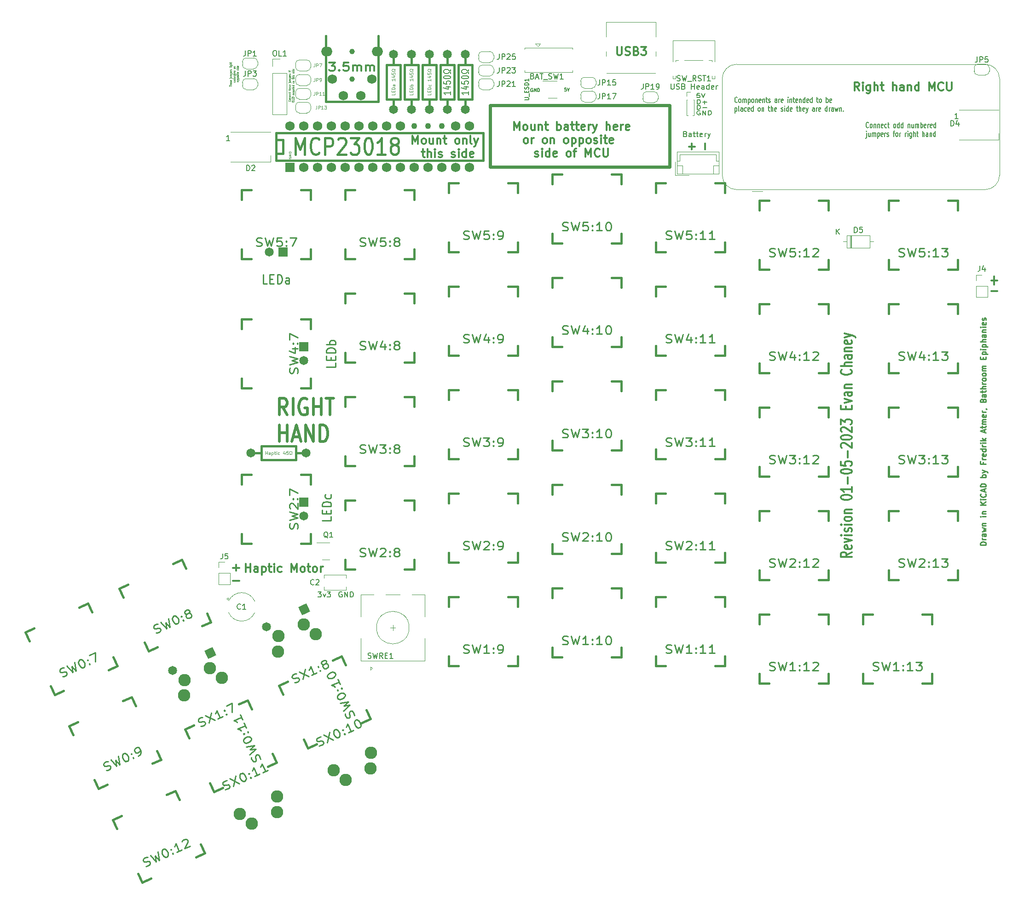
<source format=gto>
%TF.GenerationSoftware,KiCad,Pcbnew,(6.0.7)*%
%TF.CreationDate,2023-01-12T11:12:49-06:00*%
%TF.ProjectId,ErgoDOX,4572676f-444f-4582-9e6b-696361645f70,rev?*%
%TF.SameCoordinates,Original*%
%TF.FileFunction,Legend,Top*%
%TF.FilePolarity,Positive*%
%FSLAX46Y46*%
G04 Gerber Fmt 4.6, Leading zero omitted, Abs format (unit mm)*
G04 Created by KiCad (PCBNEW (6.0.7)) date 2023-01-12 11:12:49*
%MOMM*%
%LPD*%
G01*
G04 APERTURE LIST*
G04 Aperture macros list*
%AMRotRect*
0 Rectangle, with rotation*
0 The origin of the aperture is its center*
0 $1 length*
0 $2 width*
0 $3 Rotation angle, in degrees counterclockwise*
0 Add horizontal line*
21,1,$1,$2,0,0,$3*%
G04 Aperture macros list end*
%ADD10C,0.609600*%
%ADD11C,0.187500*%
%ADD12C,0.075000*%
%ADD13C,0.150000*%
%ADD14C,0.090000*%
%ADD15C,0.304800*%
%ADD16C,0.200000*%
%ADD17C,0.508000*%
%ADD18C,0.250000*%
%ADD19C,0.254000*%
%ADD20C,0.125000*%
%ADD21C,0.203200*%
%ADD22C,0.457200*%
%ADD23C,0.381000*%
%ADD24C,0.120000*%
%ADD25C,0.990600*%
%ADD26O,2.057400X1.752600*%
%ADD27C,1.752600*%
%ADD28C,1.651000*%
%ADD29R,1.651000X1.651000*%
%ADD30C,2.286000*%
%ADD31RotRect,1.651000X1.651000X25.000000*%
%ADD32C,1.092200*%
%ADD33R,1.752600X1.752600*%
G04 APERTURE END LIST*
D10*
X111750000Y-43180000D02*
X144780000Y-43180000D01*
X144780000Y-43180000D02*
X144780000Y-54500000D01*
X144780000Y-54500000D02*
X111750000Y-54500000D01*
X111750000Y-54500000D02*
X111750000Y-43180000D01*
D11*
X157229017Y-42552142D02*
X157193303Y-42599761D01*
X157086160Y-42647380D01*
X157014732Y-42647380D01*
X156907589Y-42599761D01*
X156836160Y-42504523D01*
X156800446Y-42409285D01*
X156764732Y-42218809D01*
X156764732Y-42075952D01*
X156800446Y-41885476D01*
X156836160Y-41790238D01*
X156907589Y-41695000D01*
X157014732Y-41647380D01*
X157086160Y-41647380D01*
X157193303Y-41695000D01*
X157229017Y-41742619D01*
X157657589Y-42647380D02*
X157586160Y-42599761D01*
X157550446Y-42552142D01*
X157514732Y-42456904D01*
X157514732Y-42171190D01*
X157550446Y-42075952D01*
X157586160Y-42028333D01*
X157657589Y-41980714D01*
X157764732Y-41980714D01*
X157836160Y-42028333D01*
X157871875Y-42075952D01*
X157907589Y-42171190D01*
X157907589Y-42456904D01*
X157871875Y-42552142D01*
X157836160Y-42599761D01*
X157764732Y-42647380D01*
X157657589Y-42647380D01*
X158229017Y-42647380D02*
X158229017Y-41980714D01*
X158229017Y-42075952D02*
X158264732Y-42028333D01*
X158336160Y-41980714D01*
X158443303Y-41980714D01*
X158514732Y-42028333D01*
X158550446Y-42123571D01*
X158550446Y-42647380D01*
X158550446Y-42123571D02*
X158586160Y-42028333D01*
X158657589Y-41980714D01*
X158764732Y-41980714D01*
X158836160Y-42028333D01*
X158871875Y-42123571D01*
X158871875Y-42647380D01*
X159229017Y-41980714D02*
X159229017Y-42980714D01*
X159229017Y-42028333D02*
X159300446Y-41980714D01*
X159443303Y-41980714D01*
X159514732Y-42028333D01*
X159550446Y-42075952D01*
X159586160Y-42171190D01*
X159586160Y-42456904D01*
X159550446Y-42552142D01*
X159514732Y-42599761D01*
X159443303Y-42647380D01*
X159300446Y-42647380D01*
X159229017Y-42599761D01*
X160014732Y-42647380D02*
X159943303Y-42599761D01*
X159907589Y-42552142D01*
X159871875Y-42456904D01*
X159871875Y-42171190D01*
X159907589Y-42075952D01*
X159943303Y-42028333D01*
X160014732Y-41980714D01*
X160121875Y-41980714D01*
X160193303Y-42028333D01*
X160229017Y-42075952D01*
X160264732Y-42171190D01*
X160264732Y-42456904D01*
X160229017Y-42552142D01*
X160193303Y-42599761D01*
X160121875Y-42647380D01*
X160014732Y-42647380D01*
X160586160Y-41980714D02*
X160586160Y-42647380D01*
X160586160Y-42075952D02*
X160621875Y-42028333D01*
X160693303Y-41980714D01*
X160800446Y-41980714D01*
X160871875Y-42028333D01*
X160907589Y-42123571D01*
X160907589Y-42647380D01*
X161550446Y-42599761D02*
X161479017Y-42647380D01*
X161336160Y-42647380D01*
X161264732Y-42599761D01*
X161229017Y-42504523D01*
X161229017Y-42123571D01*
X161264732Y-42028333D01*
X161336160Y-41980714D01*
X161479017Y-41980714D01*
X161550446Y-42028333D01*
X161586160Y-42123571D01*
X161586160Y-42218809D01*
X161229017Y-42314047D01*
X161907589Y-41980714D02*
X161907589Y-42647380D01*
X161907589Y-42075952D02*
X161943303Y-42028333D01*
X162014732Y-41980714D01*
X162121875Y-41980714D01*
X162193303Y-42028333D01*
X162229017Y-42123571D01*
X162229017Y-42647380D01*
X162479017Y-41980714D02*
X162764732Y-41980714D01*
X162586160Y-41647380D02*
X162586160Y-42504523D01*
X162621875Y-42599761D01*
X162693303Y-42647380D01*
X162764732Y-42647380D01*
X162979017Y-42599761D02*
X163050446Y-42647380D01*
X163193303Y-42647380D01*
X163264732Y-42599761D01*
X163300446Y-42504523D01*
X163300446Y-42456904D01*
X163264732Y-42361666D01*
X163193303Y-42314047D01*
X163086160Y-42314047D01*
X163014732Y-42266428D01*
X162979017Y-42171190D01*
X162979017Y-42123571D01*
X163014732Y-42028333D01*
X163086160Y-41980714D01*
X163193303Y-41980714D01*
X163264732Y-42028333D01*
X164514732Y-42647380D02*
X164514732Y-42123571D01*
X164479017Y-42028333D01*
X164407589Y-41980714D01*
X164264732Y-41980714D01*
X164193303Y-42028333D01*
X164514732Y-42599761D02*
X164443303Y-42647380D01*
X164264732Y-42647380D01*
X164193303Y-42599761D01*
X164157589Y-42504523D01*
X164157589Y-42409285D01*
X164193303Y-42314047D01*
X164264732Y-42266428D01*
X164443303Y-42266428D01*
X164514732Y-42218809D01*
X164871875Y-42647380D02*
X164871875Y-41980714D01*
X164871875Y-42171190D02*
X164907589Y-42075952D01*
X164943303Y-42028333D01*
X165014732Y-41980714D01*
X165086160Y-41980714D01*
X165621875Y-42599761D02*
X165550446Y-42647380D01*
X165407589Y-42647380D01*
X165336160Y-42599761D01*
X165300446Y-42504523D01*
X165300446Y-42123571D01*
X165336160Y-42028333D01*
X165407589Y-41980714D01*
X165550446Y-41980714D01*
X165621875Y-42028333D01*
X165657589Y-42123571D01*
X165657589Y-42218809D01*
X165300446Y-42314047D01*
X166550446Y-42647380D02*
X166550446Y-41980714D01*
X166550446Y-41647380D02*
X166514732Y-41695000D01*
X166550446Y-41742619D01*
X166586160Y-41695000D01*
X166550446Y-41647380D01*
X166550446Y-41742619D01*
X166907589Y-41980714D02*
X166907589Y-42647380D01*
X166907589Y-42075952D02*
X166943303Y-42028333D01*
X167014732Y-41980714D01*
X167121875Y-41980714D01*
X167193303Y-42028333D01*
X167229017Y-42123571D01*
X167229017Y-42647380D01*
X167479017Y-41980714D02*
X167764732Y-41980714D01*
X167586160Y-41647380D02*
X167586160Y-42504523D01*
X167621875Y-42599761D01*
X167693303Y-42647380D01*
X167764732Y-42647380D01*
X168300446Y-42599761D02*
X168229017Y-42647380D01*
X168086160Y-42647380D01*
X168014732Y-42599761D01*
X167979017Y-42504523D01*
X167979017Y-42123571D01*
X168014732Y-42028333D01*
X168086160Y-41980714D01*
X168229017Y-41980714D01*
X168300446Y-42028333D01*
X168336160Y-42123571D01*
X168336160Y-42218809D01*
X167979017Y-42314047D01*
X168657589Y-41980714D02*
X168657589Y-42647380D01*
X168657589Y-42075952D02*
X168693303Y-42028333D01*
X168764732Y-41980714D01*
X168871875Y-41980714D01*
X168943303Y-42028333D01*
X168979017Y-42123571D01*
X168979017Y-42647380D01*
X169657589Y-42647380D02*
X169657589Y-41647380D01*
X169657589Y-42599761D02*
X169586160Y-42647380D01*
X169443303Y-42647380D01*
X169371875Y-42599761D01*
X169336160Y-42552142D01*
X169300446Y-42456904D01*
X169300446Y-42171190D01*
X169336160Y-42075952D01*
X169371875Y-42028333D01*
X169443303Y-41980714D01*
X169586160Y-41980714D01*
X169657589Y-42028333D01*
X170300446Y-42599761D02*
X170229017Y-42647380D01*
X170086160Y-42647380D01*
X170014732Y-42599761D01*
X169979017Y-42504523D01*
X169979017Y-42123571D01*
X170014732Y-42028333D01*
X170086160Y-41980714D01*
X170229017Y-41980714D01*
X170300446Y-42028333D01*
X170336160Y-42123571D01*
X170336160Y-42218809D01*
X169979017Y-42314047D01*
X170979017Y-42647380D02*
X170979017Y-41647380D01*
X170979017Y-42599761D02*
X170907589Y-42647380D01*
X170764732Y-42647380D01*
X170693303Y-42599761D01*
X170657589Y-42552142D01*
X170621875Y-42456904D01*
X170621875Y-42171190D01*
X170657589Y-42075952D01*
X170693303Y-42028333D01*
X170764732Y-41980714D01*
X170907589Y-41980714D01*
X170979017Y-42028333D01*
X171800446Y-41980714D02*
X172086160Y-41980714D01*
X171907589Y-41647380D02*
X171907589Y-42504523D01*
X171943303Y-42599761D01*
X172014732Y-42647380D01*
X172086160Y-42647380D01*
X172443303Y-42647380D02*
X172371875Y-42599761D01*
X172336160Y-42552142D01*
X172300446Y-42456904D01*
X172300446Y-42171190D01*
X172336160Y-42075952D01*
X172371875Y-42028333D01*
X172443303Y-41980714D01*
X172550446Y-41980714D01*
X172621875Y-42028333D01*
X172657589Y-42075952D01*
X172693303Y-42171190D01*
X172693303Y-42456904D01*
X172657589Y-42552142D01*
X172621875Y-42599761D01*
X172550446Y-42647380D01*
X172443303Y-42647380D01*
X173586160Y-42647380D02*
X173586160Y-41647380D01*
X173586160Y-42028333D02*
X173657589Y-41980714D01*
X173800446Y-41980714D01*
X173871875Y-42028333D01*
X173907589Y-42075952D01*
X173943303Y-42171190D01*
X173943303Y-42456904D01*
X173907589Y-42552142D01*
X173871875Y-42599761D01*
X173800446Y-42647380D01*
X173657589Y-42647380D01*
X173586160Y-42599761D01*
X174550446Y-42599761D02*
X174479017Y-42647380D01*
X174336160Y-42647380D01*
X174264732Y-42599761D01*
X174229017Y-42504523D01*
X174229017Y-42123571D01*
X174264732Y-42028333D01*
X174336160Y-41980714D01*
X174479017Y-41980714D01*
X174550446Y-42028333D01*
X174586160Y-42123571D01*
X174586160Y-42218809D01*
X174229017Y-42314047D01*
X156800446Y-43590714D02*
X156800446Y-44590714D01*
X156800446Y-43638333D02*
X156871875Y-43590714D01*
X157014732Y-43590714D01*
X157086160Y-43638333D01*
X157121875Y-43685952D01*
X157157589Y-43781190D01*
X157157589Y-44066904D01*
X157121875Y-44162142D01*
X157086160Y-44209761D01*
X157014732Y-44257380D01*
X156871875Y-44257380D01*
X156800446Y-44209761D01*
X157586160Y-44257380D02*
X157514732Y-44209761D01*
X157479017Y-44114523D01*
X157479017Y-43257380D01*
X158193303Y-44257380D02*
X158193303Y-43733571D01*
X158157589Y-43638333D01*
X158086160Y-43590714D01*
X157943303Y-43590714D01*
X157871875Y-43638333D01*
X158193303Y-44209761D02*
X158121875Y-44257380D01*
X157943303Y-44257380D01*
X157871875Y-44209761D01*
X157836160Y-44114523D01*
X157836160Y-44019285D01*
X157871875Y-43924047D01*
X157943303Y-43876428D01*
X158121875Y-43876428D01*
X158193303Y-43828809D01*
X158871875Y-44209761D02*
X158800446Y-44257380D01*
X158657589Y-44257380D01*
X158586160Y-44209761D01*
X158550446Y-44162142D01*
X158514732Y-44066904D01*
X158514732Y-43781190D01*
X158550446Y-43685952D01*
X158586160Y-43638333D01*
X158657589Y-43590714D01*
X158800446Y-43590714D01*
X158871875Y-43638333D01*
X159479017Y-44209761D02*
X159407589Y-44257380D01*
X159264732Y-44257380D01*
X159193303Y-44209761D01*
X159157589Y-44114523D01*
X159157589Y-43733571D01*
X159193303Y-43638333D01*
X159264732Y-43590714D01*
X159407589Y-43590714D01*
X159479017Y-43638333D01*
X159514732Y-43733571D01*
X159514732Y-43828809D01*
X159157589Y-43924047D01*
X160157589Y-44257380D02*
X160157589Y-43257380D01*
X160157589Y-44209761D02*
X160086160Y-44257380D01*
X159943303Y-44257380D01*
X159871875Y-44209761D01*
X159836160Y-44162142D01*
X159800446Y-44066904D01*
X159800446Y-43781190D01*
X159836160Y-43685952D01*
X159871875Y-43638333D01*
X159943303Y-43590714D01*
X160086160Y-43590714D01*
X160157589Y-43638333D01*
X161193303Y-44257380D02*
X161121875Y-44209761D01*
X161086160Y-44162142D01*
X161050446Y-44066904D01*
X161050446Y-43781190D01*
X161086160Y-43685952D01*
X161121875Y-43638333D01*
X161193303Y-43590714D01*
X161300446Y-43590714D01*
X161371875Y-43638333D01*
X161407589Y-43685952D01*
X161443303Y-43781190D01*
X161443303Y-44066904D01*
X161407589Y-44162142D01*
X161371875Y-44209761D01*
X161300446Y-44257380D01*
X161193303Y-44257380D01*
X161764732Y-43590714D02*
X161764732Y-44257380D01*
X161764732Y-43685952D02*
X161800446Y-43638333D01*
X161871875Y-43590714D01*
X161979017Y-43590714D01*
X162050446Y-43638333D01*
X162086160Y-43733571D01*
X162086160Y-44257380D01*
X162907589Y-43590714D02*
X163193303Y-43590714D01*
X163014732Y-43257380D02*
X163014732Y-44114523D01*
X163050446Y-44209761D01*
X163121875Y-44257380D01*
X163193303Y-44257380D01*
X163443303Y-44257380D02*
X163443303Y-43257380D01*
X163764732Y-44257380D02*
X163764732Y-43733571D01*
X163729017Y-43638333D01*
X163657589Y-43590714D01*
X163550446Y-43590714D01*
X163479017Y-43638333D01*
X163443303Y-43685952D01*
X164407589Y-44209761D02*
X164336160Y-44257380D01*
X164193303Y-44257380D01*
X164121875Y-44209761D01*
X164086160Y-44114523D01*
X164086160Y-43733571D01*
X164121875Y-43638333D01*
X164193303Y-43590714D01*
X164336160Y-43590714D01*
X164407589Y-43638333D01*
X164443303Y-43733571D01*
X164443303Y-43828809D01*
X164086160Y-43924047D01*
X165300446Y-44209761D02*
X165371875Y-44257380D01*
X165514732Y-44257380D01*
X165586160Y-44209761D01*
X165621875Y-44114523D01*
X165621875Y-44066904D01*
X165586160Y-43971666D01*
X165514732Y-43924047D01*
X165407589Y-43924047D01*
X165336160Y-43876428D01*
X165300446Y-43781190D01*
X165300446Y-43733571D01*
X165336160Y-43638333D01*
X165407589Y-43590714D01*
X165514732Y-43590714D01*
X165586160Y-43638333D01*
X165943303Y-44257380D02*
X165943303Y-43590714D01*
X165943303Y-43257380D02*
X165907589Y-43305000D01*
X165943303Y-43352619D01*
X165979017Y-43305000D01*
X165943303Y-43257380D01*
X165943303Y-43352619D01*
X166621875Y-44257380D02*
X166621875Y-43257380D01*
X166621875Y-44209761D02*
X166550446Y-44257380D01*
X166407589Y-44257380D01*
X166336160Y-44209761D01*
X166300446Y-44162142D01*
X166264732Y-44066904D01*
X166264732Y-43781190D01*
X166300446Y-43685952D01*
X166336160Y-43638333D01*
X166407589Y-43590714D01*
X166550446Y-43590714D01*
X166621875Y-43638333D01*
X167264732Y-44209761D02*
X167193303Y-44257380D01*
X167050446Y-44257380D01*
X166979017Y-44209761D01*
X166943303Y-44114523D01*
X166943303Y-43733571D01*
X166979017Y-43638333D01*
X167050446Y-43590714D01*
X167193303Y-43590714D01*
X167264732Y-43638333D01*
X167300446Y-43733571D01*
X167300446Y-43828809D01*
X166943303Y-43924047D01*
X168086160Y-43590714D02*
X168371875Y-43590714D01*
X168193303Y-43257380D02*
X168193303Y-44114523D01*
X168229017Y-44209761D01*
X168300446Y-44257380D01*
X168371875Y-44257380D01*
X168621875Y-44257380D02*
X168621875Y-43257380D01*
X168943303Y-44257380D02*
X168943303Y-43733571D01*
X168907589Y-43638333D01*
X168836160Y-43590714D01*
X168729017Y-43590714D01*
X168657589Y-43638333D01*
X168621875Y-43685952D01*
X169586160Y-44209761D02*
X169514732Y-44257380D01*
X169371875Y-44257380D01*
X169300446Y-44209761D01*
X169264732Y-44114523D01*
X169264732Y-43733571D01*
X169300446Y-43638333D01*
X169371875Y-43590714D01*
X169514732Y-43590714D01*
X169586160Y-43638333D01*
X169621875Y-43733571D01*
X169621875Y-43828809D01*
X169264732Y-43924047D01*
X169871875Y-43590714D02*
X170050446Y-44257380D01*
X170229017Y-43590714D02*
X170050446Y-44257380D01*
X169979017Y-44495476D01*
X169943303Y-44543095D01*
X169871875Y-44590714D01*
X171407589Y-44257380D02*
X171407589Y-43733571D01*
X171371875Y-43638333D01*
X171300446Y-43590714D01*
X171157589Y-43590714D01*
X171086160Y-43638333D01*
X171407589Y-44209761D02*
X171336160Y-44257380D01*
X171157589Y-44257380D01*
X171086160Y-44209761D01*
X171050446Y-44114523D01*
X171050446Y-44019285D01*
X171086160Y-43924047D01*
X171157589Y-43876428D01*
X171336160Y-43876428D01*
X171407589Y-43828809D01*
X171764732Y-44257380D02*
X171764732Y-43590714D01*
X171764732Y-43781190D02*
X171800446Y-43685952D01*
X171836160Y-43638333D01*
X171907589Y-43590714D01*
X171979017Y-43590714D01*
X172514732Y-44209761D02*
X172443303Y-44257380D01*
X172300446Y-44257380D01*
X172229017Y-44209761D01*
X172193303Y-44114523D01*
X172193303Y-43733571D01*
X172229017Y-43638333D01*
X172300446Y-43590714D01*
X172443303Y-43590714D01*
X172514732Y-43638333D01*
X172550446Y-43733571D01*
X172550446Y-43828809D01*
X172193303Y-43924047D01*
X173764732Y-44257380D02*
X173764732Y-43257380D01*
X173764732Y-44209761D02*
X173693303Y-44257380D01*
X173550446Y-44257380D01*
X173479017Y-44209761D01*
X173443303Y-44162142D01*
X173407589Y-44066904D01*
X173407589Y-43781190D01*
X173443303Y-43685952D01*
X173479017Y-43638333D01*
X173550446Y-43590714D01*
X173693303Y-43590714D01*
X173764732Y-43638333D01*
X174121875Y-44257380D02*
X174121875Y-43590714D01*
X174121875Y-43781190D02*
X174157589Y-43685952D01*
X174193303Y-43638333D01*
X174264732Y-43590714D01*
X174336160Y-43590714D01*
X174907589Y-44257380D02*
X174907589Y-43733571D01*
X174871875Y-43638333D01*
X174800446Y-43590714D01*
X174657589Y-43590714D01*
X174586160Y-43638333D01*
X174907589Y-44209761D02*
X174836160Y-44257380D01*
X174657589Y-44257380D01*
X174586160Y-44209761D01*
X174550446Y-44114523D01*
X174550446Y-44019285D01*
X174586160Y-43924047D01*
X174657589Y-43876428D01*
X174836160Y-43876428D01*
X174907589Y-43828809D01*
X175193303Y-43590714D02*
X175336160Y-44257380D01*
X175479017Y-43781190D01*
X175621875Y-44257380D01*
X175764732Y-43590714D01*
X176050446Y-43590714D02*
X176050446Y-44257380D01*
X176050446Y-43685952D02*
X176086160Y-43638333D01*
X176157589Y-43590714D01*
X176264732Y-43590714D01*
X176336160Y-43638333D01*
X176371875Y-43733571D01*
X176371875Y-44257380D01*
X176729017Y-44162142D02*
X176764732Y-44209761D01*
X176729017Y-44257380D01*
X176693303Y-44209761D01*
X176729017Y-44162142D01*
X176729017Y-44257380D01*
D12*
X75004857Y-42254142D02*
X75023904Y-42268428D01*
X75042952Y-42311285D01*
X75042952Y-42339857D01*
X75023904Y-42382714D01*
X74985809Y-42411285D01*
X74947714Y-42425571D01*
X74871523Y-42439857D01*
X74814380Y-42439857D01*
X74738190Y-42425571D01*
X74700095Y-42411285D01*
X74662000Y-42382714D01*
X74642952Y-42339857D01*
X74642952Y-42311285D01*
X74662000Y-42268428D01*
X74681047Y-42254142D01*
X75042952Y-42082714D02*
X75023904Y-42111285D01*
X75004857Y-42125571D01*
X74966761Y-42139857D01*
X74852476Y-42139857D01*
X74814380Y-42125571D01*
X74795333Y-42111285D01*
X74776285Y-42082714D01*
X74776285Y-42039857D01*
X74795333Y-42011285D01*
X74814380Y-41997000D01*
X74852476Y-41982714D01*
X74966761Y-41982714D01*
X75004857Y-41997000D01*
X75023904Y-42011285D01*
X75042952Y-42039857D01*
X75042952Y-42082714D01*
X74776285Y-41854142D02*
X75042952Y-41854142D01*
X74814380Y-41854142D02*
X74795333Y-41839857D01*
X74776285Y-41811285D01*
X74776285Y-41768428D01*
X74795333Y-41739857D01*
X74833428Y-41725571D01*
X75042952Y-41725571D01*
X74776285Y-41582714D02*
X75042952Y-41582714D01*
X74814380Y-41582714D02*
X74795333Y-41568428D01*
X74776285Y-41539857D01*
X74776285Y-41497000D01*
X74795333Y-41468428D01*
X74833428Y-41454142D01*
X75042952Y-41454142D01*
X75023904Y-41197000D02*
X75042952Y-41225571D01*
X75042952Y-41282714D01*
X75023904Y-41311285D01*
X74985809Y-41325571D01*
X74833428Y-41325571D01*
X74795333Y-41311285D01*
X74776285Y-41282714D01*
X74776285Y-41225571D01*
X74795333Y-41197000D01*
X74833428Y-41182714D01*
X74871523Y-41182714D01*
X74909619Y-41325571D01*
X75023904Y-40925571D02*
X75042952Y-40954142D01*
X75042952Y-41011285D01*
X75023904Y-41039857D01*
X75004857Y-41054142D01*
X74966761Y-41068428D01*
X74852476Y-41068428D01*
X74814380Y-41054142D01*
X74795333Y-41039857D01*
X74776285Y-41011285D01*
X74776285Y-40954142D01*
X74795333Y-40925571D01*
X74776285Y-40839857D02*
X74776285Y-40725571D01*
X74642952Y-40797000D02*
X74985809Y-40797000D01*
X75023904Y-40782714D01*
X75042952Y-40754142D01*
X75042952Y-40725571D01*
X74776285Y-40439857D02*
X74776285Y-40325571D01*
X74642952Y-40397000D02*
X74985809Y-40397000D01*
X75023904Y-40382714D01*
X75042952Y-40354142D01*
X75042952Y-40325571D01*
X75042952Y-40225571D02*
X74642952Y-40225571D01*
X75042952Y-40097000D02*
X74833428Y-40097000D01*
X74795333Y-40111285D01*
X74776285Y-40139857D01*
X74776285Y-40182714D01*
X74795333Y-40211285D01*
X74814380Y-40225571D01*
X75023904Y-39839857D02*
X75042952Y-39868428D01*
X75042952Y-39925571D01*
X75023904Y-39954142D01*
X74985809Y-39968428D01*
X74833428Y-39968428D01*
X74795333Y-39954142D01*
X74776285Y-39925571D01*
X74776285Y-39868428D01*
X74795333Y-39839857D01*
X74833428Y-39825571D01*
X74871523Y-39825571D01*
X74909619Y-39968428D01*
X75023904Y-39711285D02*
X75042952Y-39682714D01*
X75042952Y-39625571D01*
X75023904Y-39597000D01*
X74985809Y-39582714D01*
X74966761Y-39582714D01*
X74928666Y-39597000D01*
X74909619Y-39625571D01*
X74909619Y-39668428D01*
X74890571Y-39697000D01*
X74852476Y-39711285D01*
X74833428Y-39711285D01*
X74795333Y-39697000D01*
X74776285Y-39668428D01*
X74776285Y-39625571D01*
X74795333Y-39597000D01*
X75023904Y-39339857D02*
X75042952Y-39368428D01*
X75042952Y-39425571D01*
X75023904Y-39454142D01*
X74985809Y-39468428D01*
X74833428Y-39468428D01*
X74795333Y-39454142D01*
X74776285Y-39425571D01*
X74776285Y-39368428D01*
X74795333Y-39339857D01*
X74833428Y-39325571D01*
X74871523Y-39325571D01*
X74909619Y-39468428D01*
X74776285Y-38968428D02*
X75119142Y-38968428D01*
X75157238Y-38982714D01*
X75176285Y-39011285D01*
X75176285Y-39025571D01*
X74642952Y-38968428D02*
X74662000Y-38982714D01*
X74681047Y-38968428D01*
X74662000Y-38954142D01*
X74642952Y-38968428D01*
X74681047Y-38968428D01*
X74776285Y-38697000D02*
X75042952Y-38697000D01*
X74776285Y-38825571D02*
X74985809Y-38825571D01*
X75023904Y-38811285D01*
X75042952Y-38782714D01*
X75042952Y-38739857D01*
X75023904Y-38711285D01*
X75004857Y-38697000D01*
X75042952Y-38554142D02*
X74776285Y-38554142D01*
X74814380Y-38554142D02*
X74795333Y-38539857D01*
X74776285Y-38511285D01*
X74776285Y-38468428D01*
X74795333Y-38439857D01*
X74833428Y-38425571D01*
X75042952Y-38425571D01*
X74833428Y-38425571D02*
X74795333Y-38411285D01*
X74776285Y-38382714D01*
X74776285Y-38339857D01*
X74795333Y-38311285D01*
X74833428Y-38297000D01*
X75042952Y-38297000D01*
X74776285Y-38154142D02*
X75176285Y-38154142D01*
X74795333Y-38154142D02*
X74776285Y-38125571D01*
X74776285Y-38068428D01*
X74795333Y-38039857D01*
X74814380Y-38025571D01*
X74852476Y-38011285D01*
X74966761Y-38011285D01*
X75004857Y-38025571D01*
X75023904Y-38039857D01*
X75042952Y-38068428D01*
X75042952Y-38125571D01*
X75023904Y-38154142D01*
X75023904Y-37768428D02*
X75042952Y-37797000D01*
X75042952Y-37854142D01*
X75023904Y-37882714D01*
X74985809Y-37897000D01*
X74833428Y-37897000D01*
X74795333Y-37882714D01*
X74776285Y-37854142D01*
X74776285Y-37797000D01*
X74795333Y-37768428D01*
X74833428Y-37754142D01*
X74871523Y-37754142D01*
X74909619Y-37897000D01*
X75042952Y-37625571D02*
X74776285Y-37625571D01*
X74852476Y-37625571D02*
X74814380Y-37611285D01*
X74795333Y-37597000D01*
X74776285Y-37568428D01*
X74776285Y-37539857D01*
X75023904Y-37454142D02*
X75042952Y-37425571D01*
X75042952Y-37368428D01*
X75023904Y-37339857D01*
X74985809Y-37325571D01*
X74966761Y-37325571D01*
X74928666Y-37339857D01*
X74909619Y-37368428D01*
X74909619Y-37411285D01*
X74890571Y-37439857D01*
X74852476Y-37454142D01*
X74833428Y-37454142D01*
X74795333Y-37439857D01*
X74776285Y-37411285D01*
X74776285Y-37368428D01*
X74795333Y-37339857D01*
X75042952Y-36968428D02*
X74776285Y-36968428D01*
X74642952Y-36968428D02*
X74662000Y-36982714D01*
X74681047Y-36968428D01*
X74662000Y-36954142D01*
X74642952Y-36968428D01*
X74681047Y-36968428D01*
X74776285Y-36868428D02*
X74776285Y-36754142D01*
X75042952Y-36825571D02*
X74700095Y-36825571D01*
X74662000Y-36811285D01*
X74642952Y-36782714D01*
X74642952Y-36754142D01*
X75286952Y-42489857D02*
X75286952Y-42432714D01*
X75306000Y-42404142D01*
X75344095Y-42375571D01*
X75420285Y-42361285D01*
X75553619Y-42361285D01*
X75629809Y-42375571D01*
X75667904Y-42404142D01*
X75686952Y-42432714D01*
X75686952Y-42489857D01*
X75667904Y-42518428D01*
X75629809Y-42547000D01*
X75553619Y-42561285D01*
X75420285Y-42561285D01*
X75344095Y-42547000D01*
X75306000Y-42518428D01*
X75286952Y-42489857D01*
X75686952Y-42089857D02*
X75686952Y-42232714D01*
X75286952Y-42232714D01*
X75477428Y-41989857D02*
X75477428Y-41889857D01*
X75686952Y-41847000D02*
X75686952Y-41989857D01*
X75286952Y-41989857D01*
X75286952Y-41847000D01*
X75686952Y-41718428D02*
X75286952Y-41718428D01*
X75286952Y-41647000D01*
X75306000Y-41604142D01*
X75344095Y-41575571D01*
X75382190Y-41561285D01*
X75458380Y-41547000D01*
X75515523Y-41547000D01*
X75591714Y-41561285D01*
X75629809Y-41575571D01*
X75667904Y-41604142D01*
X75686952Y-41647000D01*
X75686952Y-41718428D01*
X75686952Y-41189857D02*
X75420285Y-41189857D01*
X75458380Y-41189857D02*
X75439333Y-41175571D01*
X75420285Y-41147000D01*
X75420285Y-41104142D01*
X75439333Y-41075571D01*
X75477428Y-41061285D01*
X75686952Y-41061285D01*
X75477428Y-41061285D02*
X75439333Y-41047000D01*
X75420285Y-41018428D01*
X75420285Y-40975571D01*
X75439333Y-40947000D01*
X75477428Y-40932714D01*
X75686952Y-40932714D01*
X75686952Y-40747000D02*
X75667904Y-40775571D01*
X75648857Y-40789857D01*
X75610761Y-40804142D01*
X75496476Y-40804142D01*
X75458380Y-40789857D01*
X75439333Y-40775571D01*
X75420285Y-40747000D01*
X75420285Y-40704142D01*
X75439333Y-40675571D01*
X75458380Y-40661285D01*
X75496476Y-40647000D01*
X75610761Y-40647000D01*
X75648857Y-40661285D01*
X75667904Y-40675571D01*
X75686952Y-40704142D01*
X75686952Y-40747000D01*
X75420285Y-40389857D02*
X75686952Y-40389857D01*
X75420285Y-40518428D02*
X75629809Y-40518428D01*
X75667904Y-40504142D01*
X75686952Y-40475571D01*
X75686952Y-40432714D01*
X75667904Y-40404142D01*
X75648857Y-40389857D01*
X75420285Y-40247000D02*
X75686952Y-40247000D01*
X75458380Y-40247000D02*
X75439333Y-40232714D01*
X75420285Y-40204142D01*
X75420285Y-40161285D01*
X75439333Y-40132714D01*
X75477428Y-40118428D01*
X75686952Y-40118428D01*
X75420285Y-40018428D02*
X75420285Y-39904142D01*
X75286952Y-39975571D02*
X75629809Y-39975571D01*
X75667904Y-39961285D01*
X75686952Y-39932714D01*
X75686952Y-39904142D01*
X75667904Y-39689857D02*
X75686952Y-39718428D01*
X75686952Y-39775571D01*
X75667904Y-39804142D01*
X75629809Y-39818428D01*
X75477428Y-39818428D01*
X75439333Y-39804142D01*
X75420285Y-39775571D01*
X75420285Y-39718428D01*
X75439333Y-39689857D01*
X75477428Y-39675571D01*
X75515523Y-39675571D01*
X75553619Y-39818428D01*
X75686952Y-39418428D02*
X75286952Y-39418428D01*
X75667904Y-39418428D02*
X75686952Y-39447000D01*
X75686952Y-39504142D01*
X75667904Y-39532714D01*
X75648857Y-39547000D01*
X75610761Y-39561285D01*
X75496476Y-39561285D01*
X75458380Y-39547000D01*
X75439333Y-39532714D01*
X75420285Y-39504142D01*
X75420285Y-39447000D01*
X75439333Y-39418428D01*
X75686952Y-39004142D02*
X75667904Y-39032714D01*
X75648857Y-39047000D01*
X75610761Y-39061285D01*
X75496476Y-39061285D01*
X75458380Y-39047000D01*
X75439333Y-39032714D01*
X75420285Y-39004142D01*
X75420285Y-38961285D01*
X75439333Y-38932714D01*
X75458380Y-38918428D01*
X75496476Y-38904142D01*
X75610761Y-38904142D01*
X75648857Y-38918428D01*
X75667904Y-38932714D01*
X75686952Y-38961285D01*
X75686952Y-39004142D01*
X75420285Y-38775571D02*
X75686952Y-38775571D01*
X75458380Y-38775571D02*
X75439333Y-38761285D01*
X75420285Y-38732714D01*
X75420285Y-38689857D01*
X75439333Y-38661285D01*
X75477428Y-38647000D01*
X75686952Y-38647000D01*
X75420285Y-38318428D02*
X75420285Y-38204142D01*
X75286952Y-38275571D02*
X75629809Y-38275571D01*
X75667904Y-38261285D01*
X75686952Y-38232714D01*
X75686952Y-38204142D01*
X75686952Y-38104142D02*
X75286952Y-38104142D01*
X75686952Y-37975571D02*
X75477428Y-37975571D01*
X75439333Y-37989857D01*
X75420285Y-38018428D01*
X75420285Y-38061285D01*
X75439333Y-38089857D01*
X75458380Y-38104142D01*
X75686952Y-37832714D02*
X75420285Y-37832714D01*
X75286952Y-37832714D02*
X75306000Y-37847000D01*
X75325047Y-37832714D01*
X75306000Y-37818428D01*
X75286952Y-37832714D01*
X75325047Y-37832714D01*
X75667904Y-37704142D02*
X75686952Y-37675571D01*
X75686952Y-37618428D01*
X75667904Y-37589857D01*
X75629809Y-37575571D01*
X75610761Y-37575571D01*
X75572666Y-37589857D01*
X75553619Y-37618428D01*
X75553619Y-37661285D01*
X75534571Y-37689857D01*
X75496476Y-37704142D01*
X75477428Y-37704142D01*
X75439333Y-37689857D01*
X75420285Y-37661285D01*
X75420285Y-37618428D01*
X75439333Y-37589857D01*
X75667904Y-37232714D02*
X75686952Y-37204142D01*
X75686952Y-37147000D01*
X75667904Y-37118428D01*
X75629809Y-37104142D01*
X75610761Y-37104142D01*
X75572666Y-37118428D01*
X75553619Y-37147000D01*
X75553619Y-37189857D01*
X75534571Y-37218428D01*
X75496476Y-37232714D01*
X75477428Y-37232714D01*
X75439333Y-37218428D01*
X75420285Y-37189857D01*
X75420285Y-37147000D01*
X75439333Y-37118428D01*
X75686952Y-36975571D02*
X75420285Y-36975571D01*
X75286952Y-36975571D02*
X75306000Y-36989857D01*
X75325047Y-36975571D01*
X75306000Y-36961285D01*
X75286952Y-36975571D01*
X75325047Y-36975571D01*
X75686952Y-36704142D02*
X75286952Y-36704142D01*
X75667904Y-36704142D02*
X75686952Y-36732714D01*
X75686952Y-36789857D01*
X75667904Y-36818428D01*
X75648857Y-36832714D01*
X75610761Y-36847000D01*
X75496476Y-36847000D01*
X75458380Y-36832714D01*
X75439333Y-36818428D01*
X75420285Y-36789857D01*
X75420285Y-36732714D01*
X75439333Y-36704142D01*
X75667904Y-36447000D02*
X75686952Y-36475571D01*
X75686952Y-36532714D01*
X75667904Y-36561285D01*
X75629809Y-36575571D01*
X75477428Y-36575571D01*
X75439333Y-36561285D01*
X75420285Y-36532714D01*
X75420285Y-36475571D01*
X75439333Y-36447000D01*
X75477428Y-36432714D01*
X75515523Y-36432714D01*
X75553619Y-36575571D01*
D13*
X80059523Y-132702380D02*
X80678571Y-132702380D01*
X80345238Y-133083333D01*
X80488095Y-133083333D01*
X80583333Y-133130952D01*
X80630952Y-133178571D01*
X80678571Y-133273809D01*
X80678571Y-133511904D01*
X80630952Y-133607142D01*
X80583333Y-133654761D01*
X80488095Y-133702380D01*
X80202380Y-133702380D01*
X80107142Y-133654761D01*
X80059523Y-133607142D01*
X81011904Y-133035714D02*
X81250000Y-133702380D01*
X81488095Y-133035714D01*
X81773809Y-132702380D02*
X82392857Y-132702380D01*
X82059523Y-133083333D01*
X82202380Y-133083333D01*
X82297619Y-133130952D01*
X82345238Y-133178571D01*
X82392857Y-133273809D01*
X82392857Y-133511904D01*
X82345238Y-133607142D01*
X82297619Y-133654761D01*
X82202380Y-133702380D01*
X81916666Y-133702380D01*
X81821428Y-133654761D01*
X81773809Y-133607142D01*
D14*
X74750000Y-52704952D02*
X74732857Y-52752571D01*
X74732857Y-52824000D01*
X74750000Y-52895428D01*
X74784285Y-52943047D01*
X74818571Y-52966857D01*
X74887142Y-52990666D01*
X74938571Y-52990666D01*
X75007142Y-52966857D01*
X75041428Y-52943047D01*
X75075714Y-52895428D01*
X75092857Y-52824000D01*
X75092857Y-52776380D01*
X75075714Y-52704952D01*
X75058571Y-52681142D01*
X74938571Y-52681142D01*
X74938571Y-52776380D01*
X75092857Y-52466857D02*
X74732857Y-52466857D01*
X75092857Y-52181142D01*
X74732857Y-52181142D01*
X75092857Y-51943047D02*
X74732857Y-51943047D01*
X74732857Y-51824000D01*
X74750000Y-51752571D01*
X74784285Y-51704952D01*
X74818571Y-51681142D01*
X74887142Y-51657333D01*
X74938571Y-51657333D01*
X75007142Y-51681142D01*
X75041428Y-51704952D01*
X75075714Y-51752571D01*
X75092857Y-51824000D01*
X75092857Y-51943047D01*
D15*
X64443428Y-128295037D02*
X65604571Y-128295037D01*
X65024000Y-128875608D02*
X65024000Y-127714465D01*
X64443428Y-130748677D02*
X65604571Y-130748677D01*
D13*
X119557857Y-40086000D02*
X119500714Y-40057428D01*
X119415000Y-40057428D01*
X119329285Y-40086000D01*
X119272142Y-40143142D01*
X119243571Y-40200285D01*
X119215000Y-40314571D01*
X119215000Y-40400285D01*
X119243571Y-40514571D01*
X119272142Y-40571714D01*
X119329285Y-40628857D01*
X119415000Y-40657428D01*
X119472142Y-40657428D01*
X119557857Y-40628857D01*
X119586428Y-40600285D01*
X119586428Y-40400285D01*
X119472142Y-40400285D01*
X119843571Y-40657428D02*
X119843571Y-40057428D01*
X120186428Y-40657428D01*
X120186428Y-40057428D01*
X120472142Y-40657428D02*
X120472142Y-40057428D01*
X120615000Y-40057428D01*
X120700714Y-40086000D01*
X120757857Y-40143142D01*
X120786428Y-40200285D01*
X120815000Y-40314571D01*
X120815000Y-40400285D01*
X120786428Y-40514571D01*
X120757857Y-40571714D01*
X120700714Y-40628857D01*
X120615000Y-40657428D01*
X120472142Y-40657428D01*
D15*
X135101142Y-32415428D02*
X135101142Y-33649142D01*
X135173714Y-33794285D01*
X135246285Y-33866857D01*
X135391428Y-33939428D01*
X135681714Y-33939428D01*
X135826857Y-33866857D01*
X135899428Y-33794285D01*
X135972000Y-33649142D01*
X135972000Y-32415428D01*
X136625142Y-33866857D02*
X136842857Y-33939428D01*
X137205714Y-33939428D01*
X137350857Y-33866857D01*
X137423428Y-33794285D01*
X137496000Y-33649142D01*
X137496000Y-33504000D01*
X137423428Y-33358857D01*
X137350857Y-33286285D01*
X137205714Y-33213714D01*
X136915428Y-33141142D01*
X136770285Y-33068571D01*
X136697714Y-32996000D01*
X136625142Y-32850857D01*
X136625142Y-32705714D01*
X136697714Y-32560571D01*
X136770285Y-32488000D01*
X136915428Y-32415428D01*
X137278285Y-32415428D01*
X137496000Y-32488000D01*
X138657142Y-33141142D02*
X138874857Y-33213714D01*
X138947428Y-33286285D01*
X139020000Y-33431428D01*
X139020000Y-33649142D01*
X138947428Y-33794285D01*
X138874857Y-33866857D01*
X138729714Y-33939428D01*
X138149142Y-33939428D01*
X138149142Y-32415428D01*
X138657142Y-32415428D01*
X138802285Y-32488000D01*
X138874857Y-32560571D01*
X138947428Y-32705714D01*
X138947428Y-32850857D01*
X138874857Y-32996000D01*
X138802285Y-33068571D01*
X138657142Y-33141142D01*
X138149142Y-33141142D01*
X139528000Y-32415428D02*
X140471428Y-32415428D01*
X139963428Y-32996000D01*
X140181142Y-32996000D01*
X140326285Y-33068571D01*
X140398857Y-33141142D01*
X140471428Y-33286285D01*
X140471428Y-33649142D01*
X140398857Y-33794285D01*
X140326285Y-33866857D01*
X140181142Y-33939428D01*
X139745714Y-33939428D01*
X139600571Y-33866857D01*
X139528000Y-33794285D01*
X116154571Y-47735788D02*
X116154571Y-46211788D01*
X116662571Y-47300360D01*
X117170571Y-46211788D01*
X117170571Y-47735788D01*
X118114000Y-47735788D02*
X117968857Y-47663217D01*
X117896285Y-47590645D01*
X117823714Y-47445502D01*
X117823714Y-47010074D01*
X117896285Y-46864931D01*
X117968857Y-46792360D01*
X118114000Y-46719788D01*
X118331714Y-46719788D01*
X118476857Y-46792360D01*
X118549428Y-46864931D01*
X118622000Y-47010074D01*
X118622000Y-47445502D01*
X118549428Y-47590645D01*
X118476857Y-47663217D01*
X118331714Y-47735788D01*
X118114000Y-47735788D01*
X119928285Y-46719788D02*
X119928285Y-47735788D01*
X119275142Y-46719788D02*
X119275142Y-47518074D01*
X119347714Y-47663217D01*
X119492857Y-47735788D01*
X119710571Y-47735788D01*
X119855714Y-47663217D01*
X119928285Y-47590645D01*
X120654000Y-46719788D02*
X120654000Y-47735788D01*
X120654000Y-46864931D02*
X120726571Y-46792360D01*
X120871714Y-46719788D01*
X121089428Y-46719788D01*
X121234571Y-46792360D01*
X121307142Y-46937502D01*
X121307142Y-47735788D01*
X121815142Y-46719788D02*
X122395714Y-46719788D01*
X122032857Y-46211788D02*
X122032857Y-47518074D01*
X122105428Y-47663217D01*
X122250571Y-47735788D01*
X122395714Y-47735788D01*
X124064857Y-47735788D02*
X124064857Y-46211788D01*
X124064857Y-46792360D02*
X124210000Y-46719788D01*
X124500285Y-46719788D01*
X124645428Y-46792360D01*
X124718000Y-46864931D01*
X124790571Y-47010074D01*
X124790571Y-47445502D01*
X124718000Y-47590645D01*
X124645428Y-47663217D01*
X124500285Y-47735788D01*
X124210000Y-47735788D01*
X124064857Y-47663217D01*
X126096857Y-47735788D02*
X126096857Y-46937502D01*
X126024285Y-46792360D01*
X125879142Y-46719788D01*
X125588857Y-46719788D01*
X125443714Y-46792360D01*
X126096857Y-47663217D02*
X125951714Y-47735788D01*
X125588857Y-47735788D01*
X125443714Y-47663217D01*
X125371142Y-47518074D01*
X125371142Y-47372931D01*
X125443714Y-47227788D01*
X125588857Y-47155217D01*
X125951714Y-47155217D01*
X126096857Y-47082645D01*
X126604857Y-46719788D02*
X127185428Y-46719788D01*
X126822571Y-46211788D02*
X126822571Y-47518074D01*
X126895142Y-47663217D01*
X127040285Y-47735788D01*
X127185428Y-47735788D01*
X127475714Y-46719788D02*
X128056285Y-46719788D01*
X127693428Y-46211788D02*
X127693428Y-47518074D01*
X127766000Y-47663217D01*
X127911142Y-47735788D01*
X128056285Y-47735788D01*
X129144857Y-47663217D02*
X128999714Y-47735788D01*
X128709428Y-47735788D01*
X128564285Y-47663217D01*
X128491714Y-47518074D01*
X128491714Y-46937502D01*
X128564285Y-46792360D01*
X128709428Y-46719788D01*
X128999714Y-46719788D01*
X129144857Y-46792360D01*
X129217428Y-46937502D01*
X129217428Y-47082645D01*
X128491714Y-47227788D01*
X129870571Y-47735788D02*
X129870571Y-46719788D01*
X129870571Y-47010074D02*
X129943142Y-46864931D01*
X130015714Y-46792360D01*
X130160857Y-46719788D01*
X130306000Y-46719788D01*
X130668857Y-46719788D02*
X131031714Y-47735788D01*
X131394571Y-46719788D02*
X131031714Y-47735788D01*
X130886571Y-48098645D01*
X130814000Y-48171217D01*
X130668857Y-48243788D01*
X133136285Y-47735788D02*
X133136285Y-46211788D01*
X133789428Y-47735788D02*
X133789428Y-46937502D01*
X133716857Y-46792360D01*
X133571714Y-46719788D01*
X133354000Y-46719788D01*
X133208857Y-46792360D01*
X133136285Y-46864931D01*
X135095714Y-47663217D02*
X134950571Y-47735788D01*
X134660285Y-47735788D01*
X134515142Y-47663217D01*
X134442571Y-47518074D01*
X134442571Y-46937502D01*
X134515142Y-46792360D01*
X134660285Y-46719788D01*
X134950571Y-46719788D01*
X135095714Y-46792360D01*
X135168285Y-46937502D01*
X135168285Y-47082645D01*
X134442571Y-47227788D01*
X135821428Y-47735788D02*
X135821428Y-46719788D01*
X135821428Y-47010074D02*
X135894000Y-46864931D01*
X135966571Y-46792360D01*
X136111714Y-46719788D01*
X136256857Y-46719788D01*
X137345428Y-47663217D02*
X137200285Y-47735788D01*
X136910000Y-47735788D01*
X136764857Y-47663217D01*
X136692285Y-47518074D01*
X136692285Y-46937502D01*
X136764857Y-46792360D01*
X136910000Y-46719788D01*
X137200285Y-46719788D01*
X137345428Y-46792360D01*
X137418000Y-46937502D01*
X137418000Y-47082645D01*
X136692285Y-47227788D01*
X118222857Y-50189428D02*
X118077714Y-50116857D01*
X118005142Y-50044285D01*
X117932571Y-49899142D01*
X117932571Y-49463714D01*
X118005142Y-49318571D01*
X118077714Y-49246000D01*
X118222857Y-49173428D01*
X118440571Y-49173428D01*
X118585714Y-49246000D01*
X118658285Y-49318571D01*
X118730857Y-49463714D01*
X118730857Y-49899142D01*
X118658285Y-50044285D01*
X118585714Y-50116857D01*
X118440571Y-50189428D01*
X118222857Y-50189428D01*
X119384000Y-50189428D02*
X119384000Y-49173428D01*
X119384000Y-49463714D02*
X119456571Y-49318571D01*
X119529142Y-49246000D01*
X119674285Y-49173428D01*
X119819428Y-49173428D01*
X121706285Y-50189428D02*
X121561142Y-50116857D01*
X121488571Y-50044285D01*
X121416000Y-49899142D01*
X121416000Y-49463714D01*
X121488571Y-49318571D01*
X121561142Y-49246000D01*
X121706285Y-49173428D01*
X121924000Y-49173428D01*
X122069142Y-49246000D01*
X122141714Y-49318571D01*
X122214285Y-49463714D01*
X122214285Y-49899142D01*
X122141714Y-50044285D01*
X122069142Y-50116857D01*
X121924000Y-50189428D01*
X121706285Y-50189428D01*
X122867428Y-49173428D02*
X122867428Y-50189428D01*
X122867428Y-49318571D02*
X122940000Y-49246000D01*
X123085142Y-49173428D01*
X123302857Y-49173428D01*
X123448000Y-49246000D01*
X123520571Y-49391142D01*
X123520571Y-50189428D01*
X125625142Y-50189428D02*
X125480000Y-50116857D01*
X125407428Y-50044285D01*
X125334857Y-49899142D01*
X125334857Y-49463714D01*
X125407428Y-49318571D01*
X125480000Y-49246000D01*
X125625142Y-49173428D01*
X125842857Y-49173428D01*
X125988000Y-49246000D01*
X126060571Y-49318571D01*
X126133142Y-49463714D01*
X126133142Y-49899142D01*
X126060571Y-50044285D01*
X125988000Y-50116857D01*
X125842857Y-50189428D01*
X125625142Y-50189428D01*
X126786285Y-49173428D02*
X126786285Y-50697428D01*
X126786285Y-49246000D02*
X126931428Y-49173428D01*
X127221714Y-49173428D01*
X127366857Y-49246000D01*
X127439428Y-49318571D01*
X127512000Y-49463714D01*
X127512000Y-49899142D01*
X127439428Y-50044285D01*
X127366857Y-50116857D01*
X127221714Y-50189428D01*
X126931428Y-50189428D01*
X126786285Y-50116857D01*
X128165142Y-49173428D02*
X128165142Y-50697428D01*
X128165142Y-49246000D02*
X128310285Y-49173428D01*
X128600571Y-49173428D01*
X128745714Y-49246000D01*
X128818285Y-49318571D01*
X128890857Y-49463714D01*
X128890857Y-49899142D01*
X128818285Y-50044285D01*
X128745714Y-50116857D01*
X128600571Y-50189428D01*
X128310285Y-50189428D01*
X128165142Y-50116857D01*
X129761714Y-50189428D02*
X129616571Y-50116857D01*
X129544000Y-50044285D01*
X129471428Y-49899142D01*
X129471428Y-49463714D01*
X129544000Y-49318571D01*
X129616571Y-49246000D01*
X129761714Y-49173428D01*
X129979428Y-49173428D01*
X130124571Y-49246000D01*
X130197142Y-49318571D01*
X130269714Y-49463714D01*
X130269714Y-49899142D01*
X130197142Y-50044285D01*
X130124571Y-50116857D01*
X129979428Y-50189428D01*
X129761714Y-50189428D01*
X130850285Y-50116857D02*
X130995428Y-50189428D01*
X131285714Y-50189428D01*
X131430857Y-50116857D01*
X131503428Y-49971714D01*
X131503428Y-49899142D01*
X131430857Y-49754000D01*
X131285714Y-49681428D01*
X131068000Y-49681428D01*
X130922857Y-49608857D01*
X130850285Y-49463714D01*
X130850285Y-49391142D01*
X130922857Y-49246000D01*
X131068000Y-49173428D01*
X131285714Y-49173428D01*
X131430857Y-49246000D01*
X132156571Y-50189428D02*
X132156571Y-49173428D01*
X132156571Y-48665428D02*
X132084000Y-48738000D01*
X132156571Y-48810571D01*
X132229142Y-48738000D01*
X132156571Y-48665428D01*
X132156571Y-48810571D01*
X132664571Y-49173428D02*
X133245142Y-49173428D01*
X132882285Y-48665428D02*
X132882285Y-49971714D01*
X132954857Y-50116857D01*
X133100000Y-50189428D01*
X133245142Y-50189428D01*
X134333714Y-50116857D02*
X134188571Y-50189428D01*
X133898285Y-50189428D01*
X133753142Y-50116857D01*
X133680571Y-49971714D01*
X133680571Y-49391142D01*
X133753142Y-49246000D01*
X133898285Y-49173428D01*
X134188571Y-49173428D01*
X134333714Y-49246000D01*
X134406285Y-49391142D01*
X134406285Y-49536285D01*
X133680571Y-49681428D01*
X120000857Y-52570497D02*
X120146000Y-52643068D01*
X120436285Y-52643068D01*
X120581428Y-52570497D01*
X120654000Y-52425354D01*
X120654000Y-52352782D01*
X120581428Y-52207640D01*
X120436285Y-52135068D01*
X120218571Y-52135068D01*
X120073428Y-52062497D01*
X120000857Y-51917354D01*
X120000857Y-51844782D01*
X120073428Y-51699640D01*
X120218571Y-51627068D01*
X120436285Y-51627068D01*
X120581428Y-51699640D01*
X121307142Y-52643068D02*
X121307142Y-51627068D01*
X121307142Y-51119068D02*
X121234571Y-51191640D01*
X121307142Y-51264211D01*
X121379714Y-51191640D01*
X121307142Y-51119068D01*
X121307142Y-51264211D01*
X122686000Y-52643068D02*
X122686000Y-51119068D01*
X122686000Y-52570497D02*
X122540857Y-52643068D01*
X122250571Y-52643068D01*
X122105428Y-52570497D01*
X122032857Y-52497925D01*
X121960285Y-52352782D01*
X121960285Y-51917354D01*
X122032857Y-51772211D01*
X122105428Y-51699640D01*
X122250571Y-51627068D01*
X122540857Y-51627068D01*
X122686000Y-51699640D01*
X123992285Y-52570497D02*
X123847142Y-52643068D01*
X123556857Y-52643068D01*
X123411714Y-52570497D01*
X123339142Y-52425354D01*
X123339142Y-51844782D01*
X123411714Y-51699640D01*
X123556857Y-51627068D01*
X123847142Y-51627068D01*
X123992285Y-51699640D01*
X124064857Y-51844782D01*
X124064857Y-51989925D01*
X123339142Y-52135068D01*
X126096857Y-52643068D02*
X125951714Y-52570497D01*
X125879142Y-52497925D01*
X125806571Y-52352782D01*
X125806571Y-51917354D01*
X125879142Y-51772211D01*
X125951714Y-51699640D01*
X126096857Y-51627068D01*
X126314571Y-51627068D01*
X126459714Y-51699640D01*
X126532285Y-51772211D01*
X126604857Y-51917354D01*
X126604857Y-52352782D01*
X126532285Y-52497925D01*
X126459714Y-52570497D01*
X126314571Y-52643068D01*
X126096857Y-52643068D01*
X127040285Y-51627068D02*
X127620857Y-51627068D01*
X127258000Y-52643068D02*
X127258000Y-51336782D01*
X127330571Y-51191640D01*
X127475714Y-51119068D01*
X127620857Y-51119068D01*
X129290000Y-52643068D02*
X129290000Y-51119068D01*
X129798000Y-52207640D01*
X130306000Y-51119068D01*
X130306000Y-52643068D01*
X131902571Y-52497925D02*
X131830000Y-52570497D01*
X131612285Y-52643068D01*
X131467142Y-52643068D01*
X131249428Y-52570497D01*
X131104285Y-52425354D01*
X131031714Y-52280211D01*
X130959142Y-51989925D01*
X130959142Y-51772211D01*
X131031714Y-51481925D01*
X131104285Y-51336782D01*
X131249428Y-51191640D01*
X131467142Y-51119068D01*
X131612285Y-51119068D01*
X131830000Y-51191640D01*
X131902571Y-51264211D01*
X132555714Y-51119068D02*
X132555714Y-52352782D01*
X132628285Y-52497925D01*
X132700857Y-52570497D01*
X132846000Y-52643068D01*
X133136285Y-52643068D01*
X133281428Y-52570497D01*
X133354000Y-52497925D01*
X133426571Y-52352782D01*
X133426571Y-51119068D01*
X203919428Y-75395142D02*
X205080571Y-75395142D01*
X204500000Y-76169238D02*
X204500000Y-74621047D01*
X66783857Y-129086428D02*
X66783857Y-127562428D01*
X66783857Y-128288142D02*
X67654714Y-128288142D01*
X67654714Y-129086428D02*
X67654714Y-127562428D01*
X69033571Y-129086428D02*
X69033571Y-128288142D01*
X68961000Y-128143000D01*
X68815857Y-128070428D01*
X68525571Y-128070428D01*
X68380428Y-128143000D01*
X69033571Y-129013857D02*
X68888428Y-129086428D01*
X68525571Y-129086428D01*
X68380428Y-129013857D01*
X68307857Y-128868714D01*
X68307857Y-128723571D01*
X68380428Y-128578428D01*
X68525571Y-128505857D01*
X68888428Y-128505857D01*
X69033571Y-128433285D01*
X69759285Y-128070428D02*
X69759285Y-129594428D01*
X69759285Y-128143000D02*
X69904428Y-128070428D01*
X70194714Y-128070428D01*
X70339857Y-128143000D01*
X70412428Y-128215571D01*
X70485000Y-128360714D01*
X70485000Y-128796142D01*
X70412428Y-128941285D01*
X70339857Y-129013857D01*
X70194714Y-129086428D01*
X69904428Y-129086428D01*
X69759285Y-129013857D01*
X70920428Y-128070428D02*
X71501000Y-128070428D01*
X71138142Y-127562428D02*
X71138142Y-128868714D01*
X71210714Y-129013857D01*
X71355857Y-129086428D01*
X71501000Y-129086428D01*
X72009000Y-129086428D02*
X72009000Y-128070428D01*
X72009000Y-127562428D02*
X71936428Y-127635000D01*
X72009000Y-127707571D01*
X72081571Y-127635000D01*
X72009000Y-127562428D01*
X72009000Y-127707571D01*
X73387857Y-129013857D02*
X73242714Y-129086428D01*
X72952428Y-129086428D01*
X72807285Y-129013857D01*
X72734714Y-128941285D01*
X72662142Y-128796142D01*
X72662142Y-128360714D01*
X72734714Y-128215571D01*
X72807285Y-128143000D01*
X72952428Y-128070428D01*
X73242714Y-128070428D01*
X73387857Y-128143000D01*
X75202142Y-129086428D02*
X75202142Y-127562428D01*
X75710142Y-128651000D01*
X76218142Y-127562428D01*
X76218142Y-129086428D01*
X77161571Y-129086428D02*
X77016428Y-129013857D01*
X76943857Y-128941285D01*
X76871285Y-128796142D01*
X76871285Y-128360714D01*
X76943857Y-128215571D01*
X77016428Y-128143000D01*
X77161571Y-128070428D01*
X77379285Y-128070428D01*
X77524428Y-128143000D01*
X77597000Y-128215571D01*
X77669571Y-128360714D01*
X77669571Y-128796142D01*
X77597000Y-128941285D01*
X77524428Y-129013857D01*
X77379285Y-129086428D01*
X77161571Y-129086428D01*
X78105000Y-128070428D02*
X78685571Y-128070428D01*
X78322714Y-127562428D02*
X78322714Y-128868714D01*
X78395285Y-129013857D01*
X78540428Y-129086428D01*
X78685571Y-129086428D01*
X79411285Y-129086428D02*
X79266142Y-129013857D01*
X79193571Y-128941285D01*
X79121000Y-128796142D01*
X79121000Y-128360714D01*
X79193571Y-128215571D01*
X79266142Y-128143000D01*
X79411285Y-128070428D01*
X79629000Y-128070428D01*
X79774142Y-128143000D01*
X79846714Y-128215571D01*
X79919285Y-128360714D01*
X79919285Y-128796142D01*
X79846714Y-128941285D01*
X79774142Y-129013857D01*
X79629000Y-129086428D01*
X79411285Y-129086428D01*
X80572428Y-129086428D02*
X80572428Y-128070428D01*
X80572428Y-128360714D02*
X80645000Y-128215571D01*
X80717571Y-128143000D01*
X80862714Y-128070428D01*
X81007857Y-128070428D01*
D11*
X181360714Y-47177142D02*
X181325000Y-47224761D01*
X181217857Y-47272380D01*
X181146428Y-47272380D01*
X181039285Y-47224761D01*
X180967857Y-47129523D01*
X180932142Y-47034285D01*
X180896428Y-46843809D01*
X180896428Y-46700952D01*
X180932142Y-46510476D01*
X180967857Y-46415238D01*
X181039285Y-46320000D01*
X181146428Y-46272380D01*
X181217857Y-46272380D01*
X181325000Y-46320000D01*
X181360714Y-46367619D01*
X181789285Y-47272380D02*
X181717857Y-47224761D01*
X181682142Y-47177142D01*
X181646428Y-47081904D01*
X181646428Y-46796190D01*
X181682142Y-46700952D01*
X181717857Y-46653333D01*
X181789285Y-46605714D01*
X181896428Y-46605714D01*
X181967857Y-46653333D01*
X182003571Y-46700952D01*
X182039285Y-46796190D01*
X182039285Y-47081904D01*
X182003571Y-47177142D01*
X181967857Y-47224761D01*
X181896428Y-47272380D01*
X181789285Y-47272380D01*
X182360714Y-46605714D02*
X182360714Y-47272380D01*
X182360714Y-46700952D02*
X182396428Y-46653333D01*
X182467857Y-46605714D01*
X182575000Y-46605714D01*
X182646428Y-46653333D01*
X182682142Y-46748571D01*
X182682142Y-47272380D01*
X183039285Y-46605714D02*
X183039285Y-47272380D01*
X183039285Y-46700952D02*
X183075000Y-46653333D01*
X183146428Y-46605714D01*
X183253571Y-46605714D01*
X183325000Y-46653333D01*
X183360714Y-46748571D01*
X183360714Y-47272380D01*
X184003571Y-47224761D02*
X183932142Y-47272380D01*
X183789285Y-47272380D01*
X183717857Y-47224761D01*
X183682142Y-47129523D01*
X183682142Y-46748571D01*
X183717857Y-46653333D01*
X183789285Y-46605714D01*
X183932142Y-46605714D01*
X184003571Y-46653333D01*
X184039285Y-46748571D01*
X184039285Y-46843809D01*
X183682142Y-46939047D01*
X184682142Y-47224761D02*
X184610714Y-47272380D01*
X184467857Y-47272380D01*
X184396428Y-47224761D01*
X184360714Y-47177142D01*
X184325000Y-47081904D01*
X184325000Y-46796190D01*
X184360714Y-46700952D01*
X184396428Y-46653333D01*
X184467857Y-46605714D01*
X184610714Y-46605714D01*
X184682142Y-46653333D01*
X184896428Y-46605714D02*
X185182142Y-46605714D01*
X185003571Y-46272380D02*
X185003571Y-47129523D01*
X185039285Y-47224761D01*
X185110714Y-47272380D01*
X185182142Y-47272380D01*
X186110714Y-47272380D02*
X186039285Y-47224761D01*
X186003571Y-47177142D01*
X185967857Y-47081904D01*
X185967857Y-46796190D01*
X186003571Y-46700952D01*
X186039285Y-46653333D01*
X186110714Y-46605714D01*
X186217857Y-46605714D01*
X186289285Y-46653333D01*
X186325000Y-46700952D01*
X186360714Y-46796190D01*
X186360714Y-47081904D01*
X186325000Y-47177142D01*
X186289285Y-47224761D01*
X186217857Y-47272380D01*
X186110714Y-47272380D01*
X187003571Y-47272380D02*
X187003571Y-46272380D01*
X187003571Y-47224761D02*
X186932142Y-47272380D01*
X186789285Y-47272380D01*
X186717857Y-47224761D01*
X186682142Y-47177142D01*
X186646428Y-47081904D01*
X186646428Y-46796190D01*
X186682142Y-46700952D01*
X186717857Y-46653333D01*
X186789285Y-46605714D01*
X186932142Y-46605714D01*
X187003571Y-46653333D01*
X187682142Y-47272380D02*
X187682142Y-46272380D01*
X187682142Y-47224761D02*
X187610714Y-47272380D01*
X187467857Y-47272380D01*
X187396428Y-47224761D01*
X187360714Y-47177142D01*
X187325000Y-47081904D01*
X187325000Y-46796190D01*
X187360714Y-46700952D01*
X187396428Y-46653333D01*
X187467857Y-46605714D01*
X187610714Y-46605714D01*
X187682142Y-46653333D01*
X188610714Y-46605714D02*
X188610714Y-47272380D01*
X188610714Y-46700952D02*
X188646428Y-46653333D01*
X188717857Y-46605714D01*
X188825000Y-46605714D01*
X188896428Y-46653333D01*
X188932142Y-46748571D01*
X188932142Y-47272380D01*
X189610714Y-46605714D02*
X189610714Y-47272380D01*
X189289285Y-46605714D02*
X189289285Y-47129523D01*
X189325000Y-47224761D01*
X189396428Y-47272380D01*
X189503571Y-47272380D01*
X189575000Y-47224761D01*
X189610714Y-47177142D01*
X189967857Y-47272380D02*
X189967857Y-46605714D01*
X189967857Y-46700952D02*
X190003571Y-46653333D01*
X190075000Y-46605714D01*
X190182142Y-46605714D01*
X190253571Y-46653333D01*
X190289285Y-46748571D01*
X190289285Y-47272380D01*
X190289285Y-46748571D02*
X190325000Y-46653333D01*
X190396428Y-46605714D01*
X190503571Y-46605714D01*
X190575000Y-46653333D01*
X190610714Y-46748571D01*
X190610714Y-47272380D01*
X190967857Y-47272380D02*
X190967857Y-46272380D01*
X190967857Y-46653333D02*
X191039285Y-46605714D01*
X191182142Y-46605714D01*
X191253571Y-46653333D01*
X191289285Y-46700952D01*
X191325000Y-46796190D01*
X191325000Y-47081904D01*
X191289285Y-47177142D01*
X191253571Y-47224761D01*
X191182142Y-47272380D01*
X191039285Y-47272380D01*
X190967857Y-47224761D01*
X191932142Y-47224761D02*
X191860714Y-47272380D01*
X191717857Y-47272380D01*
X191646428Y-47224761D01*
X191610714Y-47129523D01*
X191610714Y-46748571D01*
X191646428Y-46653333D01*
X191717857Y-46605714D01*
X191860714Y-46605714D01*
X191932142Y-46653333D01*
X191967857Y-46748571D01*
X191967857Y-46843809D01*
X191610714Y-46939047D01*
X192289285Y-47272380D02*
X192289285Y-46605714D01*
X192289285Y-46796190D02*
X192325000Y-46700952D01*
X192360714Y-46653333D01*
X192432142Y-46605714D01*
X192503571Y-46605714D01*
X193039285Y-47224761D02*
X192967857Y-47272380D01*
X192825000Y-47272380D01*
X192753571Y-47224761D01*
X192717857Y-47129523D01*
X192717857Y-46748571D01*
X192753571Y-46653333D01*
X192825000Y-46605714D01*
X192967857Y-46605714D01*
X193039285Y-46653333D01*
X193075000Y-46748571D01*
X193075000Y-46843809D01*
X192717857Y-46939047D01*
X193717857Y-47272380D02*
X193717857Y-46272380D01*
X193717857Y-47224761D02*
X193646428Y-47272380D01*
X193503571Y-47272380D01*
X193432142Y-47224761D01*
X193396428Y-47177142D01*
X193360714Y-47081904D01*
X193360714Y-46796190D01*
X193396428Y-46700952D01*
X193432142Y-46653333D01*
X193503571Y-46605714D01*
X193646428Y-46605714D01*
X193717857Y-46653333D01*
X180985714Y-48215714D02*
X180985714Y-49072857D01*
X180950000Y-49168095D01*
X180878571Y-49215714D01*
X180842857Y-49215714D01*
X180985714Y-47882380D02*
X180950000Y-47930000D01*
X180985714Y-47977619D01*
X181021428Y-47930000D01*
X180985714Y-47882380D01*
X180985714Y-47977619D01*
X181664285Y-48215714D02*
X181664285Y-48882380D01*
X181342857Y-48215714D02*
X181342857Y-48739523D01*
X181378571Y-48834761D01*
X181450000Y-48882380D01*
X181557142Y-48882380D01*
X181628571Y-48834761D01*
X181664285Y-48787142D01*
X182021428Y-48882380D02*
X182021428Y-48215714D01*
X182021428Y-48310952D02*
X182057142Y-48263333D01*
X182128571Y-48215714D01*
X182235714Y-48215714D01*
X182307142Y-48263333D01*
X182342857Y-48358571D01*
X182342857Y-48882380D01*
X182342857Y-48358571D02*
X182378571Y-48263333D01*
X182450000Y-48215714D01*
X182557142Y-48215714D01*
X182628571Y-48263333D01*
X182664285Y-48358571D01*
X182664285Y-48882380D01*
X183021428Y-48215714D02*
X183021428Y-49215714D01*
X183021428Y-48263333D02*
X183092857Y-48215714D01*
X183235714Y-48215714D01*
X183307142Y-48263333D01*
X183342857Y-48310952D01*
X183378571Y-48406190D01*
X183378571Y-48691904D01*
X183342857Y-48787142D01*
X183307142Y-48834761D01*
X183235714Y-48882380D01*
X183092857Y-48882380D01*
X183021428Y-48834761D01*
X183985714Y-48834761D02*
X183914285Y-48882380D01*
X183771428Y-48882380D01*
X183700000Y-48834761D01*
X183664285Y-48739523D01*
X183664285Y-48358571D01*
X183700000Y-48263333D01*
X183771428Y-48215714D01*
X183914285Y-48215714D01*
X183985714Y-48263333D01*
X184021428Y-48358571D01*
X184021428Y-48453809D01*
X183664285Y-48549047D01*
X184342857Y-48882380D02*
X184342857Y-48215714D01*
X184342857Y-48406190D02*
X184378571Y-48310952D01*
X184414285Y-48263333D01*
X184485714Y-48215714D01*
X184557142Y-48215714D01*
X184771428Y-48834761D02*
X184842857Y-48882380D01*
X184985714Y-48882380D01*
X185057142Y-48834761D01*
X185092857Y-48739523D01*
X185092857Y-48691904D01*
X185057142Y-48596666D01*
X184985714Y-48549047D01*
X184878571Y-48549047D01*
X184807142Y-48501428D01*
X184771428Y-48406190D01*
X184771428Y-48358571D01*
X184807142Y-48263333D01*
X184878571Y-48215714D01*
X184985714Y-48215714D01*
X185057142Y-48263333D01*
X185878571Y-48215714D02*
X186164285Y-48215714D01*
X185985714Y-48882380D02*
X185985714Y-48025238D01*
X186021428Y-47930000D01*
X186092857Y-47882380D01*
X186164285Y-47882380D01*
X186521428Y-48882380D02*
X186450000Y-48834761D01*
X186414285Y-48787142D01*
X186378571Y-48691904D01*
X186378571Y-48406190D01*
X186414285Y-48310952D01*
X186450000Y-48263333D01*
X186521428Y-48215714D01*
X186628571Y-48215714D01*
X186700000Y-48263333D01*
X186735714Y-48310952D01*
X186771428Y-48406190D01*
X186771428Y-48691904D01*
X186735714Y-48787142D01*
X186700000Y-48834761D01*
X186628571Y-48882380D01*
X186521428Y-48882380D01*
X187092857Y-48882380D02*
X187092857Y-48215714D01*
X187092857Y-48406190D02*
X187128571Y-48310952D01*
X187164285Y-48263333D01*
X187235714Y-48215714D01*
X187307142Y-48215714D01*
X188128571Y-48882380D02*
X188128571Y-48215714D01*
X188128571Y-48406190D02*
X188164285Y-48310952D01*
X188200000Y-48263333D01*
X188271428Y-48215714D01*
X188342857Y-48215714D01*
X188592857Y-48882380D02*
X188592857Y-48215714D01*
X188592857Y-47882380D02*
X188557142Y-47930000D01*
X188592857Y-47977619D01*
X188628571Y-47930000D01*
X188592857Y-47882380D01*
X188592857Y-47977619D01*
X189271428Y-48215714D02*
X189271428Y-49025238D01*
X189235714Y-49120476D01*
X189200000Y-49168095D01*
X189128571Y-49215714D01*
X189021428Y-49215714D01*
X188950000Y-49168095D01*
X189271428Y-48834761D02*
X189200000Y-48882380D01*
X189057142Y-48882380D01*
X188985714Y-48834761D01*
X188950000Y-48787142D01*
X188914285Y-48691904D01*
X188914285Y-48406190D01*
X188950000Y-48310952D01*
X188985714Y-48263333D01*
X189057142Y-48215714D01*
X189200000Y-48215714D01*
X189271428Y-48263333D01*
X189628571Y-48882380D02*
X189628571Y-47882380D01*
X189950000Y-48882380D02*
X189950000Y-48358571D01*
X189914285Y-48263333D01*
X189842857Y-48215714D01*
X189735714Y-48215714D01*
X189664285Y-48263333D01*
X189628571Y-48310952D01*
X190200000Y-48215714D02*
X190485714Y-48215714D01*
X190307142Y-47882380D02*
X190307142Y-48739523D01*
X190342857Y-48834761D01*
X190414285Y-48882380D01*
X190485714Y-48882380D01*
X191307142Y-48882380D02*
X191307142Y-47882380D01*
X191628571Y-48882380D02*
X191628571Y-48358571D01*
X191592857Y-48263333D01*
X191521428Y-48215714D01*
X191414285Y-48215714D01*
X191342857Y-48263333D01*
X191307142Y-48310952D01*
X192307142Y-48882380D02*
X192307142Y-48358571D01*
X192271428Y-48263333D01*
X192200000Y-48215714D01*
X192057142Y-48215714D01*
X191985714Y-48263333D01*
X192307142Y-48834761D02*
X192235714Y-48882380D01*
X192057142Y-48882380D01*
X191985714Y-48834761D01*
X191950000Y-48739523D01*
X191950000Y-48644285D01*
X191985714Y-48549047D01*
X192057142Y-48501428D01*
X192235714Y-48501428D01*
X192307142Y-48453809D01*
X192664285Y-48215714D02*
X192664285Y-48882380D01*
X192664285Y-48310952D02*
X192700000Y-48263333D01*
X192771428Y-48215714D01*
X192878571Y-48215714D01*
X192950000Y-48263333D01*
X192985714Y-48358571D01*
X192985714Y-48882380D01*
X193664285Y-48882380D02*
X193664285Y-47882380D01*
X193664285Y-48834761D02*
X193592857Y-48882380D01*
X193450000Y-48882380D01*
X193378571Y-48834761D01*
X193342857Y-48787142D01*
X193307142Y-48691904D01*
X193307142Y-48406190D01*
X193342857Y-48310952D01*
X193378571Y-48263333D01*
X193450000Y-48215714D01*
X193592857Y-48215714D01*
X193664285Y-48263333D01*
D13*
X125742714Y-39930428D02*
X125457000Y-39930428D01*
X125428428Y-40216142D01*
X125457000Y-40187571D01*
X125514142Y-40159000D01*
X125657000Y-40159000D01*
X125714142Y-40187571D01*
X125742714Y-40216142D01*
X125771285Y-40273285D01*
X125771285Y-40416142D01*
X125742714Y-40473285D01*
X125714142Y-40501857D01*
X125657000Y-40530428D01*
X125514142Y-40530428D01*
X125457000Y-40501857D01*
X125428428Y-40473285D01*
X125942714Y-39930428D02*
X126142714Y-40530428D01*
X126342714Y-39930428D01*
D11*
X150368095Y-44202000D02*
X150272857Y-44166285D01*
X150130000Y-44166285D01*
X149987142Y-44202000D01*
X149891904Y-44273428D01*
X149844285Y-44344857D01*
X149796666Y-44487714D01*
X149796666Y-44594857D01*
X149844285Y-44737714D01*
X149891904Y-44809142D01*
X149987142Y-44880571D01*
X150130000Y-44916285D01*
X150225238Y-44916285D01*
X150368095Y-44880571D01*
X150415714Y-44844857D01*
X150415714Y-44594857D01*
X150225238Y-44594857D01*
X150844285Y-44916285D02*
X150844285Y-44166285D01*
X151415714Y-44916285D01*
X151415714Y-44166285D01*
X151891904Y-44916285D02*
X151891904Y-44166285D01*
X152130000Y-44166285D01*
X152272857Y-44202000D01*
X152368095Y-44273428D01*
X152415714Y-44344857D01*
X152463333Y-44487714D01*
X152463333Y-44594857D01*
X152415714Y-44737714D01*
X152368095Y-44809142D01*
X152272857Y-44880571D01*
X152130000Y-44916285D01*
X151891904Y-44916285D01*
D16*
X145011904Y-39202380D02*
X145011904Y-40011904D01*
X145059523Y-40107142D01*
X145107142Y-40154761D01*
X145202380Y-40202380D01*
X145392857Y-40202380D01*
X145488095Y-40154761D01*
X145535714Y-40107142D01*
X145583333Y-40011904D01*
X145583333Y-39202380D01*
X146011904Y-40154761D02*
X146154761Y-40202380D01*
X146392857Y-40202380D01*
X146488095Y-40154761D01*
X146535714Y-40107142D01*
X146583333Y-40011904D01*
X146583333Y-39916666D01*
X146535714Y-39821428D01*
X146488095Y-39773809D01*
X146392857Y-39726190D01*
X146202380Y-39678571D01*
X146107142Y-39630952D01*
X146059523Y-39583333D01*
X146011904Y-39488095D01*
X146011904Y-39392857D01*
X146059523Y-39297619D01*
X146107142Y-39250000D01*
X146202380Y-39202380D01*
X146440476Y-39202380D01*
X146583333Y-39250000D01*
X147345238Y-39678571D02*
X147488095Y-39726190D01*
X147535714Y-39773809D01*
X147583333Y-39869047D01*
X147583333Y-40011904D01*
X147535714Y-40107142D01*
X147488095Y-40154761D01*
X147392857Y-40202380D01*
X147011904Y-40202380D01*
X147011904Y-39202380D01*
X147345238Y-39202380D01*
X147440476Y-39250000D01*
X147488095Y-39297619D01*
X147535714Y-39392857D01*
X147535714Y-39488095D01*
X147488095Y-39583333D01*
X147440476Y-39630952D01*
X147345238Y-39678571D01*
X147011904Y-39678571D01*
X148773809Y-40202380D02*
X148773809Y-39202380D01*
X148773809Y-39678571D02*
X149345238Y-39678571D01*
X149345238Y-40202380D02*
X149345238Y-39202380D01*
X150202380Y-40154761D02*
X150107142Y-40202380D01*
X149916666Y-40202380D01*
X149821428Y-40154761D01*
X149773809Y-40059523D01*
X149773809Y-39678571D01*
X149821428Y-39583333D01*
X149916666Y-39535714D01*
X150107142Y-39535714D01*
X150202380Y-39583333D01*
X150250000Y-39678571D01*
X150250000Y-39773809D01*
X149773809Y-39869047D01*
X151107142Y-40202380D02*
X151107142Y-39678571D01*
X151059523Y-39583333D01*
X150964285Y-39535714D01*
X150773809Y-39535714D01*
X150678571Y-39583333D01*
X151107142Y-40154761D02*
X151011904Y-40202380D01*
X150773809Y-40202380D01*
X150678571Y-40154761D01*
X150630952Y-40059523D01*
X150630952Y-39964285D01*
X150678571Y-39869047D01*
X150773809Y-39821428D01*
X151011904Y-39821428D01*
X151107142Y-39773809D01*
X152011904Y-40202380D02*
X152011904Y-39202380D01*
X152011904Y-40154761D02*
X151916666Y-40202380D01*
X151726190Y-40202380D01*
X151630952Y-40154761D01*
X151583333Y-40107142D01*
X151535714Y-40011904D01*
X151535714Y-39726190D01*
X151583333Y-39630952D01*
X151630952Y-39583333D01*
X151726190Y-39535714D01*
X151916666Y-39535714D01*
X152011904Y-39583333D01*
X152869047Y-40154761D02*
X152773809Y-40202380D01*
X152583333Y-40202380D01*
X152488095Y-40154761D01*
X152440476Y-40059523D01*
X152440476Y-39678571D01*
X152488095Y-39583333D01*
X152583333Y-39535714D01*
X152773809Y-39535714D01*
X152869047Y-39583333D01*
X152916666Y-39678571D01*
X152916666Y-39773809D01*
X152440476Y-39869047D01*
X153345238Y-40202380D02*
X153345238Y-39535714D01*
X153345238Y-39726190D02*
X153392857Y-39630952D01*
X153440476Y-39583333D01*
X153535714Y-39535714D01*
X153630952Y-39535714D01*
D11*
X149868047Y-43900285D02*
X149868047Y-43150285D01*
X150106142Y-43150285D01*
X150249000Y-43186000D01*
X150344238Y-43257428D01*
X150391857Y-43328857D01*
X150439476Y-43471714D01*
X150439476Y-43578857D01*
X150391857Y-43721714D01*
X150344238Y-43793142D01*
X150249000Y-43864571D01*
X150106142Y-43900285D01*
X149868047Y-43900285D01*
X150868047Y-43614571D02*
X151629952Y-43614571D01*
X149868047Y-42884285D02*
X149868047Y-42134285D01*
X150106142Y-42134285D01*
X150249000Y-42170000D01*
X150344238Y-42241428D01*
X150391857Y-42312857D01*
X150439476Y-42455714D01*
X150439476Y-42562857D01*
X150391857Y-42705714D01*
X150344238Y-42777142D01*
X150249000Y-42848571D01*
X150106142Y-42884285D01*
X149868047Y-42884285D01*
X150868047Y-42598571D02*
X151629952Y-42598571D01*
X151249000Y-42884285D02*
X151249000Y-42312857D01*
D15*
X178279238Y-125428165D02*
X177311619Y-125936165D01*
X178279238Y-126299022D02*
X176247238Y-126299022D01*
X176247238Y-125718451D01*
X176344000Y-125573308D01*
X176440761Y-125500737D01*
X176634285Y-125428165D01*
X176924571Y-125428165D01*
X177118095Y-125500737D01*
X177214857Y-125573308D01*
X177311619Y-125718451D01*
X177311619Y-126299022D01*
X178182476Y-124194451D02*
X178279238Y-124339594D01*
X178279238Y-124629880D01*
X178182476Y-124775022D01*
X177988952Y-124847594D01*
X177214857Y-124847594D01*
X177021333Y-124775022D01*
X176924571Y-124629880D01*
X176924571Y-124339594D01*
X177021333Y-124194451D01*
X177214857Y-124121880D01*
X177408380Y-124121880D01*
X177601904Y-124847594D01*
X176924571Y-123613880D02*
X178279238Y-123251022D01*
X176924571Y-122888165D01*
X178279238Y-122307594D02*
X176924571Y-122307594D01*
X176247238Y-122307594D02*
X176344000Y-122380165D01*
X176440761Y-122307594D01*
X176344000Y-122235022D01*
X176247238Y-122307594D01*
X176440761Y-122307594D01*
X178182476Y-121654451D02*
X178279238Y-121509308D01*
X178279238Y-121219022D01*
X178182476Y-121073880D01*
X177988952Y-121001308D01*
X177892190Y-121001308D01*
X177698666Y-121073880D01*
X177601904Y-121219022D01*
X177601904Y-121436737D01*
X177505142Y-121581880D01*
X177311619Y-121654451D01*
X177214857Y-121654451D01*
X177021333Y-121581880D01*
X176924571Y-121436737D01*
X176924571Y-121219022D01*
X177021333Y-121073880D01*
X178279238Y-120348165D02*
X176924571Y-120348165D01*
X176247238Y-120348165D02*
X176344000Y-120420737D01*
X176440761Y-120348165D01*
X176344000Y-120275594D01*
X176247238Y-120348165D01*
X176440761Y-120348165D01*
X178279238Y-119404737D02*
X178182476Y-119549880D01*
X178085714Y-119622451D01*
X177892190Y-119695022D01*
X177311619Y-119695022D01*
X177118095Y-119622451D01*
X177021333Y-119549880D01*
X176924571Y-119404737D01*
X176924571Y-119187022D01*
X177021333Y-119041880D01*
X177118095Y-118969308D01*
X177311619Y-118896737D01*
X177892190Y-118896737D01*
X178085714Y-118969308D01*
X178182476Y-119041880D01*
X178279238Y-119187022D01*
X178279238Y-119404737D01*
X176924571Y-118243594D02*
X178279238Y-118243594D01*
X177118095Y-118243594D02*
X177021333Y-118171022D01*
X176924571Y-118025880D01*
X176924571Y-117808165D01*
X177021333Y-117663022D01*
X177214857Y-117590451D01*
X178279238Y-117590451D01*
X176247238Y-115413308D02*
X176247238Y-115268165D01*
X176344000Y-115123022D01*
X176440761Y-115050451D01*
X176634285Y-114977880D01*
X177021333Y-114905308D01*
X177505142Y-114905308D01*
X177892190Y-114977880D01*
X178085714Y-115050451D01*
X178182476Y-115123022D01*
X178279238Y-115268165D01*
X178279238Y-115413308D01*
X178182476Y-115558451D01*
X178085714Y-115631022D01*
X177892190Y-115703594D01*
X177505142Y-115776165D01*
X177021333Y-115776165D01*
X176634285Y-115703594D01*
X176440761Y-115631022D01*
X176344000Y-115558451D01*
X176247238Y-115413308D01*
X178279238Y-113453880D02*
X178279238Y-114324737D01*
X178279238Y-113889308D02*
X176247238Y-113889308D01*
X176537523Y-114034451D01*
X176731047Y-114179594D01*
X176827809Y-114324737D01*
X177505142Y-112800737D02*
X177505142Y-111639594D01*
X176247238Y-110623594D02*
X176247238Y-110478451D01*
X176344000Y-110333308D01*
X176440761Y-110260737D01*
X176634285Y-110188165D01*
X177021333Y-110115594D01*
X177505142Y-110115594D01*
X177892190Y-110188165D01*
X178085714Y-110260737D01*
X178182476Y-110333308D01*
X178279238Y-110478451D01*
X178279238Y-110623594D01*
X178182476Y-110768737D01*
X178085714Y-110841308D01*
X177892190Y-110913880D01*
X177505142Y-110986451D01*
X177021333Y-110986451D01*
X176634285Y-110913880D01*
X176440761Y-110841308D01*
X176344000Y-110768737D01*
X176247238Y-110623594D01*
X176247238Y-108736737D02*
X176247238Y-109462451D01*
X177214857Y-109535022D01*
X177118095Y-109462451D01*
X177021333Y-109317308D01*
X177021333Y-108954451D01*
X177118095Y-108809308D01*
X177214857Y-108736737D01*
X177408380Y-108664165D01*
X177892190Y-108664165D01*
X178085714Y-108736737D01*
X178182476Y-108809308D01*
X178279238Y-108954451D01*
X178279238Y-109317308D01*
X178182476Y-109462451D01*
X178085714Y-109535022D01*
X177505142Y-108011022D02*
X177505142Y-106849880D01*
X176440761Y-106196737D02*
X176344000Y-106124165D01*
X176247238Y-105979022D01*
X176247238Y-105616165D01*
X176344000Y-105471022D01*
X176440761Y-105398451D01*
X176634285Y-105325880D01*
X176827809Y-105325880D01*
X177118095Y-105398451D01*
X178279238Y-106269308D01*
X178279238Y-105325880D01*
X176247238Y-104382451D02*
X176247238Y-104237308D01*
X176344000Y-104092165D01*
X176440761Y-104019594D01*
X176634285Y-103947022D01*
X177021333Y-103874451D01*
X177505142Y-103874451D01*
X177892190Y-103947022D01*
X178085714Y-104019594D01*
X178182476Y-104092165D01*
X178279238Y-104237308D01*
X178279238Y-104382451D01*
X178182476Y-104527594D01*
X178085714Y-104600165D01*
X177892190Y-104672737D01*
X177505142Y-104745308D01*
X177021333Y-104745308D01*
X176634285Y-104672737D01*
X176440761Y-104600165D01*
X176344000Y-104527594D01*
X176247238Y-104382451D01*
X176440761Y-103293880D02*
X176344000Y-103221308D01*
X176247238Y-103076165D01*
X176247238Y-102713308D01*
X176344000Y-102568165D01*
X176440761Y-102495594D01*
X176634285Y-102423022D01*
X176827809Y-102423022D01*
X177118095Y-102495594D01*
X178279238Y-103366451D01*
X178279238Y-102423022D01*
X176247238Y-101915022D02*
X176247238Y-100971594D01*
X177021333Y-101479594D01*
X177021333Y-101261880D01*
X177118095Y-101116737D01*
X177214857Y-101044165D01*
X177408380Y-100971594D01*
X177892190Y-100971594D01*
X178085714Y-101044165D01*
X178182476Y-101116737D01*
X178279238Y-101261880D01*
X178279238Y-101697308D01*
X178182476Y-101842451D01*
X178085714Y-101915022D01*
X177214857Y-99157308D02*
X177214857Y-98649308D01*
X178279238Y-98431594D02*
X178279238Y-99157308D01*
X176247238Y-99157308D01*
X176247238Y-98431594D01*
X176924571Y-97923594D02*
X178279238Y-97560737D01*
X176924571Y-97197880D01*
X178279238Y-95964165D02*
X177214857Y-95964165D01*
X177021333Y-96036737D01*
X176924571Y-96181880D01*
X176924571Y-96472165D01*
X177021333Y-96617308D01*
X178182476Y-95964165D02*
X178279238Y-96109308D01*
X178279238Y-96472165D01*
X178182476Y-96617308D01*
X177988952Y-96689880D01*
X177795428Y-96689880D01*
X177601904Y-96617308D01*
X177505142Y-96472165D01*
X177505142Y-96109308D01*
X177408380Y-95964165D01*
X176924571Y-95238451D02*
X178279238Y-95238451D01*
X177118095Y-95238451D02*
X177021333Y-95165880D01*
X176924571Y-95020737D01*
X176924571Y-94803022D01*
X177021333Y-94657880D01*
X177214857Y-94585308D01*
X178279238Y-94585308D01*
X178085714Y-91827594D02*
X178182476Y-91900165D01*
X178279238Y-92117880D01*
X178279238Y-92263022D01*
X178182476Y-92480737D01*
X177988952Y-92625880D01*
X177795428Y-92698451D01*
X177408380Y-92771022D01*
X177118095Y-92771022D01*
X176731047Y-92698451D01*
X176537523Y-92625880D01*
X176344000Y-92480737D01*
X176247238Y-92263022D01*
X176247238Y-92117880D01*
X176344000Y-91900165D01*
X176440761Y-91827594D01*
X178279238Y-91174451D02*
X176247238Y-91174451D01*
X178279238Y-90521308D02*
X177214857Y-90521308D01*
X177021333Y-90593880D01*
X176924571Y-90739022D01*
X176924571Y-90956737D01*
X177021333Y-91101880D01*
X177118095Y-91174451D01*
X178279238Y-89142451D02*
X177214857Y-89142451D01*
X177021333Y-89215022D01*
X176924571Y-89360165D01*
X176924571Y-89650451D01*
X177021333Y-89795594D01*
X178182476Y-89142451D02*
X178279238Y-89287594D01*
X178279238Y-89650451D01*
X178182476Y-89795594D01*
X177988952Y-89868165D01*
X177795428Y-89868165D01*
X177601904Y-89795594D01*
X177505142Y-89650451D01*
X177505142Y-89287594D01*
X177408380Y-89142451D01*
X176924571Y-88416737D02*
X178279238Y-88416737D01*
X177118095Y-88416737D02*
X177021333Y-88344165D01*
X176924571Y-88199022D01*
X176924571Y-87981308D01*
X177021333Y-87836165D01*
X177214857Y-87763594D01*
X178279238Y-87763594D01*
X178182476Y-86457308D02*
X178279238Y-86602451D01*
X178279238Y-86892737D01*
X178182476Y-87037880D01*
X177988952Y-87110451D01*
X177214857Y-87110451D01*
X177021333Y-87037880D01*
X176924571Y-86892737D01*
X176924571Y-86602451D01*
X177021333Y-86457308D01*
X177214857Y-86384737D01*
X177408380Y-86384737D01*
X177601904Y-87110451D01*
X176924571Y-85876737D02*
X178279238Y-85513880D01*
X176924571Y-85151022D02*
X178279238Y-85513880D01*
X178763047Y-85659022D01*
X178859809Y-85731594D01*
X178956571Y-85876737D01*
X179650571Y-40440428D02*
X179142571Y-39714714D01*
X178779714Y-40440428D02*
X178779714Y-38916428D01*
X179360285Y-38916428D01*
X179505428Y-38989000D01*
X179578000Y-39061571D01*
X179650571Y-39206714D01*
X179650571Y-39424428D01*
X179578000Y-39569571D01*
X179505428Y-39642142D01*
X179360285Y-39714714D01*
X178779714Y-39714714D01*
X180303714Y-40440428D02*
X180303714Y-39424428D01*
X180303714Y-38916428D02*
X180231142Y-38989000D01*
X180303714Y-39061571D01*
X180376285Y-38989000D01*
X180303714Y-38916428D01*
X180303714Y-39061571D01*
X181682571Y-39424428D02*
X181682571Y-40658142D01*
X181610000Y-40803285D01*
X181537428Y-40875857D01*
X181392285Y-40948428D01*
X181174571Y-40948428D01*
X181029428Y-40875857D01*
X181682571Y-40367857D02*
X181537428Y-40440428D01*
X181247142Y-40440428D01*
X181102000Y-40367857D01*
X181029428Y-40295285D01*
X180956857Y-40150142D01*
X180956857Y-39714714D01*
X181029428Y-39569571D01*
X181102000Y-39497000D01*
X181247142Y-39424428D01*
X181537428Y-39424428D01*
X181682571Y-39497000D01*
X182408285Y-40440428D02*
X182408285Y-38916428D01*
X183061428Y-40440428D02*
X183061428Y-39642142D01*
X182988857Y-39497000D01*
X182843714Y-39424428D01*
X182626000Y-39424428D01*
X182480857Y-39497000D01*
X182408285Y-39569571D01*
X183569428Y-39424428D02*
X184150000Y-39424428D01*
X183787142Y-38916428D02*
X183787142Y-40222714D01*
X183859714Y-40367857D01*
X184004857Y-40440428D01*
X184150000Y-40440428D01*
X185819142Y-40440428D02*
X185819142Y-38916428D01*
X186472285Y-40440428D02*
X186472285Y-39642142D01*
X186399714Y-39497000D01*
X186254571Y-39424428D01*
X186036857Y-39424428D01*
X185891714Y-39497000D01*
X185819142Y-39569571D01*
X187851142Y-40440428D02*
X187851142Y-39642142D01*
X187778571Y-39497000D01*
X187633428Y-39424428D01*
X187343142Y-39424428D01*
X187198000Y-39497000D01*
X187851142Y-40367857D02*
X187706000Y-40440428D01*
X187343142Y-40440428D01*
X187198000Y-40367857D01*
X187125428Y-40222714D01*
X187125428Y-40077571D01*
X187198000Y-39932428D01*
X187343142Y-39859857D01*
X187706000Y-39859857D01*
X187851142Y-39787285D01*
X188576857Y-39424428D02*
X188576857Y-40440428D01*
X188576857Y-39569571D02*
X188649428Y-39497000D01*
X188794571Y-39424428D01*
X189012285Y-39424428D01*
X189157428Y-39497000D01*
X189230000Y-39642142D01*
X189230000Y-40440428D01*
X190608857Y-40440428D02*
X190608857Y-38916428D01*
X190608857Y-40367857D02*
X190463714Y-40440428D01*
X190173428Y-40440428D01*
X190028285Y-40367857D01*
X189955714Y-40295285D01*
X189883142Y-40150142D01*
X189883142Y-39714714D01*
X189955714Y-39569571D01*
X190028285Y-39497000D01*
X190173428Y-39424428D01*
X190463714Y-39424428D01*
X190608857Y-39497000D01*
X192495714Y-40440428D02*
X192495714Y-38916428D01*
X193003714Y-40005000D01*
X193511714Y-38916428D01*
X193511714Y-40440428D01*
X195108285Y-40295285D02*
X195035714Y-40367857D01*
X194818000Y-40440428D01*
X194672857Y-40440428D01*
X194455142Y-40367857D01*
X194310000Y-40222714D01*
X194237428Y-40077571D01*
X194164857Y-39787285D01*
X194164857Y-39569571D01*
X194237428Y-39279285D01*
X194310000Y-39134142D01*
X194455142Y-38989000D01*
X194672857Y-38916428D01*
X194818000Y-38916428D01*
X195035714Y-38989000D01*
X195108285Y-39061571D01*
X195761428Y-38916428D02*
X195761428Y-40150142D01*
X195834000Y-40295285D01*
X195906571Y-40367857D01*
X196051714Y-40440428D01*
X196342000Y-40440428D01*
X196487142Y-40367857D01*
X196559714Y-40295285D01*
X196632285Y-40150142D01*
X196632285Y-38916428D01*
D17*
X74386390Y-100175217D02*
X73539723Y-98723788D01*
X72934961Y-100175217D02*
X72934961Y-97127217D01*
X73902580Y-97127217D01*
X74144485Y-97272360D01*
X74265438Y-97417502D01*
X74386390Y-97707788D01*
X74386390Y-98143217D01*
X74265438Y-98433502D01*
X74144485Y-98578645D01*
X73902580Y-98723788D01*
X72934961Y-98723788D01*
X75474961Y-100175217D02*
X75474961Y-97127217D01*
X78014961Y-97272360D02*
X77773057Y-97127217D01*
X77410200Y-97127217D01*
X77047342Y-97272360D01*
X76805438Y-97562645D01*
X76684485Y-97852931D01*
X76563533Y-98433502D01*
X76563533Y-98868931D01*
X76684485Y-99449502D01*
X76805438Y-99739788D01*
X77047342Y-100030074D01*
X77410200Y-100175217D01*
X77652104Y-100175217D01*
X78014961Y-100030074D01*
X78135914Y-99884931D01*
X78135914Y-98868931D01*
X77652104Y-98868931D01*
X79224485Y-100175217D02*
X79224485Y-97127217D01*
X79224485Y-98578645D02*
X80675914Y-98578645D01*
X80675914Y-100175217D02*
X80675914Y-97127217D01*
X81522580Y-97127217D02*
X82974009Y-97127217D01*
X82248295Y-100175217D02*
X82248295Y-97127217D01*
X72934961Y-105082497D02*
X72934961Y-102034497D01*
X72934961Y-103485925D02*
X74386390Y-103485925D01*
X74386390Y-105082497D02*
X74386390Y-102034497D01*
X75474961Y-104211640D02*
X76684485Y-104211640D01*
X75233057Y-105082497D02*
X76079723Y-102034497D01*
X76926390Y-105082497D01*
X77773057Y-105082497D02*
X77773057Y-102034497D01*
X79224485Y-105082497D01*
X79224485Y-102034497D01*
X80434009Y-105082497D02*
X80434009Y-102034497D01*
X81038771Y-102034497D01*
X81401628Y-102179640D01*
X81643533Y-102469925D01*
X81764485Y-102760211D01*
X81885438Y-103340782D01*
X81885438Y-103776211D01*
X81764485Y-104356782D01*
X81643533Y-104647068D01*
X81401628Y-104937354D01*
X81038771Y-105082497D01*
X80434009Y-105082497D01*
D15*
X203919428Y-77395142D02*
X205080571Y-77395142D01*
X97481571Y-50262608D02*
X97481571Y-48738608D01*
X97989571Y-49827180D01*
X98497571Y-48738608D01*
X98497571Y-50262608D01*
X99441000Y-50262608D02*
X99295857Y-50190037D01*
X99223285Y-50117465D01*
X99150714Y-49972322D01*
X99150714Y-49536894D01*
X99223285Y-49391751D01*
X99295857Y-49319180D01*
X99441000Y-49246608D01*
X99658714Y-49246608D01*
X99803857Y-49319180D01*
X99876428Y-49391751D01*
X99949000Y-49536894D01*
X99949000Y-49972322D01*
X99876428Y-50117465D01*
X99803857Y-50190037D01*
X99658714Y-50262608D01*
X99441000Y-50262608D01*
X101255285Y-49246608D02*
X101255285Y-50262608D01*
X100602142Y-49246608D02*
X100602142Y-50044894D01*
X100674714Y-50190037D01*
X100819857Y-50262608D01*
X101037571Y-50262608D01*
X101182714Y-50190037D01*
X101255285Y-50117465D01*
X101981000Y-49246608D02*
X101981000Y-50262608D01*
X101981000Y-49391751D02*
X102053571Y-49319180D01*
X102198714Y-49246608D01*
X102416428Y-49246608D01*
X102561571Y-49319180D01*
X102634142Y-49464322D01*
X102634142Y-50262608D01*
X103142142Y-49246608D02*
X103722714Y-49246608D01*
X103359857Y-48738608D02*
X103359857Y-50044894D01*
X103432428Y-50190037D01*
X103577571Y-50262608D01*
X103722714Y-50262608D01*
X105609571Y-50262608D02*
X105464428Y-50190037D01*
X105391857Y-50117465D01*
X105319285Y-49972322D01*
X105319285Y-49536894D01*
X105391857Y-49391751D01*
X105464428Y-49319180D01*
X105609571Y-49246608D01*
X105827285Y-49246608D01*
X105972428Y-49319180D01*
X106045000Y-49391751D01*
X106117571Y-49536894D01*
X106117571Y-49972322D01*
X106045000Y-50117465D01*
X105972428Y-50190037D01*
X105827285Y-50262608D01*
X105609571Y-50262608D01*
X106770714Y-49246608D02*
X106770714Y-50262608D01*
X106770714Y-49391751D02*
X106843285Y-49319180D01*
X106988428Y-49246608D01*
X107206142Y-49246608D01*
X107351285Y-49319180D01*
X107423857Y-49464322D01*
X107423857Y-50262608D01*
X108367285Y-50262608D02*
X108222142Y-50190037D01*
X108149571Y-50044894D01*
X108149571Y-48738608D01*
X108802714Y-49246608D02*
X109165571Y-50262608D01*
X109528428Y-49246608D02*
X109165571Y-50262608D01*
X109020428Y-50625465D01*
X108947857Y-50698037D01*
X108802714Y-50770608D01*
X99150714Y-51700248D02*
X99731285Y-51700248D01*
X99368428Y-51192248D02*
X99368428Y-52498534D01*
X99441000Y-52643677D01*
X99586142Y-52716248D01*
X99731285Y-52716248D01*
X100239285Y-52716248D02*
X100239285Y-51192248D01*
X100892428Y-52716248D02*
X100892428Y-51917962D01*
X100819857Y-51772820D01*
X100674714Y-51700248D01*
X100457000Y-51700248D01*
X100311857Y-51772820D01*
X100239285Y-51845391D01*
X101618142Y-52716248D02*
X101618142Y-51700248D01*
X101618142Y-51192248D02*
X101545571Y-51264820D01*
X101618142Y-51337391D01*
X101690714Y-51264820D01*
X101618142Y-51192248D01*
X101618142Y-51337391D01*
X102271285Y-52643677D02*
X102416428Y-52716248D01*
X102706714Y-52716248D01*
X102851857Y-52643677D01*
X102924428Y-52498534D01*
X102924428Y-52425962D01*
X102851857Y-52280820D01*
X102706714Y-52208248D01*
X102489000Y-52208248D01*
X102343857Y-52135677D01*
X102271285Y-51990534D01*
X102271285Y-51917962D01*
X102343857Y-51772820D01*
X102489000Y-51700248D01*
X102706714Y-51700248D01*
X102851857Y-51772820D01*
X104666142Y-52643677D02*
X104811285Y-52716248D01*
X105101571Y-52716248D01*
X105246714Y-52643677D01*
X105319285Y-52498534D01*
X105319285Y-52425962D01*
X105246714Y-52280820D01*
X105101571Y-52208248D01*
X104883857Y-52208248D01*
X104738714Y-52135677D01*
X104666142Y-51990534D01*
X104666142Y-51917962D01*
X104738714Y-51772820D01*
X104883857Y-51700248D01*
X105101571Y-51700248D01*
X105246714Y-51772820D01*
X105972428Y-52716248D02*
X105972428Y-51700248D01*
X105972428Y-51192248D02*
X105899857Y-51264820D01*
X105972428Y-51337391D01*
X106045000Y-51264820D01*
X105972428Y-51192248D01*
X105972428Y-51337391D01*
X107351285Y-52716248D02*
X107351285Y-51192248D01*
X107351285Y-52643677D02*
X107206142Y-52716248D01*
X106915857Y-52716248D01*
X106770714Y-52643677D01*
X106698142Y-52571105D01*
X106625571Y-52425962D01*
X106625571Y-51990534D01*
X106698142Y-51845391D01*
X106770714Y-51772820D01*
X106915857Y-51700248D01*
X107206142Y-51700248D01*
X107351285Y-51772820D01*
X108657571Y-52643677D02*
X108512428Y-52716248D01*
X108222142Y-52716248D01*
X108077000Y-52643677D01*
X108004428Y-52498534D01*
X108004428Y-51917962D01*
X108077000Y-51772820D01*
X108222142Y-51700248D01*
X108512428Y-51700248D01*
X108657571Y-51772820D01*
X108730142Y-51917962D01*
X108730142Y-52063105D01*
X108004428Y-52208248D01*
D18*
X202952380Y-124099404D02*
X201952380Y-124099404D01*
X201952380Y-123861309D01*
X202000000Y-123718452D01*
X202095238Y-123623214D01*
X202190476Y-123575595D01*
X202380952Y-123527976D01*
X202523809Y-123527976D01*
X202714285Y-123575595D01*
X202809523Y-123623214D01*
X202904761Y-123718452D01*
X202952380Y-123861309D01*
X202952380Y-124099404D01*
X202952380Y-123099404D02*
X202285714Y-123099404D01*
X202476190Y-123099404D02*
X202380952Y-123051785D01*
X202333333Y-123004166D01*
X202285714Y-122908928D01*
X202285714Y-122813690D01*
X202952380Y-122051785D02*
X202428571Y-122051785D01*
X202333333Y-122099404D01*
X202285714Y-122194642D01*
X202285714Y-122385119D01*
X202333333Y-122480357D01*
X202904761Y-122051785D02*
X202952380Y-122147023D01*
X202952380Y-122385119D01*
X202904761Y-122480357D01*
X202809523Y-122527976D01*
X202714285Y-122527976D01*
X202619047Y-122480357D01*
X202571428Y-122385119D01*
X202571428Y-122147023D01*
X202523809Y-122051785D01*
X202285714Y-121670833D02*
X202952380Y-121480357D01*
X202476190Y-121289880D01*
X202952380Y-121099404D01*
X202285714Y-120908928D01*
X202285714Y-120527976D02*
X202952380Y-120527976D01*
X202380952Y-120527976D02*
X202333333Y-120480357D01*
X202285714Y-120385119D01*
X202285714Y-120242261D01*
X202333333Y-120147023D01*
X202428571Y-120099404D01*
X202952380Y-120099404D01*
X202952380Y-118861309D02*
X202285714Y-118861309D01*
X201952380Y-118861309D02*
X202000000Y-118908928D01*
X202047619Y-118861309D01*
X202000000Y-118813690D01*
X201952380Y-118861309D01*
X202047619Y-118861309D01*
X202285714Y-118385119D02*
X202952380Y-118385119D01*
X202380952Y-118385119D02*
X202333333Y-118337500D01*
X202285714Y-118242261D01*
X202285714Y-118099404D01*
X202333333Y-118004166D01*
X202428571Y-117956547D01*
X202952380Y-117956547D01*
X202952380Y-116718452D02*
X201952380Y-116718452D01*
X202952380Y-116147023D02*
X202380952Y-116575595D01*
X201952380Y-116147023D02*
X202523809Y-116718452D01*
X202952380Y-115718452D02*
X202285714Y-115718452D01*
X201952380Y-115718452D02*
X202000000Y-115766071D01*
X202047619Y-115718452D01*
X202000000Y-115670833D01*
X201952380Y-115718452D01*
X202047619Y-115718452D01*
X202857142Y-114670833D02*
X202904761Y-114718452D01*
X202952380Y-114861309D01*
X202952380Y-114956547D01*
X202904761Y-115099404D01*
X202809523Y-115194642D01*
X202714285Y-115242261D01*
X202523809Y-115289880D01*
X202380952Y-115289880D01*
X202190476Y-115242261D01*
X202095238Y-115194642D01*
X202000000Y-115099404D01*
X201952380Y-114956547D01*
X201952380Y-114861309D01*
X202000000Y-114718452D01*
X202047619Y-114670833D01*
X202666666Y-114289880D02*
X202666666Y-113813690D01*
X202952380Y-114385119D02*
X201952380Y-114051785D01*
X202952380Y-113718452D01*
X202952380Y-113385119D02*
X201952380Y-113385119D01*
X201952380Y-113147023D01*
X202000000Y-113004166D01*
X202095238Y-112908928D01*
X202190476Y-112861309D01*
X202380952Y-112813690D01*
X202523809Y-112813690D01*
X202714285Y-112861309D01*
X202809523Y-112908928D01*
X202904761Y-113004166D01*
X202952380Y-113147023D01*
X202952380Y-113385119D01*
X202952380Y-111623214D02*
X201952380Y-111623214D01*
X202333333Y-111623214D02*
X202285714Y-111527976D01*
X202285714Y-111337500D01*
X202333333Y-111242261D01*
X202380952Y-111194642D01*
X202476190Y-111147023D01*
X202761904Y-111147023D01*
X202857142Y-111194642D01*
X202904761Y-111242261D01*
X202952380Y-111337500D01*
X202952380Y-111527976D01*
X202904761Y-111623214D01*
X202285714Y-110813690D02*
X202952380Y-110575595D01*
X202285714Y-110337500D02*
X202952380Y-110575595D01*
X203190476Y-110670833D01*
X203238095Y-110718452D01*
X203285714Y-110813690D01*
X202428571Y-108861309D02*
X202428571Y-109194642D01*
X202952380Y-109194642D02*
X201952380Y-109194642D01*
X201952380Y-108718452D01*
X202952380Y-108337500D02*
X202285714Y-108337500D01*
X202476190Y-108337500D02*
X202380952Y-108289880D01*
X202333333Y-108242261D01*
X202285714Y-108147023D01*
X202285714Y-108051785D01*
X202904761Y-107337500D02*
X202952380Y-107432738D01*
X202952380Y-107623214D01*
X202904761Y-107718452D01*
X202809523Y-107766071D01*
X202428571Y-107766071D01*
X202333333Y-107718452D01*
X202285714Y-107623214D01*
X202285714Y-107432738D01*
X202333333Y-107337500D01*
X202428571Y-107289880D01*
X202523809Y-107289880D01*
X202619047Y-107766071D01*
X202952380Y-106432738D02*
X201952380Y-106432738D01*
X202904761Y-106432738D02*
X202952380Y-106527976D01*
X202952380Y-106718452D01*
X202904761Y-106813690D01*
X202857142Y-106861309D01*
X202761904Y-106908928D01*
X202476190Y-106908928D01*
X202380952Y-106861309D01*
X202333333Y-106813690D01*
X202285714Y-106718452D01*
X202285714Y-106527976D01*
X202333333Y-106432738D01*
X202952380Y-105956547D02*
X202285714Y-105956547D01*
X202476190Y-105956547D02*
X202380952Y-105908928D01*
X202333333Y-105861309D01*
X202285714Y-105766071D01*
X202285714Y-105670833D01*
X202952380Y-105337500D02*
X202285714Y-105337500D01*
X201952380Y-105337500D02*
X202000000Y-105385119D01*
X202047619Y-105337500D01*
X202000000Y-105289880D01*
X201952380Y-105337500D01*
X202047619Y-105337500D01*
X202952380Y-104861309D02*
X201952380Y-104861309D01*
X202571428Y-104766071D02*
X202952380Y-104480357D01*
X202285714Y-104480357D02*
X202666666Y-104861309D01*
X202666666Y-103337500D02*
X202666666Y-102861309D01*
X202952380Y-103432738D02*
X201952380Y-103099404D01*
X202952380Y-102766071D01*
X202285714Y-102575595D02*
X202285714Y-102194642D01*
X201952380Y-102432738D02*
X202809523Y-102432738D01*
X202904761Y-102385119D01*
X202952380Y-102289880D01*
X202952380Y-102194642D01*
X202952380Y-101861309D02*
X202285714Y-101861309D01*
X202380952Y-101861309D02*
X202333333Y-101813690D01*
X202285714Y-101718452D01*
X202285714Y-101575595D01*
X202333333Y-101480357D01*
X202428571Y-101432738D01*
X202952380Y-101432738D01*
X202428571Y-101432738D02*
X202333333Y-101385119D01*
X202285714Y-101289880D01*
X202285714Y-101147023D01*
X202333333Y-101051785D01*
X202428571Y-101004166D01*
X202952380Y-101004166D01*
X202904761Y-100147023D02*
X202952380Y-100242261D01*
X202952380Y-100432738D01*
X202904761Y-100527976D01*
X202809523Y-100575595D01*
X202428571Y-100575595D01*
X202333333Y-100527976D01*
X202285714Y-100432738D01*
X202285714Y-100242261D01*
X202333333Y-100147023D01*
X202428571Y-100099404D01*
X202523809Y-100099404D01*
X202619047Y-100575595D01*
X202952380Y-99670833D02*
X202285714Y-99670833D01*
X202476190Y-99670833D02*
X202380952Y-99623214D01*
X202333333Y-99575595D01*
X202285714Y-99480357D01*
X202285714Y-99385119D01*
X202904761Y-99004166D02*
X202952380Y-99004166D01*
X203047619Y-99051785D01*
X203095238Y-99099404D01*
X202428571Y-97480357D02*
X202476190Y-97337500D01*
X202523809Y-97289880D01*
X202619047Y-97242261D01*
X202761904Y-97242261D01*
X202857142Y-97289880D01*
X202904761Y-97337500D01*
X202952380Y-97432738D01*
X202952380Y-97813690D01*
X201952380Y-97813690D01*
X201952380Y-97480357D01*
X202000000Y-97385119D01*
X202047619Y-97337500D01*
X202142857Y-97289880D01*
X202238095Y-97289880D01*
X202333333Y-97337500D01*
X202380952Y-97385119D01*
X202428571Y-97480357D01*
X202428571Y-97813690D01*
X202952380Y-96385119D02*
X202428571Y-96385119D01*
X202333333Y-96432738D01*
X202285714Y-96527976D01*
X202285714Y-96718452D01*
X202333333Y-96813690D01*
X202904761Y-96385119D02*
X202952380Y-96480357D01*
X202952380Y-96718452D01*
X202904761Y-96813690D01*
X202809523Y-96861309D01*
X202714285Y-96861309D01*
X202619047Y-96813690D01*
X202571428Y-96718452D01*
X202571428Y-96480357D01*
X202523809Y-96385119D01*
X202285714Y-96051785D02*
X202285714Y-95670833D01*
X201952380Y-95908928D02*
X202809523Y-95908928D01*
X202904761Y-95861309D01*
X202952380Y-95766071D01*
X202952380Y-95670833D01*
X202952380Y-95337500D02*
X201952380Y-95337500D01*
X202952380Y-94908928D02*
X202428571Y-94908928D01*
X202333333Y-94956547D01*
X202285714Y-95051785D01*
X202285714Y-95194642D01*
X202333333Y-95289880D01*
X202380952Y-95337500D01*
X202952380Y-94432738D02*
X202285714Y-94432738D01*
X202476190Y-94432738D02*
X202380952Y-94385119D01*
X202333333Y-94337500D01*
X202285714Y-94242261D01*
X202285714Y-94147023D01*
X202952380Y-93670833D02*
X202904761Y-93766071D01*
X202857142Y-93813690D01*
X202761904Y-93861309D01*
X202476190Y-93861309D01*
X202380952Y-93813690D01*
X202333333Y-93766071D01*
X202285714Y-93670833D01*
X202285714Y-93527976D01*
X202333333Y-93432738D01*
X202380952Y-93385119D01*
X202476190Y-93337500D01*
X202761904Y-93337500D01*
X202857142Y-93385119D01*
X202904761Y-93432738D01*
X202952380Y-93527976D01*
X202952380Y-93670833D01*
X202952380Y-92766071D02*
X202904761Y-92861309D01*
X202857142Y-92908928D01*
X202761904Y-92956547D01*
X202476190Y-92956547D01*
X202380952Y-92908928D01*
X202333333Y-92861309D01*
X202285714Y-92766071D01*
X202285714Y-92623214D01*
X202333333Y-92527976D01*
X202380952Y-92480357D01*
X202476190Y-92432738D01*
X202761904Y-92432738D01*
X202857142Y-92480357D01*
X202904761Y-92527976D01*
X202952380Y-92623214D01*
X202952380Y-92766071D01*
X202952380Y-92004166D02*
X202285714Y-92004166D01*
X202380952Y-92004166D02*
X202333333Y-91956547D01*
X202285714Y-91861309D01*
X202285714Y-91718452D01*
X202333333Y-91623214D01*
X202428571Y-91575595D01*
X202952380Y-91575595D01*
X202428571Y-91575595D02*
X202333333Y-91527976D01*
X202285714Y-91432738D01*
X202285714Y-91289880D01*
X202333333Y-91194642D01*
X202428571Y-91147023D01*
X202952380Y-91147023D01*
X202428571Y-89908928D02*
X202428571Y-89575595D01*
X202952380Y-89432738D02*
X202952380Y-89908928D01*
X201952380Y-89908928D01*
X201952380Y-89432738D01*
X202285714Y-89004166D02*
X203285714Y-89004166D01*
X202333333Y-89004166D02*
X202285714Y-88908928D01*
X202285714Y-88718452D01*
X202333333Y-88623214D01*
X202380952Y-88575595D01*
X202476190Y-88527976D01*
X202761904Y-88527976D01*
X202857142Y-88575595D01*
X202904761Y-88623214D01*
X202952380Y-88718452D01*
X202952380Y-88908928D01*
X202904761Y-89004166D01*
X202952380Y-88099404D02*
X202285714Y-88099404D01*
X201952380Y-88099404D02*
X202000000Y-88147023D01*
X202047619Y-88099404D01*
X202000000Y-88051785D01*
X201952380Y-88099404D01*
X202047619Y-88099404D01*
X202285714Y-87623214D02*
X203285714Y-87623214D01*
X202333333Y-87623214D02*
X202285714Y-87527976D01*
X202285714Y-87337500D01*
X202333333Y-87242261D01*
X202380952Y-87194642D01*
X202476190Y-87147023D01*
X202761904Y-87147023D01*
X202857142Y-87194642D01*
X202904761Y-87242261D01*
X202952380Y-87337500D01*
X202952380Y-87527976D01*
X202904761Y-87623214D01*
X202952380Y-86718452D02*
X201952380Y-86718452D01*
X202952380Y-86289880D02*
X202428571Y-86289880D01*
X202333333Y-86337500D01*
X202285714Y-86432738D01*
X202285714Y-86575595D01*
X202333333Y-86670833D01*
X202380952Y-86718452D01*
X202952380Y-85385119D02*
X202428571Y-85385119D01*
X202333333Y-85432738D01*
X202285714Y-85527976D01*
X202285714Y-85718452D01*
X202333333Y-85813690D01*
X202904761Y-85385119D02*
X202952380Y-85480357D01*
X202952380Y-85718452D01*
X202904761Y-85813690D01*
X202809523Y-85861309D01*
X202714285Y-85861309D01*
X202619047Y-85813690D01*
X202571428Y-85718452D01*
X202571428Y-85480357D01*
X202523809Y-85385119D01*
X202285714Y-84908928D02*
X202952380Y-84908928D01*
X202380952Y-84908928D02*
X202333333Y-84861309D01*
X202285714Y-84766071D01*
X202285714Y-84623214D01*
X202333333Y-84527976D01*
X202428571Y-84480357D01*
X202952380Y-84480357D01*
X202952380Y-84004166D02*
X202285714Y-84004166D01*
X201952380Y-84004166D02*
X202000000Y-84051785D01*
X202047619Y-84004166D01*
X202000000Y-83956547D01*
X201952380Y-84004166D01*
X202047619Y-84004166D01*
X202904761Y-83147023D02*
X202952380Y-83242261D01*
X202952380Y-83432738D01*
X202904761Y-83527976D01*
X202809523Y-83575595D01*
X202428571Y-83575595D01*
X202333333Y-83527976D01*
X202285714Y-83432738D01*
X202285714Y-83242261D01*
X202333333Y-83147023D01*
X202428571Y-83099404D01*
X202523809Y-83099404D01*
X202619047Y-83575595D01*
X202904761Y-82718452D02*
X202952380Y-82623214D01*
X202952380Y-82432738D01*
X202904761Y-82337500D01*
X202809523Y-82289880D01*
X202761904Y-82289880D01*
X202666666Y-82337500D01*
X202619047Y-82432738D01*
X202619047Y-82575595D01*
X202571428Y-82670833D01*
X202476190Y-82718452D01*
X202428571Y-82718452D01*
X202333333Y-82670833D01*
X202285714Y-82575595D01*
X202285714Y-82432738D01*
X202333333Y-82337500D01*
D12*
X63779952Y-39673714D02*
X63779952Y-39502285D01*
X64179952Y-39588000D02*
X63779952Y-39588000D01*
X64179952Y-39402285D02*
X63779952Y-39402285D01*
X64179952Y-39273714D02*
X63970428Y-39273714D01*
X63932333Y-39288000D01*
X63913285Y-39316571D01*
X63913285Y-39359428D01*
X63932333Y-39388000D01*
X63951380Y-39402285D01*
X64160904Y-39016571D02*
X64179952Y-39045142D01*
X64179952Y-39102285D01*
X64160904Y-39130857D01*
X64122809Y-39145142D01*
X63970428Y-39145142D01*
X63932333Y-39130857D01*
X63913285Y-39102285D01*
X63913285Y-39045142D01*
X63932333Y-39016571D01*
X63970428Y-39002285D01*
X64008523Y-39002285D01*
X64046619Y-39145142D01*
X64160904Y-38888000D02*
X64179952Y-38859428D01*
X64179952Y-38802285D01*
X64160904Y-38773714D01*
X64122809Y-38759428D01*
X64103761Y-38759428D01*
X64065666Y-38773714D01*
X64046619Y-38802285D01*
X64046619Y-38845142D01*
X64027571Y-38873714D01*
X63989476Y-38888000D01*
X63970428Y-38888000D01*
X63932333Y-38873714D01*
X63913285Y-38845142D01*
X63913285Y-38802285D01*
X63932333Y-38773714D01*
X64160904Y-38516571D02*
X64179952Y-38545142D01*
X64179952Y-38602285D01*
X64160904Y-38630857D01*
X64122809Y-38645142D01*
X63970428Y-38645142D01*
X63932333Y-38630857D01*
X63913285Y-38602285D01*
X63913285Y-38545142D01*
X63932333Y-38516571D01*
X63970428Y-38502285D01*
X64008523Y-38502285D01*
X64046619Y-38645142D01*
X63913285Y-38145142D02*
X64256142Y-38145142D01*
X64294238Y-38159428D01*
X64313285Y-38188000D01*
X64313285Y-38202285D01*
X63779952Y-38145142D02*
X63799000Y-38159428D01*
X63818047Y-38145142D01*
X63799000Y-38130857D01*
X63779952Y-38145142D01*
X63818047Y-38145142D01*
X63913285Y-37873714D02*
X64179952Y-37873714D01*
X63913285Y-38002285D02*
X64122809Y-38002285D01*
X64160904Y-37988000D01*
X64179952Y-37959428D01*
X64179952Y-37916571D01*
X64160904Y-37888000D01*
X64141857Y-37873714D01*
X64179952Y-37730857D02*
X63913285Y-37730857D01*
X63951380Y-37730857D02*
X63932333Y-37716571D01*
X63913285Y-37688000D01*
X63913285Y-37645142D01*
X63932333Y-37616571D01*
X63970428Y-37602285D01*
X64179952Y-37602285D01*
X63970428Y-37602285D02*
X63932333Y-37588000D01*
X63913285Y-37559428D01*
X63913285Y-37516571D01*
X63932333Y-37488000D01*
X63970428Y-37473714D01*
X64179952Y-37473714D01*
X63913285Y-37330857D02*
X64313285Y-37330857D01*
X63932333Y-37330857D02*
X63913285Y-37302285D01*
X63913285Y-37245142D01*
X63932333Y-37216571D01*
X63951380Y-37202285D01*
X63989476Y-37188000D01*
X64103761Y-37188000D01*
X64141857Y-37202285D01*
X64160904Y-37216571D01*
X64179952Y-37245142D01*
X64179952Y-37302285D01*
X64160904Y-37330857D01*
X64160904Y-36945142D02*
X64179952Y-36973714D01*
X64179952Y-37030857D01*
X64160904Y-37059428D01*
X64122809Y-37073714D01*
X63970428Y-37073714D01*
X63932333Y-37059428D01*
X63913285Y-37030857D01*
X63913285Y-36973714D01*
X63932333Y-36945142D01*
X63970428Y-36930857D01*
X64008523Y-36930857D01*
X64046619Y-37073714D01*
X64179952Y-36802285D02*
X63913285Y-36802285D01*
X63989476Y-36802285D02*
X63951380Y-36788000D01*
X63932333Y-36773714D01*
X63913285Y-36745142D01*
X63913285Y-36716571D01*
X64160904Y-36630857D02*
X64179952Y-36602285D01*
X64179952Y-36545142D01*
X64160904Y-36516571D01*
X64122809Y-36502285D01*
X64103761Y-36502285D01*
X64065666Y-36516571D01*
X64046619Y-36545142D01*
X64046619Y-36588000D01*
X64027571Y-36616571D01*
X63989476Y-36630857D01*
X63970428Y-36630857D01*
X63932333Y-36616571D01*
X63913285Y-36588000D01*
X63913285Y-36545142D01*
X63932333Y-36516571D01*
X64179952Y-36102285D02*
X64160904Y-36130857D01*
X64122809Y-36145142D01*
X63779952Y-36145142D01*
X64179952Y-35988000D02*
X63913285Y-35988000D01*
X63779952Y-35988000D02*
X63799000Y-36002285D01*
X63818047Y-35988000D01*
X63799000Y-35973714D01*
X63779952Y-35988000D01*
X63818047Y-35988000D01*
X63913285Y-35716571D02*
X64237095Y-35716571D01*
X64275190Y-35730857D01*
X64294238Y-35745142D01*
X64313285Y-35773714D01*
X64313285Y-35816571D01*
X64294238Y-35845142D01*
X64160904Y-35716571D02*
X64179952Y-35745142D01*
X64179952Y-35802285D01*
X64160904Y-35830857D01*
X64141857Y-35845142D01*
X64103761Y-35859428D01*
X63989476Y-35859428D01*
X63951380Y-35845142D01*
X63932333Y-35830857D01*
X63913285Y-35802285D01*
X63913285Y-35745142D01*
X63932333Y-35716571D01*
X64179952Y-35573714D02*
X63779952Y-35573714D01*
X64179952Y-35445142D02*
X63970428Y-35445142D01*
X63932333Y-35459428D01*
X63913285Y-35488000D01*
X63913285Y-35530857D01*
X63932333Y-35559428D01*
X63951380Y-35573714D01*
X63913285Y-35345142D02*
X63913285Y-35230857D01*
X63779952Y-35302285D02*
X64122809Y-35302285D01*
X64160904Y-35288000D01*
X64179952Y-35259428D01*
X64179952Y-35230857D01*
X64557285Y-38773714D02*
X64823952Y-38773714D01*
X64557285Y-38902285D02*
X64766809Y-38902285D01*
X64804904Y-38888000D01*
X64823952Y-38859428D01*
X64823952Y-38816571D01*
X64804904Y-38788000D01*
X64785857Y-38773714D01*
X64557285Y-38630857D02*
X64823952Y-38630857D01*
X64595380Y-38630857D02*
X64576333Y-38616571D01*
X64557285Y-38588000D01*
X64557285Y-38545142D01*
X64576333Y-38516571D01*
X64614428Y-38502285D01*
X64823952Y-38502285D01*
X64823952Y-38230857D02*
X64423952Y-38230857D01*
X64804904Y-38230857D02*
X64823952Y-38259428D01*
X64823952Y-38316571D01*
X64804904Y-38345142D01*
X64785857Y-38359428D01*
X64747761Y-38373714D01*
X64633476Y-38373714D01*
X64595380Y-38359428D01*
X64576333Y-38345142D01*
X64557285Y-38316571D01*
X64557285Y-38259428D01*
X64576333Y-38230857D01*
X64804904Y-37973714D02*
X64823952Y-38002285D01*
X64823952Y-38059428D01*
X64804904Y-38088000D01*
X64766809Y-38102285D01*
X64614428Y-38102285D01*
X64576333Y-38088000D01*
X64557285Y-38059428D01*
X64557285Y-38002285D01*
X64576333Y-37973714D01*
X64614428Y-37959428D01*
X64652523Y-37959428D01*
X64690619Y-38102285D01*
X64823952Y-37830857D02*
X64557285Y-37830857D01*
X64633476Y-37830857D02*
X64595380Y-37816571D01*
X64576333Y-37802285D01*
X64557285Y-37773714D01*
X64557285Y-37745142D01*
X64557285Y-37516571D02*
X64881095Y-37516571D01*
X64919190Y-37530857D01*
X64938238Y-37545142D01*
X64957285Y-37573714D01*
X64957285Y-37616571D01*
X64938238Y-37645142D01*
X64804904Y-37516571D02*
X64823952Y-37545142D01*
X64823952Y-37602285D01*
X64804904Y-37630857D01*
X64785857Y-37645142D01*
X64747761Y-37659428D01*
X64633476Y-37659428D01*
X64595380Y-37645142D01*
X64576333Y-37630857D01*
X64557285Y-37602285D01*
X64557285Y-37545142D01*
X64576333Y-37516571D01*
X64823952Y-37330857D02*
X64804904Y-37359428D01*
X64766809Y-37373714D01*
X64423952Y-37373714D01*
X64823952Y-37173714D02*
X64804904Y-37202285D01*
X64785857Y-37216571D01*
X64747761Y-37230857D01*
X64633476Y-37230857D01*
X64595380Y-37216571D01*
X64576333Y-37202285D01*
X64557285Y-37173714D01*
X64557285Y-37130857D01*
X64576333Y-37102285D01*
X64595380Y-37088000D01*
X64633476Y-37073714D01*
X64747761Y-37073714D01*
X64785857Y-37088000D01*
X64804904Y-37102285D01*
X64823952Y-37130857D01*
X64823952Y-37173714D01*
X64557285Y-36973714D02*
X64823952Y-36916571D01*
X64633476Y-36859428D01*
X64823952Y-36802285D01*
X64557285Y-36745142D01*
X64823952Y-36359428D02*
X64804904Y-36388000D01*
X64785857Y-36402285D01*
X64747761Y-36416571D01*
X64633476Y-36416571D01*
X64595380Y-36402285D01*
X64576333Y-36388000D01*
X64557285Y-36359428D01*
X64557285Y-36316571D01*
X64576333Y-36288000D01*
X64595380Y-36273714D01*
X64633476Y-36259428D01*
X64747761Y-36259428D01*
X64785857Y-36273714D01*
X64804904Y-36288000D01*
X64823952Y-36316571D01*
X64823952Y-36359428D01*
X64557285Y-36130857D02*
X64823952Y-36130857D01*
X64595380Y-36130857D02*
X64576333Y-36116571D01*
X64557285Y-36088000D01*
X64557285Y-36045142D01*
X64576333Y-36016571D01*
X64614428Y-36002285D01*
X64823952Y-36002285D01*
X65467952Y-38745142D02*
X65448904Y-38773714D01*
X65429857Y-38788000D01*
X65391761Y-38802285D01*
X65277476Y-38802285D01*
X65239380Y-38788000D01*
X65220333Y-38773714D01*
X65201285Y-38745142D01*
X65201285Y-38702285D01*
X65220333Y-38673714D01*
X65239380Y-38659428D01*
X65277476Y-38645142D01*
X65391761Y-38645142D01*
X65429857Y-38659428D01*
X65448904Y-38673714D01*
X65467952Y-38702285D01*
X65467952Y-38745142D01*
X65201285Y-38516571D02*
X65601285Y-38516571D01*
X65220333Y-38516571D02*
X65201285Y-38488000D01*
X65201285Y-38430857D01*
X65220333Y-38402285D01*
X65239380Y-38388000D01*
X65277476Y-38373714D01*
X65391761Y-38373714D01*
X65429857Y-38388000D01*
X65448904Y-38402285D01*
X65467952Y-38430857D01*
X65467952Y-38488000D01*
X65448904Y-38516571D01*
X65201285Y-38245142D02*
X65601285Y-38245142D01*
X65220333Y-38245142D02*
X65201285Y-38216571D01*
X65201285Y-38159428D01*
X65220333Y-38130857D01*
X65239380Y-38116571D01*
X65277476Y-38102285D01*
X65391761Y-38102285D01*
X65429857Y-38116571D01*
X65448904Y-38130857D01*
X65467952Y-38159428D01*
X65467952Y-38216571D01*
X65448904Y-38245142D01*
X65467952Y-37930857D02*
X65448904Y-37959428D01*
X65429857Y-37973714D01*
X65391761Y-37988000D01*
X65277476Y-37988000D01*
X65239380Y-37973714D01*
X65220333Y-37959428D01*
X65201285Y-37930857D01*
X65201285Y-37888000D01*
X65220333Y-37859428D01*
X65239380Y-37845142D01*
X65277476Y-37830857D01*
X65391761Y-37830857D01*
X65429857Y-37845142D01*
X65448904Y-37859428D01*
X65467952Y-37888000D01*
X65467952Y-37930857D01*
X65448904Y-37716571D02*
X65467952Y-37688000D01*
X65467952Y-37630857D01*
X65448904Y-37602285D01*
X65410809Y-37588000D01*
X65391761Y-37588000D01*
X65353666Y-37602285D01*
X65334619Y-37630857D01*
X65334619Y-37673714D01*
X65315571Y-37702285D01*
X65277476Y-37716571D01*
X65258428Y-37716571D01*
X65220333Y-37702285D01*
X65201285Y-37673714D01*
X65201285Y-37630857D01*
X65220333Y-37602285D01*
X65467952Y-37459428D02*
X65201285Y-37459428D01*
X65067952Y-37459428D02*
X65087000Y-37473714D01*
X65106047Y-37459428D01*
X65087000Y-37445142D01*
X65067952Y-37459428D01*
X65106047Y-37459428D01*
X65201285Y-37359428D02*
X65201285Y-37245142D01*
X65067952Y-37316571D02*
X65410809Y-37316571D01*
X65448904Y-37302285D01*
X65467952Y-37273714D01*
X65467952Y-37245142D01*
X65448904Y-37030857D02*
X65467952Y-37059428D01*
X65467952Y-37116571D01*
X65448904Y-37145142D01*
X65410809Y-37159428D01*
X65258428Y-37159428D01*
X65220333Y-37145142D01*
X65201285Y-37116571D01*
X65201285Y-37059428D01*
X65220333Y-37030857D01*
X65258428Y-37016571D01*
X65296523Y-37016571D01*
X65334619Y-37159428D01*
X65448904Y-36673714D02*
X65467952Y-36645142D01*
X65467952Y-36588000D01*
X65448904Y-36559428D01*
X65410809Y-36545142D01*
X65391761Y-36545142D01*
X65353666Y-36559428D01*
X65334619Y-36588000D01*
X65334619Y-36630857D01*
X65315571Y-36659428D01*
X65277476Y-36673714D01*
X65258428Y-36673714D01*
X65220333Y-36659428D01*
X65201285Y-36630857D01*
X65201285Y-36588000D01*
X65220333Y-36559428D01*
X65467952Y-36416571D02*
X65201285Y-36416571D01*
X65067952Y-36416571D02*
X65087000Y-36430857D01*
X65106047Y-36416571D01*
X65087000Y-36402285D01*
X65067952Y-36416571D01*
X65106047Y-36416571D01*
X65467952Y-36145142D02*
X65067952Y-36145142D01*
X65448904Y-36145142D02*
X65467952Y-36173714D01*
X65467952Y-36230857D01*
X65448904Y-36259428D01*
X65429857Y-36273714D01*
X65391761Y-36288000D01*
X65277476Y-36288000D01*
X65239380Y-36273714D01*
X65220333Y-36259428D01*
X65201285Y-36230857D01*
X65201285Y-36173714D01*
X65220333Y-36145142D01*
X65448904Y-35888000D02*
X65467952Y-35916571D01*
X65467952Y-35973714D01*
X65448904Y-36002285D01*
X65410809Y-36016571D01*
X65258428Y-36016571D01*
X65220333Y-36002285D01*
X65201285Y-35973714D01*
X65201285Y-35916571D01*
X65220333Y-35888000D01*
X65258428Y-35873714D01*
X65296523Y-35873714D01*
X65334619Y-36016571D01*
D16*
X147678571Y-48428571D02*
X147821428Y-48476190D01*
X147869047Y-48523809D01*
X147916666Y-48619047D01*
X147916666Y-48761904D01*
X147869047Y-48857142D01*
X147821428Y-48904761D01*
X147726190Y-48952380D01*
X147345238Y-48952380D01*
X147345238Y-47952380D01*
X147678571Y-47952380D01*
X147773809Y-48000000D01*
X147821428Y-48047619D01*
X147869047Y-48142857D01*
X147869047Y-48238095D01*
X147821428Y-48333333D01*
X147773809Y-48380952D01*
X147678571Y-48428571D01*
X147345238Y-48428571D01*
X148773809Y-48952380D02*
X148773809Y-48428571D01*
X148726190Y-48333333D01*
X148630952Y-48285714D01*
X148440476Y-48285714D01*
X148345238Y-48333333D01*
X148773809Y-48904761D02*
X148678571Y-48952380D01*
X148440476Y-48952380D01*
X148345238Y-48904761D01*
X148297619Y-48809523D01*
X148297619Y-48714285D01*
X148345238Y-48619047D01*
X148440476Y-48571428D01*
X148678571Y-48571428D01*
X148773809Y-48523809D01*
X149107142Y-48285714D02*
X149488095Y-48285714D01*
X149250000Y-47952380D02*
X149250000Y-48809523D01*
X149297619Y-48904761D01*
X149392857Y-48952380D01*
X149488095Y-48952380D01*
X149678571Y-48285714D02*
X150059523Y-48285714D01*
X149821428Y-47952380D02*
X149821428Y-48809523D01*
X149869047Y-48904761D01*
X149964285Y-48952380D01*
X150059523Y-48952380D01*
X150773809Y-48904761D02*
X150678571Y-48952380D01*
X150488095Y-48952380D01*
X150392857Y-48904761D01*
X150345238Y-48809523D01*
X150345238Y-48428571D01*
X150392857Y-48333333D01*
X150488095Y-48285714D01*
X150678571Y-48285714D01*
X150773809Y-48333333D01*
X150821428Y-48428571D01*
X150821428Y-48523809D01*
X150345238Y-48619047D01*
X151250000Y-48952380D02*
X151250000Y-48285714D01*
X151250000Y-48476190D02*
X151297619Y-48380952D01*
X151345238Y-48333333D01*
X151440476Y-48285714D01*
X151535714Y-48285714D01*
X151773809Y-48285714D02*
X152011904Y-48952380D01*
X152250000Y-48285714D02*
X152011904Y-48952380D01*
X151916666Y-49190476D01*
X151869047Y-49238095D01*
X151773809Y-49285714D01*
D11*
X150304523Y-40991285D02*
X149828333Y-40991285D01*
X149780714Y-41348428D01*
X149828333Y-41312714D01*
X149923571Y-41277000D01*
X150161666Y-41277000D01*
X150256904Y-41312714D01*
X150304523Y-41348428D01*
X150352142Y-41419857D01*
X150352142Y-41598428D01*
X150304523Y-41669857D01*
X150256904Y-41705571D01*
X150161666Y-41741285D01*
X149923571Y-41741285D01*
X149828333Y-41705571D01*
X149780714Y-41669857D01*
X150637857Y-40991285D02*
X150971190Y-41741285D01*
X151304523Y-40991285D01*
D15*
X148869037Y-51330571D02*
X148869037Y-50169428D01*
X149449608Y-50750000D02*
X148288465Y-50750000D01*
X151322677Y-51330571D02*
X151322677Y-50169428D01*
X148869037Y-51330571D02*
X148869037Y-50169428D01*
X149449608Y-50750000D02*
X148288465Y-50750000D01*
X151322677Y-51330571D02*
X151322677Y-50169428D01*
D13*
X84488095Y-132750000D02*
X84392857Y-132702380D01*
X84250000Y-132702380D01*
X84107142Y-132750000D01*
X84011904Y-132845238D01*
X83964285Y-132940476D01*
X83916666Y-133130952D01*
X83916666Y-133273809D01*
X83964285Y-133464285D01*
X84011904Y-133559523D01*
X84107142Y-133654761D01*
X84250000Y-133702380D01*
X84345238Y-133702380D01*
X84488095Y-133654761D01*
X84535714Y-133607142D01*
X84535714Y-133273809D01*
X84345238Y-133273809D01*
X84964285Y-133702380D02*
X84964285Y-132702380D01*
X85535714Y-133702380D01*
X85535714Y-132702380D01*
X86011904Y-133702380D02*
X86011904Y-132702380D01*
X86250000Y-132702380D01*
X86392857Y-132750000D01*
X86488095Y-132845238D01*
X86535714Y-132940476D01*
X86583333Y-133130952D01*
X86583333Y-133273809D01*
X86535714Y-133464285D01*
X86488095Y-133559523D01*
X86392857Y-133654761D01*
X86250000Y-133702380D01*
X86011904Y-133702380D01*
D15*
%TO.C,J6*%
X82116666Y-35280428D02*
X83217333Y-35280428D01*
X82624666Y-35861000D01*
X82878666Y-35861000D01*
X83048000Y-35933571D01*
X83132666Y-36006142D01*
X83217333Y-36151285D01*
X83217333Y-36514142D01*
X83132666Y-36659285D01*
X83048000Y-36731857D01*
X82878666Y-36804428D01*
X82370666Y-36804428D01*
X82201333Y-36731857D01*
X82116666Y-36659285D01*
X83979333Y-36659285D02*
X84064000Y-36731857D01*
X83979333Y-36804428D01*
X83894666Y-36731857D01*
X83979333Y-36659285D01*
X83979333Y-36804428D01*
X85672666Y-35280428D02*
X84826000Y-35280428D01*
X84741333Y-36006142D01*
X84826000Y-35933571D01*
X84995333Y-35861000D01*
X85418666Y-35861000D01*
X85588000Y-35933571D01*
X85672666Y-36006142D01*
X85757333Y-36151285D01*
X85757333Y-36514142D01*
X85672666Y-36659285D01*
X85588000Y-36731857D01*
X85418666Y-36804428D01*
X84995333Y-36804428D01*
X84826000Y-36731857D01*
X84741333Y-36659285D01*
X86519333Y-36804428D02*
X86519333Y-35788428D01*
X86519333Y-35933571D02*
X86604000Y-35861000D01*
X86773333Y-35788428D01*
X87027333Y-35788428D01*
X87196666Y-35861000D01*
X87281333Y-36006142D01*
X87281333Y-36804428D01*
X87281333Y-36006142D02*
X87366000Y-35861000D01*
X87535333Y-35788428D01*
X87789333Y-35788428D01*
X87958666Y-35861000D01*
X88043333Y-36006142D01*
X88043333Y-36804428D01*
X88890000Y-36804428D02*
X88890000Y-35788428D01*
X88890000Y-35933571D02*
X88974666Y-35861000D01*
X89144000Y-35788428D01*
X89398000Y-35788428D01*
X89567333Y-35861000D01*
X89652000Y-36006142D01*
X89652000Y-36804428D01*
X89652000Y-36006142D02*
X89736666Y-35861000D01*
X89906000Y-35788428D01*
X90160000Y-35788428D01*
X90329333Y-35861000D01*
X90414000Y-36006142D01*
X90414000Y-36804428D01*
D19*
%TO.C,SW1:13*%
X182202666Y-147121517D02*
X182456666Y-147194088D01*
X182880000Y-147194088D01*
X183049333Y-147121517D01*
X183134000Y-147048945D01*
X183218666Y-146903802D01*
X183218666Y-146758660D01*
X183134000Y-146613517D01*
X183049333Y-146540945D01*
X182880000Y-146468374D01*
X182541333Y-146395802D01*
X182372000Y-146323231D01*
X182287333Y-146250660D01*
X182202666Y-146105517D01*
X182202666Y-145960374D01*
X182287333Y-145815231D01*
X182372000Y-145742660D01*
X182541333Y-145670088D01*
X182964666Y-145670088D01*
X183218666Y-145742660D01*
X183811333Y-145670088D02*
X184234666Y-147194088D01*
X184573333Y-146105517D01*
X184912000Y-147194088D01*
X185335333Y-145670088D01*
X186944000Y-147194088D02*
X185928000Y-147194088D01*
X186436000Y-147194088D02*
X186436000Y-145670088D01*
X186266666Y-145887802D01*
X186097333Y-146032945D01*
X185928000Y-146105517D01*
X187706000Y-147048945D02*
X187790666Y-147121517D01*
X187706000Y-147194088D01*
X187621333Y-147121517D01*
X187706000Y-147048945D01*
X187706000Y-147194088D01*
X187706000Y-146250660D02*
X187790666Y-146323231D01*
X187706000Y-146395802D01*
X187621333Y-146323231D01*
X187706000Y-146250660D01*
X187706000Y-146395802D01*
X189484000Y-147194088D02*
X188468000Y-147194088D01*
X188976000Y-147194088D02*
X188976000Y-145670088D01*
X188806666Y-145887802D01*
X188637333Y-146032945D01*
X188468000Y-146105517D01*
X190076666Y-145670088D02*
X191177333Y-145670088D01*
X190584666Y-146250660D01*
X190838666Y-146250660D01*
X191008000Y-146323231D01*
X191092666Y-146395802D01*
X191177333Y-146540945D01*
X191177333Y-146903802D01*
X191092666Y-147048945D01*
X191008000Y-147121517D01*
X190838666Y-147194088D01*
X190330666Y-147194088D01*
X190161333Y-147121517D01*
X190076666Y-147048945D01*
%TO.C,SW1:10*%
X125052666Y-142348857D02*
X125306666Y-142421428D01*
X125730000Y-142421428D01*
X125899333Y-142348857D01*
X125984000Y-142276285D01*
X126068666Y-142131142D01*
X126068666Y-141986000D01*
X125984000Y-141840857D01*
X125899333Y-141768285D01*
X125730000Y-141695714D01*
X125391333Y-141623142D01*
X125222000Y-141550571D01*
X125137333Y-141478000D01*
X125052666Y-141332857D01*
X125052666Y-141187714D01*
X125137333Y-141042571D01*
X125222000Y-140970000D01*
X125391333Y-140897428D01*
X125814666Y-140897428D01*
X126068666Y-140970000D01*
X126661333Y-140897428D02*
X127084666Y-142421428D01*
X127423333Y-141332857D01*
X127762000Y-142421428D01*
X128185333Y-140897428D01*
X129794000Y-142421428D02*
X128778000Y-142421428D01*
X129286000Y-142421428D02*
X129286000Y-140897428D01*
X129116666Y-141115142D01*
X128947333Y-141260285D01*
X128778000Y-141332857D01*
X130556000Y-142276285D02*
X130640666Y-142348857D01*
X130556000Y-142421428D01*
X130471333Y-142348857D01*
X130556000Y-142276285D01*
X130556000Y-142421428D01*
X130556000Y-141478000D02*
X130640666Y-141550571D01*
X130556000Y-141623142D01*
X130471333Y-141550571D01*
X130556000Y-141478000D01*
X130556000Y-141623142D01*
X132334000Y-142421428D02*
X131318000Y-142421428D01*
X131826000Y-142421428D02*
X131826000Y-140897428D01*
X131656666Y-141115142D01*
X131487333Y-141260285D01*
X131318000Y-141332857D01*
X133434666Y-140897428D02*
X133604000Y-140897428D01*
X133773333Y-140970000D01*
X133858000Y-141042571D01*
X133942666Y-141187714D01*
X134027333Y-141478000D01*
X134027333Y-141840857D01*
X133942666Y-142131142D01*
X133858000Y-142276285D01*
X133773333Y-142348857D01*
X133604000Y-142421428D01*
X133434666Y-142421428D01*
X133265333Y-142348857D01*
X133180666Y-142276285D01*
X133096000Y-142131142D01*
X133011333Y-141840857D01*
X133011333Y-141478000D01*
X133096000Y-141187714D01*
X133180666Y-141042571D01*
X133265333Y-140970000D01*
X133434666Y-140897428D01*
%TO.C,SW1:9*%
X106849333Y-143946517D02*
X107103333Y-144019088D01*
X107526666Y-144019088D01*
X107696000Y-143946517D01*
X107780666Y-143873945D01*
X107865333Y-143728802D01*
X107865333Y-143583660D01*
X107780666Y-143438517D01*
X107696000Y-143365945D01*
X107526666Y-143293374D01*
X107188000Y-143220802D01*
X107018666Y-143148231D01*
X106934000Y-143075660D01*
X106849333Y-142930517D01*
X106849333Y-142785374D01*
X106934000Y-142640231D01*
X107018666Y-142567660D01*
X107188000Y-142495088D01*
X107611333Y-142495088D01*
X107865333Y-142567660D01*
X108458000Y-142495088D02*
X108881333Y-144019088D01*
X109220000Y-142930517D01*
X109558666Y-144019088D01*
X109982000Y-142495088D01*
X111590666Y-144019088D02*
X110574666Y-144019088D01*
X111082666Y-144019088D02*
X111082666Y-142495088D01*
X110913333Y-142712802D01*
X110744000Y-142857945D01*
X110574666Y-142930517D01*
X112352666Y-143873945D02*
X112437333Y-143946517D01*
X112352666Y-144019088D01*
X112268000Y-143946517D01*
X112352666Y-143873945D01*
X112352666Y-144019088D01*
X112352666Y-143075660D02*
X112437333Y-143148231D01*
X112352666Y-143220802D01*
X112268000Y-143148231D01*
X112352666Y-143075660D01*
X112352666Y-143220802D01*
X113284000Y-144019088D02*
X113622666Y-144019088D01*
X113792000Y-143946517D01*
X113876666Y-143873945D01*
X114046000Y-143656231D01*
X114130666Y-143365945D01*
X114130666Y-142785374D01*
X114046000Y-142640231D01*
X113961333Y-142567660D01*
X113792000Y-142495088D01*
X113453333Y-142495088D01*
X113284000Y-142567660D01*
X113199333Y-142640231D01*
X113114666Y-142785374D01*
X113114666Y-143148231D01*
X113199333Y-143293374D01*
X113284000Y-143365945D01*
X113453333Y-143438517D01*
X113792000Y-143438517D01*
X113961333Y-143365945D01*
X114046000Y-143293374D01*
X114130666Y-143148231D01*
%TO.C,SW2:13*%
X186965166Y-128071517D02*
X187219166Y-128144088D01*
X187642500Y-128144088D01*
X187811833Y-128071517D01*
X187896500Y-127998945D01*
X187981166Y-127853802D01*
X187981166Y-127708660D01*
X187896500Y-127563517D01*
X187811833Y-127490945D01*
X187642500Y-127418374D01*
X187303833Y-127345802D01*
X187134500Y-127273231D01*
X187049833Y-127200660D01*
X186965166Y-127055517D01*
X186965166Y-126910374D01*
X187049833Y-126765231D01*
X187134500Y-126692660D01*
X187303833Y-126620088D01*
X187727166Y-126620088D01*
X187981166Y-126692660D01*
X188573833Y-126620088D02*
X188997166Y-128144088D01*
X189335833Y-127055517D01*
X189674500Y-128144088D01*
X190097833Y-126620088D01*
X190690500Y-126765231D02*
X190775166Y-126692660D01*
X190944500Y-126620088D01*
X191367833Y-126620088D01*
X191537166Y-126692660D01*
X191621833Y-126765231D01*
X191706500Y-126910374D01*
X191706500Y-127055517D01*
X191621833Y-127273231D01*
X190605833Y-128144088D01*
X191706500Y-128144088D01*
X192468500Y-127998945D02*
X192553166Y-128071517D01*
X192468500Y-128144088D01*
X192383833Y-128071517D01*
X192468500Y-127998945D01*
X192468500Y-128144088D01*
X192468500Y-127200660D02*
X192553166Y-127273231D01*
X192468500Y-127345802D01*
X192383833Y-127273231D01*
X192468500Y-127200660D01*
X192468500Y-127345802D01*
X194246500Y-128144088D02*
X193230500Y-128144088D01*
X193738500Y-128144088D02*
X193738500Y-126620088D01*
X193569166Y-126837802D01*
X193399833Y-126982945D01*
X193230500Y-127055517D01*
X194839166Y-126620088D02*
X195939833Y-126620088D01*
X195347166Y-127200660D01*
X195601166Y-127200660D01*
X195770500Y-127273231D01*
X195855166Y-127345802D01*
X195939833Y-127490945D01*
X195939833Y-127853802D01*
X195855166Y-127998945D01*
X195770500Y-128071517D01*
X195601166Y-128144088D01*
X195093166Y-128144088D01*
X194923833Y-128071517D01*
X194839166Y-127998945D01*
%TO.C,SW2:10*%
X125052666Y-123298857D02*
X125306666Y-123371428D01*
X125730000Y-123371428D01*
X125899333Y-123298857D01*
X125984000Y-123226285D01*
X126068666Y-123081142D01*
X126068666Y-122936000D01*
X125984000Y-122790857D01*
X125899333Y-122718285D01*
X125730000Y-122645714D01*
X125391333Y-122573142D01*
X125222000Y-122500571D01*
X125137333Y-122428000D01*
X125052666Y-122282857D01*
X125052666Y-122137714D01*
X125137333Y-121992571D01*
X125222000Y-121920000D01*
X125391333Y-121847428D01*
X125814666Y-121847428D01*
X126068666Y-121920000D01*
X126661333Y-121847428D02*
X127084666Y-123371428D01*
X127423333Y-122282857D01*
X127762000Y-123371428D01*
X128185333Y-121847428D01*
X128778000Y-121992571D02*
X128862666Y-121920000D01*
X129032000Y-121847428D01*
X129455333Y-121847428D01*
X129624666Y-121920000D01*
X129709333Y-121992571D01*
X129794000Y-122137714D01*
X129794000Y-122282857D01*
X129709333Y-122500571D01*
X128693333Y-123371428D01*
X129794000Y-123371428D01*
X130556000Y-123226285D02*
X130640666Y-123298857D01*
X130556000Y-123371428D01*
X130471333Y-123298857D01*
X130556000Y-123226285D01*
X130556000Y-123371428D01*
X130556000Y-122428000D02*
X130640666Y-122500571D01*
X130556000Y-122573142D01*
X130471333Y-122500571D01*
X130556000Y-122428000D01*
X130556000Y-122573142D01*
X132334000Y-123371428D02*
X131318000Y-123371428D01*
X131826000Y-123371428D02*
X131826000Y-121847428D01*
X131656666Y-122065142D01*
X131487333Y-122210285D01*
X131318000Y-122282857D01*
X133434666Y-121847428D02*
X133604000Y-121847428D01*
X133773333Y-121920000D01*
X133858000Y-121992571D01*
X133942666Y-122137714D01*
X134027333Y-122428000D01*
X134027333Y-122790857D01*
X133942666Y-123081142D01*
X133858000Y-123226285D01*
X133773333Y-123298857D01*
X133604000Y-123371428D01*
X133434666Y-123371428D01*
X133265333Y-123298857D01*
X133180666Y-123226285D01*
X133096000Y-123081142D01*
X133011333Y-122790857D01*
X133011333Y-122428000D01*
X133096000Y-122137714D01*
X133180666Y-121992571D01*
X133265333Y-121920000D01*
X133434666Y-121847428D01*
%TO.C,SW2:9*%
X106849333Y-124896517D02*
X107103333Y-124969088D01*
X107526666Y-124969088D01*
X107696000Y-124896517D01*
X107780666Y-124823945D01*
X107865333Y-124678802D01*
X107865333Y-124533660D01*
X107780666Y-124388517D01*
X107696000Y-124315945D01*
X107526666Y-124243374D01*
X107188000Y-124170802D01*
X107018666Y-124098231D01*
X106934000Y-124025660D01*
X106849333Y-123880517D01*
X106849333Y-123735374D01*
X106934000Y-123590231D01*
X107018666Y-123517660D01*
X107188000Y-123445088D01*
X107611333Y-123445088D01*
X107865333Y-123517660D01*
X108458000Y-123445088D02*
X108881333Y-124969088D01*
X109220000Y-123880517D01*
X109558666Y-124969088D01*
X109982000Y-123445088D01*
X110574666Y-123590231D02*
X110659333Y-123517660D01*
X110828666Y-123445088D01*
X111252000Y-123445088D01*
X111421333Y-123517660D01*
X111506000Y-123590231D01*
X111590666Y-123735374D01*
X111590666Y-123880517D01*
X111506000Y-124098231D01*
X110490000Y-124969088D01*
X111590666Y-124969088D01*
X112352666Y-124823945D02*
X112437333Y-124896517D01*
X112352666Y-124969088D01*
X112268000Y-124896517D01*
X112352666Y-124823945D01*
X112352666Y-124969088D01*
X112352666Y-124025660D02*
X112437333Y-124098231D01*
X112352666Y-124170802D01*
X112268000Y-124098231D01*
X112352666Y-124025660D01*
X112352666Y-124170802D01*
X113284000Y-124969088D02*
X113622666Y-124969088D01*
X113792000Y-124896517D01*
X113876666Y-124823945D01*
X114046000Y-124606231D01*
X114130666Y-124315945D01*
X114130666Y-123735374D01*
X114046000Y-123590231D01*
X113961333Y-123517660D01*
X113792000Y-123445088D01*
X113453333Y-123445088D01*
X113284000Y-123517660D01*
X113199333Y-123590231D01*
X113114666Y-123735374D01*
X113114666Y-124098231D01*
X113199333Y-124243374D01*
X113284000Y-124315945D01*
X113453333Y-124388517D01*
X113792000Y-124388517D01*
X113961333Y-124315945D01*
X114046000Y-124243374D01*
X114130666Y-124098231D01*
%TO.C,SW2:7*%
X76308857Y-121125826D02*
X76381428Y-120871826D01*
X76381428Y-120448493D01*
X76308857Y-120279160D01*
X76236285Y-120194493D01*
X76091142Y-120109826D01*
X75946000Y-120109826D01*
X75800857Y-120194493D01*
X75728285Y-120279160D01*
X75655714Y-120448493D01*
X75583142Y-120787160D01*
X75510571Y-120956493D01*
X75438000Y-121041160D01*
X75292857Y-121125826D01*
X75147714Y-121125826D01*
X75002571Y-121041160D01*
X74930000Y-120956493D01*
X74857428Y-120787160D01*
X74857428Y-120363826D01*
X74930000Y-120109826D01*
X74857428Y-119517160D02*
X76381428Y-119093826D01*
X75292857Y-118755160D01*
X76381428Y-118416493D01*
X74857428Y-117993160D01*
X75002571Y-117400493D02*
X74930000Y-117315826D01*
X74857428Y-117146493D01*
X74857428Y-116723160D01*
X74930000Y-116553826D01*
X75002571Y-116469160D01*
X75147714Y-116384493D01*
X75292857Y-116384493D01*
X75510571Y-116469160D01*
X76381428Y-117485160D01*
X76381428Y-116384493D01*
X76236285Y-115622493D02*
X76308857Y-115537826D01*
X76381428Y-115622493D01*
X76308857Y-115707160D01*
X76236285Y-115622493D01*
X76381428Y-115622493D01*
X75438000Y-115622493D02*
X75510571Y-115537826D01*
X75583142Y-115622493D01*
X75510571Y-115707160D01*
X75438000Y-115622493D01*
X75583142Y-115622493D01*
X74857428Y-114945160D02*
X74857428Y-113759826D01*
X76381428Y-114521826D01*
%TO.C,SW3:13*%
X186965166Y-109021517D02*
X187219166Y-109094088D01*
X187642500Y-109094088D01*
X187811833Y-109021517D01*
X187896500Y-108948945D01*
X187981166Y-108803802D01*
X187981166Y-108658660D01*
X187896500Y-108513517D01*
X187811833Y-108440945D01*
X187642500Y-108368374D01*
X187303833Y-108295802D01*
X187134500Y-108223231D01*
X187049833Y-108150660D01*
X186965166Y-108005517D01*
X186965166Y-107860374D01*
X187049833Y-107715231D01*
X187134500Y-107642660D01*
X187303833Y-107570088D01*
X187727166Y-107570088D01*
X187981166Y-107642660D01*
X188573833Y-107570088D02*
X188997166Y-109094088D01*
X189335833Y-108005517D01*
X189674500Y-109094088D01*
X190097833Y-107570088D01*
X190605833Y-107570088D02*
X191706500Y-107570088D01*
X191113833Y-108150660D01*
X191367833Y-108150660D01*
X191537166Y-108223231D01*
X191621833Y-108295802D01*
X191706500Y-108440945D01*
X191706500Y-108803802D01*
X191621833Y-108948945D01*
X191537166Y-109021517D01*
X191367833Y-109094088D01*
X190859833Y-109094088D01*
X190690500Y-109021517D01*
X190605833Y-108948945D01*
X192468500Y-108948945D02*
X192553166Y-109021517D01*
X192468500Y-109094088D01*
X192383833Y-109021517D01*
X192468500Y-108948945D01*
X192468500Y-109094088D01*
X192468500Y-108150660D02*
X192553166Y-108223231D01*
X192468500Y-108295802D01*
X192383833Y-108223231D01*
X192468500Y-108150660D01*
X192468500Y-108295802D01*
X194246500Y-109094088D02*
X193230500Y-109094088D01*
X193738500Y-109094088D02*
X193738500Y-107570088D01*
X193569166Y-107787802D01*
X193399833Y-107932945D01*
X193230500Y-108005517D01*
X194839166Y-107570088D02*
X195939833Y-107570088D01*
X195347166Y-108150660D01*
X195601166Y-108150660D01*
X195770500Y-108223231D01*
X195855166Y-108295802D01*
X195939833Y-108440945D01*
X195939833Y-108803802D01*
X195855166Y-108948945D01*
X195770500Y-109021517D01*
X195601166Y-109094088D01*
X195093166Y-109094088D01*
X194923833Y-109021517D01*
X194839166Y-108948945D01*
%TO.C,SW3:11*%
X144102666Y-105846517D02*
X144356666Y-105919088D01*
X144780000Y-105919088D01*
X144949333Y-105846517D01*
X145034000Y-105773945D01*
X145118666Y-105628802D01*
X145118666Y-105483660D01*
X145034000Y-105338517D01*
X144949333Y-105265945D01*
X144780000Y-105193374D01*
X144441333Y-105120802D01*
X144272000Y-105048231D01*
X144187333Y-104975660D01*
X144102666Y-104830517D01*
X144102666Y-104685374D01*
X144187333Y-104540231D01*
X144272000Y-104467660D01*
X144441333Y-104395088D01*
X144864666Y-104395088D01*
X145118666Y-104467660D01*
X145711333Y-104395088D02*
X146134666Y-105919088D01*
X146473333Y-104830517D01*
X146812000Y-105919088D01*
X147235333Y-104395088D01*
X147743333Y-104395088D02*
X148844000Y-104395088D01*
X148251333Y-104975660D01*
X148505333Y-104975660D01*
X148674666Y-105048231D01*
X148759333Y-105120802D01*
X148844000Y-105265945D01*
X148844000Y-105628802D01*
X148759333Y-105773945D01*
X148674666Y-105846517D01*
X148505333Y-105919088D01*
X147997333Y-105919088D01*
X147828000Y-105846517D01*
X147743333Y-105773945D01*
X149606000Y-105773945D02*
X149690666Y-105846517D01*
X149606000Y-105919088D01*
X149521333Y-105846517D01*
X149606000Y-105773945D01*
X149606000Y-105919088D01*
X149606000Y-104975660D02*
X149690666Y-105048231D01*
X149606000Y-105120802D01*
X149521333Y-105048231D01*
X149606000Y-104975660D01*
X149606000Y-105120802D01*
X151384000Y-105919088D02*
X150368000Y-105919088D01*
X150876000Y-105919088D02*
X150876000Y-104395088D01*
X150706666Y-104612802D01*
X150537333Y-104757945D01*
X150368000Y-104830517D01*
X153077333Y-105919088D02*
X152061333Y-105919088D01*
X152569333Y-105919088D02*
X152569333Y-104395088D01*
X152400000Y-104612802D01*
X152230666Y-104757945D01*
X152061333Y-104830517D01*
%TO.C,SW3:10*%
X125052666Y-104248857D02*
X125306666Y-104321428D01*
X125730000Y-104321428D01*
X125899333Y-104248857D01*
X125984000Y-104176285D01*
X126068666Y-104031142D01*
X126068666Y-103886000D01*
X125984000Y-103740857D01*
X125899333Y-103668285D01*
X125730000Y-103595714D01*
X125391333Y-103523142D01*
X125222000Y-103450571D01*
X125137333Y-103378000D01*
X125052666Y-103232857D01*
X125052666Y-103087714D01*
X125137333Y-102942571D01*
X125222000Y-102870000D01*
X125391333Y-102797428D01*
X125814666Y-102797428D01*
X126068666Y-102870000D01*
X126661333Y-102797428D02*
X127084666Y-104321428D01*
X127423333Y-103232857D01*
X127762000Y-104321428D01*
X128185333Y-102797428D01*
X128693333Y-102797428D02*
X129794000Y-102797428D01*
X129201333Y-103378000D01*
X129455333Y-103378000D01*
X129624666Y-103450571D01*
X129709333Y-103523142D01*
X129794000Y-103668285D01*
X129794000Y-104031142D01*
X129709333Y-104176285D01*
X129624666Y-104248857D01*
X129455333Y-104321428D01*
X128947333Y-104321428D01*
X128778000Y-104248857D01*
X128693333Y-104176285D01*
X130556000Y-104176285D02*
X130640666Y-104248857D01*
X130556000Y-104321428D01*
X130471333Y-104248857D01*
X130556000Y-104176285D01*
X130556000Y-104321428D01*
X130556000Y-103378000D02*
X130640666Y-103450571D01*
X130556000Y-103523142D01*
X130471333Y-103450571D01*
X130556000Y-103378000D01*
X130556000Y-103523142D01*
X132334000Y-104321428D02*
X131318000Y-104321428D01*
X131826000Y-104321428D02*
X131826000Y-102797428D01*
X131656666Y-103015142D01*
X131487333Y-103160285D01*
X131318000Y-103232857D01*
X133434666Y-102797428D02*
X133604000Y-102797428D01*
X133773333Y-102870000D01*
X133858000Y-102942571D01*
X133942666Y-103087714D01*
X134027333Y-103378000D01*
X134027333Y-103740857D01*
X133942666Y-104031142D01*
X133858000Y-104176285D01*
X133773333Y-104248857D01*
X133604000Y-104321428D01*
X133434666Y-104321428D01*
X133265333Y-104248857D01*
X133180666Y-104176285D01*
X133096000Y-104031142D01*
X133011333Y-103740857D01*
X133011333Y-103378000D01*
X133096000Y-103087714D01*
X133180666Y-102942571D01*
X133265333Y-102870000D01*
X133434666Y-102797428D01*
%TO.C,SW3:9*%
X106849333Y-105846517D02*
X107103333Y-105919088D01*
X107526666Y-105919088D01*
X107696000Y-105846517D01*
X107780666Y-105773945D01*
X107865333Y-105628802D01*
X107865333Y-105483660D01*
X107780666Y-105338517D01*
X107696000Y-105265945D01*
X107526666Y-105193374D01*
X107188000Y-105120802D01*
X107018666Y-105048231D01*
X106934000Y-104975660D01*
X106849333Y-104830517D01*
X106849333Y-104685374D01*
X106934000Y-104540231D01*
X107018666Y-104467660D01*
X107188000Y-104395088D01*
X107611333Y-104395088D01*
X107865333Y-104467660D01*
X108458000Y-104395088D02*
X108881333Y-105919088D01*
X109220000Y-104830517D01*
X109558666Y-105919088D01*
X109982000Y-104395088D01*
X110490000Y-104395088D02*
X111590666Y-104395088D01*
X110998000Y-104975660D01*
X111252000Y-104975660D01*
X111421333Y-105048231D01*
X111506000Y-105120802D01*
X111590666Y-105265945D01*
X111590666Y-105628802D01*
X111506000Y-105773945D01*
X111421333Y-105846517D01*
X111252000Y-105919088D01*
X110744000Y-105919088D01*
X110574666Y-105846517D01*
X110490000Y-105773945D01*
X112352666Y-105773945D02*
X112437333Y-105846517D01*
X112352666Y-105919088D01*
X112268000Y-105846517D01*
X112352666Y-105773945D01*
X112352666Y-105919088D01*
X112352666Y-104975660D02*
X112437333Y-105048231D01*
X112352666Y-105120802D01*
X112268000Y-105048231D01*
X112352666Y-104975660D01*
X112352666Y-105120802D01*
X113284000Y-105919088D02*
X113622666Y-105919088D01*
X113792000Y-105846517D01*
X113876666Y-105773945D01*
X114046000Y-105556231D01*
X114130666Y-105265945D01*
X114130666Y-104685374D01*
X114046000Y-104540231D01*
X113961333Y-104467660D01*
X113792000Y-104395088D01*
X113453333Y-104395088D01*
X113284000Y-104467660D01*
X113199333Y-104540231D01*
X113114666Y-104685374D01*
X113114666Y-105048231D01*
X113199333Y-105193374D01*
X113284000Y-105265945D01*
X113453333Y-105338517D01*
X113792000Y-105338517D01*
X113961333Y-105265945D01*
X114046000Y-105193374D01*
X114130666Y-105048231D01*
%TO.C,SW3:8*%
X87799333Y-107116517D02*
X88053333Y-107189088D01*
X88476666Y-107189088D01*
X88646000Y-107116517D01*
X88730666Y-107043945D01*
X88815333Y-106898802D01*
X88815333Y-106753660D01*
X88730666Y-106608517D01*
X88646000Y-106535945D01*
X88476666Y-106463374D01*
X88138000Y-106390802D01*
X87968666Y-106318231D01*
X87884000Y-106245660D01*
X87799333Y-106100517D01*
X87799333Y-105955374D01*
X87884000Y-105810231D01*
X87968666Y-105737660D01*
X88138000Y-105665088D01*
X88561333Y-105665088D01*
X88815333Y-105737660D01*
X89408000Y-105665088D02*
X89831333Y-107189088D01*
X90170000Y-106100517D01*
X90508666Y-107189088D01*
X90932000Y-105665088D01*
X91440000Y-105665088D02*
X92540666Y-105665088D01*
X91948000Y-106245660D01*
X92202000Y-106245660D01*
X92371333Y-106318231D01*
X92456000Y-106390802D01*
X92540666Y-106535945D01*
X92540666Y-106898802D01*
X92456000Y-107043945D01*
X92371333Y-107116517D01*
X92202000Y-107189088D01*
X91694000Y-107189088D01*
X91524666Y-107116517D01*
X91440000Y-107043945D01*
X93302666Y-107043945D02*
X93387333Y-107116517D01*
X93302666Y-107189088D01*
X93218000Y-107116517D01*
X93302666Y-107043945D01*
X93302666Y-107189088D01*
X93302666Y-106245660D02*
X93387333Y-106318231D01*
X93302666Y-106390802D01*
X93218000Y-106318231D01*
X93302666Y-106245660D01*
X93302666Y-106390802D01*
X94403333Y-106318231D02*
X94234000Y-106245660D01*
X94149333Y-106173088D01*
X94064666Y-106027945D01*
X94064666Y-105955374D01*
X94149333Y-105810231D01*
X94234000Y-105737660D01*
X94403333Y-105665088D01*
X94742000Y-105665088D01*
X94911333Y-105737660D01*
X94996000Y-105810231D01*
X95080666Y-105955374D01*
X95080666Y-106027945D01*
X94996000Y-106173088D01*
X94911333Y-106245660D01*
X94742000Y-106318231D01*
X94403333Y-106318231D01*
X94234000Y-106390802D01*
X94149333Y-106463374D01*
X94064666Y-106608517D01*
X94064666Y-106898802D01*
X94149333Y-107043945D01*
X94234000Y-107116517D01*
X94403333Y-107189088D01*
X94742000Y-107189088D01*
X94911333Y-107116517D01*
X94996000Y-107043945D01*
X95080666Y-106898802D01*
X95080666Y-106608517D01*
X94996000Y-106463374D01*
X94911333Y-106390802D01*
X94742000Y-106318231D01*
%TO.C,SW4:13*%
X186965166Y-89971517D02*
X187219166Y-90044088D01*
X187642500Y-90044088D01*
X187811833Y-89971517D01*
X187896500Y-89898945D01*
X187981166Y-89753802D01*
X187981166Y-89608660D01*
X187896500Y-89463517D01*
X187811833Y-89390945D01*
X187642500Y-89318374D01*
X187303833Y-89245802D01*
X187134500Y-89173231D01*
X187049833Y-89100660D01*
X186965166Y-88955517D01*
X186965166Y-88810374D01*
X187049833Y-88665231D01*
X187134500Y-88592660D01*
X187303833Y-88520088D01*
X187727166Y-88520088D01*
X187981166Y-88592660D01*
X188573833Y-88520088D02*
X188997166Y-90044088D01*
X189335833Y-88955517D01*
X189674500Y-90044088D01*
X190097833Y-88520088D01*
X191537166Y-89028088D02*
X191537166Y-90044088D01*
X191113833Y-88447517D02*
X190690500Y-89536088D01*
X191791166Y-89536088D01*
X192468500Y-89898945D02*
X192553166Y-89971517D01*
X192468500Y-90044088D01*
X192383833Y-89971517D01*
X192468500Y-89898945D01*
X192468500Y-90044088D01*
X192468500Y-89100660D02*
X192553166Y-89173231D01*
X192468500Y-89245802D01*
X192383833Y-89173231D01*
X192468500Y-89100660D01*
X192468500Y-89245802D01*
X194246500Y-90044088D02*
X193230500Y-90044088D01*
X193738500Y-90044088D02*
X193738500Y-88520088D01*
X193569166Y-88737802D01*
X193399833Y-88882945D01*
X193230500Y-88955517D01*
X194839166Y-88520088D02*
X195939833Y-88520088D01*
X195347166Y-89100660D01*
X195601166Y-89100660D01*
X195770500Y-89173231D01*
X195855166Y-89245802D01*
X195939833Y-89390945D01*
X195939833Y-89753802D01*
X195855166Y-89898945D01*
X195770500Y-89971517D01*
X195601166Y-90044088D01*
X195093166Y-90044088D01*
X194923833Y-89971517D01*
X194839166Y-89898945D01*
%TO.C,SW4:12*%
X163152666Y-89971517D02*
X163406666Y-90044088D01*
X163830000Y-90044088D01*
X163999333Y-89971517D01*
X164084000Y-89898945D01*
X164168666Y-89753802D01*
X164168666Y-89608660D01*
X164084000Y-89463517D01*
X163999333Y-89390945D01*
X163830000Y-89318374D01*
X163491333Y-89245802D01*
X163322000Y-89173231D01*
X163237333Y-89100660D01*
X163152666Y-88955517D01*
X163152666Y-88810374D01*
X163237333Y-88665231D01*
X163322000Y-88592660D01*
X163491333Y-88520088D01*
X163914666Y-88520088D01*
X164168666Y-88592660D01*
X164761333Y-88520088D02*
X165184666Y-90044088D01*
X165523333Y-88955517D01*
X165862000Y-90044088D01*
X166285333Y-88520088D01*
X167724666Y-89028088D02*
X167724666Y-90044088D01*
X167301333Y-88447517D02*
X166878000Y-89536088D01*
X167978666Y-89536088D01*
X168656000Y-89898945D02*
X168740666Y-89971517D01*
X168656000Y-90044088D01*
X168571333Y-89971517D01*
X168656000Y-89898945D01*
X168656000Y-90044088D01*
X168656000Y-89100660D02*
X168740666Y-89173231D01*
X168656000Y-89245802D01*
X168571333Y-89173231D01*
X168656000Y-89100660D01*
X168656000Y-89245802D01*
X170434000Y-90044088D02*
X169418000Y-90044088D01*
X169926000Y-90044088D02*
X169926000Y-88520088D01*
X169756666Y-88737802D01*
X169587333Y-88882945D01*
X169418000Y-88955517D01*
X171111333Y-88665231D02*
X171196000Y-88592660D01*
X171365333Y-88520088D01*
X171788666Y-88520088D01*
X171958000Y-88592660D01*
X172042666Y-88665231D01*
X172127333Y-88810374D01*
X172127333Y-88955517D01*
X172042666Y-89173231D01*
X171026666Y-90044088D01*
X172127333Y-90044088D01*
%TO.C,SW4:11*%
X144102666Y-86796517D02*
X144356666Y-86869088D01*
X144780000Y-86869088D01*
X144949333Y-86796517D01*
X145034000Y-86723945D01*
X145118666Y-86578802D01*
X145118666Y-86433660D01*
X145034000Y-86288517D01*
X144949333Y-86215945D01*
X144780000Y-86143374D01*
X144441333Y-86070802D01*
X144272000Y-85998231D01*
X144187333Y-85925660D01*
X144102666Y-85780517D01*
X144102666Y-85635374D01*
X144187333Y-85490231D01*
X144272000Y-85417660D01*
X144441333Y-85345088D01*
X144864666Y-85345088D01*
X145118666Y-85417660D01*
X145711333Y-85345088D02*
X146134666Y-86869088D01*
X146473333Y-85780517D01*
X146812000Y-86869088D01*
X147235333Y-85345088D01*
X148674666Y-85853088D02*
X148674666Y-86869088D01*
X148251333Y-85272517D02*
X147828000Y-86361088D01*
X148928666Y-86361088D01*
X149606000Y-86723945D02*
X149690666Y-86796517D01*
X149606000Y-86869088D01*
X149521333Y-86796517D01*
X149606000Y-86723945D01*
X149606000Y-86869088D01*
X149606000Y-85925660D02*
X149690666Y-85998231D01*
X149606000Y-86070802D01*
X149521333Y-85998231D01*
X149606000Y-85925660D01*
X149606000Y-86070802D01*
X151384000Y-86869088D02*
X150368000Y-86869088D01*
X150876000Y-86869088D02*
X150876000Y-85345088D01*
X150706666Y-85562802D01*
X150537333Y-85707945D01*
X150368000Y-85780517D01*
X153077333Y-86869088D02*
X152061333Y-86869088D01*
X152569333Y-86869088D02*
X152569333Y-85345088D01*
X152400000Y-85562802D01*
X152230666Y-85707945D01*
X152061333Y-85780517D01*
%TO.C,SW4:10*%
X125052666Y-85198857D02*
X125306666Y-85271428D01*
X125730000Y-85271428D01*
X125899333Y-85198857D01*
X125984000Y-85126285D01*
X126068666Y-84981142D01*
X126068666Y-84836000D01*
X125984000Y-84690857D01*
X125899333Y-84618285D01*
X125730000Y-84545714D01*
X125391333Y-84473142D01*
X125222000Y-84400571D01*
X125137333Y-84328000D01*
X125052666Y-84182857D01*
X125052666Y-84037714D01*
X125137333Y-83892571D01*
X125222000Y-83820000D01*
X125391333Y-83747428D01*
X125814666Y-83747428D01*
X126068666Y-83820000D01*
X126661333Y-83747428D02*
X127084666Y-85271428D01*
X127423333Y-84182857D01*
X127762000Y-85271428D01*
X128185333Y-83747428D01*
X129624666Y-84255428D02*
X129624666Y-85271428D01*
X129201333Y-83674857D02*
X128778000Y-84763428D01*
X129878666Y-84763428D01*
X130556000Y-85126285D02*
X130640666Y-85198857D01*
X130556000Y-85271428D01*
X130471333Y-85198857D01*
X130556000Y-85126285D01*
X130556000Y-85271428D01*
X130556000Y-84328000D02*
X130640666Y-84400571D01*
X130556000Y-84473142D01*
X130471333Y-84400571D01*
X130556000Y-84328000D01*
X130556000Y-84473142D01*
X132334000Y-85271428D02*
X131318000Y-85271428D01*
X131826000Y-85271428D02*
X131826000Y-83747428D01*
X131656666Y-83965142D01*
X131487333Y-84110285D01*
X131318000Y-84182857D01*
X133434666Y-83747428D02*
X133604000Y-83747428D01*
X133773333Y-83820000D01*
X133858000Y-83892571D01*
X133942666Y-84037714D01*
X134027333Y-84328000D01*
X134027333Y-84690857D01*
X133942666Y-84981142D01*
X133858000Y-85126285D01*
X133773333Y-85198857D01*
X133604000Y-85271428D01*
X133434666Y-85271428D01*
X133265333Y-85198857D01*
X133180666Y-85126285D01*
X133096000Y-84981142D01*
X133011333Y-84690857D01*
X133011333Y-84328000D01*
X133096000Y-84037714D01*
X133180666Y-83892571D01*
X133265333Y-83820000D01*
X133434666Y-83747428D01*
%TO.C,SW4:9*%
X106849333Y-86796517D02*
X107103333Y-86869088D01*
X107526666Y-86869088D01*
X107696000Y-86796517D01*
X107780666Y-86723945D01*
X107865333Y-86578802D01*
X107865333Y-86433660D01*
X107780666Y-86288517D01*
X107696000Y-86215945D01*
X107526666Y-86143374D01*
X107188000Y-86070802D01*
X107018666Y-85998231D01*
X106934000Y-85925660D01*
X106849333Y-85780517D01*
X106849333Y-85635374D01*
X106934000Y-85490231D01*
X107018666Y-85417660D01*
X107188000Y-85345088D01*
X107611333Y-85345088D01*
X107865333Y-85417660D01*
X108458000Y-85345088D02*
X108881333Y-86869088D01*
X109220000Y-85780517D01*
X109558666Y-86869088D01*
X109982000Y-85345088D01*
X111421333Y-85853088D02*
X111421333Y-86869088D01*
X110998000Y-85272517D02*
X110574666Y-86361088D01*
X111675333Y-86361088D01*
X112352666Y-86723945D02*
X112437333Y-86796517D01*
X112352666Y-86869088D01*
X112268000Y-86796517D01*
X112352666Y-86723945D01*
X112352666Y-86869088D01*
X112352666Y-85925660D02*
X112437333Y-85998231D01*
X112352666Y-86070802D01*
X112268000Y-85998231D01*
X112352666Y-85925660D01*
X112352666Y-86070802D01*
X113284000Y-86869088D02*
X113622666Y-86869088D01*
X113792000Y-86796517D01*
X113876666Y-86723945D01*
X114046000Y-86506231D01*
X114130666Y-86215945D01*
X114130666Y-85635374D01*
X114046000Y-85490231D01*
X113961333Y-85417660D01*
X113792000Y-85345088D01*
X113453333Y-85345088D01*
X113284000Y-85417660D01*
X113199333Y-85490231D01*
X113114666Y-85635374D01*
X113114666Y-85998231D01*
X113199333Y-86143374D01*
X113284000Y-86215945D01*
X113453333Y-86288517D01*
X113792000Y-86288517D01*
X113961333Y-86215945D01*
X114046000Y-86143374D01*
X114130666Y-85998231D01*
%TO.C,SW4:8*%
X87799333Y-88066517D02*
X88053333Y-88139088D01*
X88476666Y-88139088D01*
X88646000Y-88066517D01*
X88730666Y-87993945D01*
X88815333Y-87848802D01*
X88815333Y-87703660D01*
X88730666Y-87558517D01*
X88646000Y-87485945D01*
X88476666Y-87413374D01*
X88138000Y-87340802D01*
X87968666Y-87268231D01*
X87884000Y-87195660D01*
X87799333Y-87050517D01*
X87799333Y-86905374D01*
X87884000Y-86760231D01*
X87968666Y-86687660D01*
X88138000Y-86615088D01*
X88561333Y-86615088D01*
X88815333Y-86687660D01*
X89408000Y-86615088D02*
X89831333Y-88139088D01*
X90170000Y-87050517D01*
X90508666Y-88139088D01*
X90932000Y-86615088D01*
X92371333Y-87123088D02*
X92371333Y-88139088D01*
X91948000Y-86542517D02*
X91524666Y-87631088D01*
X92625333Y-87631088D01*
X93302666Y-87993945D02*
X93387333Y-88066517D01*
X93302666Y-88139088D01*
X93218000Y-88066517D01*
X93302666Y-87993945D01*
X93302666Y-88139088D01*
X93302666Y-87195660D02*
X93387333Y-87268231D01*
X93302666Y-87340802D01*
X93218000Y-87268231D01*
X93302666Y-87195660D01*
X93302666Y-87340802D01*
X94403333Y-87268231D02*
X94234000Y-87195660D01*
X94149333Y-87123088D01*
X94064666Y-86977945D01*
X94064666Y-86905374D01*
X94149333Y-86760231D01*
X94234000Y-86687660D01*
X94403333Y-86615088D01*
X94742000Y-86615088D01*
X94911333Y-86687660D01*
X94996000Y-86760231D01*
X95080666Y-86905374D01*
X95080666Y-86977945D01*
X94996000Y-87123088D01*
X94911333Y-87195660D01*
X94742000Y-87268231D01*
X94403333Y-87268231D01*
X94234000Y-87340802D01*
X94149333Y-87413374D01*
X94064666Y-87558517D01*
X94064666Y-87848802D01*
X94149333Y-87993945D01*
X94234000Y-88066517D01*
X94403333Y-88139088D01*
X94742000Y-88139088D01*
X94911333Y-88066517D01*
X94996000Y-87993945D01*
X95080666Y-87848802D01*
X95080666Y-87558517D01*
X94996000Y-87413374D01*
X94911333Y-87340802D01*
X94742000Y-87268231D01*
%TO.C,SW4:7*%
X76308857Y-92550826D02*
X76381428Y-92296826D01*
X76381428Y-91873493D01*
X76308857Y-91704160D01*
X76236285Y-91619493D01*
X76091142Y-91534826D01*
X75946000Y-91534826D01*
X75800857Y-91619493D01*
X75728285Y-91704160D01*
X75655714Y-91873493D01*
X75583142Y-92212160D01*
X75510571Y-92381493D01*
X75438000Y-92466160D01*
X75292857Y-92550826D01*
X75147714Y-92550826D01*
X75002571Y-92466160D01*
X74930000Y-92381493D01*
X74857428Y-92212160D01*
X74857428Y-91788826D01*
X74930000Y-91534826D01*
X74857428Y-90942160D02*
X76381428Y-90518826D01*
X75292857Y-90180160D01*
X76381428Y-89841493D01*
X74857428Y-89418160D01*
X75365428Y-87978826D02*
X76381428Y-87978826D01*
X74784857Y-88402160D02*
X75873428Y-88825493D01*
X75873428Y-87724826D01*
X76236285Y-87047493D02*
X76308857Y-86962826D01*
X76381428Y-87047493D01*
X76308857Y-87132160D01*
X76236285Y-87047493D01*
X76381428Y-87047493D01*
X75438000Y-87047493D02*
X75510571Y-86962826D01*
X75583142Y-87047493D01*
X75510571Y-87132160D01*
X75438000Y-87047493D01*
X75583142Y-87047493D01*
X74857428Y-86370160D02*
X74857428Y-85184826D01*
X76381428Y-85946826D01*
%TO.C,SW0:10*%
X86750979Y-155476204D02*
X86709406Y-155215331D01*
X86530498Y-154831661D01*
X86393162Y-154708863D01*
X86291608Y-154662799D01*
X86124283Y-154647405D01*
X85992739Y-154708745D01*
X85896976Y-154846819D01*
X85866986Y-154954223D01*
X85872777Y-155138361D01*
X85950132Y-155475967D01*
X85955923Y-155660106D01*
X85925933Y-155767510D01*
X85830170Y-155905584D01*
X85698626Y-155966924D01*
X85531300Y-155951530D01*
X85429747Y-155905466D01*
X85292411Y-155782668D01*
X85113503Y-155398997D01*
X85071930Y-155138125D01*
X84755686Y-154631657D02*
X85957991Y-153603916D01*
X84828283Y-153757030D01*
X85671737Y-152990044D01*
X84111616Y-153250444D01*
X83682236Y-152329635D02*
X83610672Y-152176167D01*
X83604881Y-151992029D01*
X83634871Y-151884625D01*
X83730634Y-151746550D01*
X83957940Y-151547136D01*
X84286801Y-151393786D01*
X84585670Y-151347840D01*
X84752996Y-151363234D01*
X84854550Y-151409298D01*
X84991885Y-151532097D01*
X85063449Y-151685565D01*
X85069240Y-151869703D01*
X85039250Y-151977107D01*
X84943487Y-152115181D01*
X84716181Y-152314595D01*
X84387320Y-152467945D01*
X84088451Y-152513891D01*
X83921125Y-152498497D01*
X83819571Y-152452433D01*
X83682236Y-152329635D01*
X84359398Y-150519160D02*
X84389388Y-150411756D01*
X84490942Y-150457820D01*
X84460951Y-150565224D01*
X84359398Y-150519160D01*
X84490942Y-150457820D01*
X83635905Y-150856530D02*
X83665896Y-150749126D01*
X83767449Y-150795190D01*
X83737459Y-150902594D01*
X83635905Y-150856530D01*
X83767449Y-150795190D01*
X83739527Y-148846404D02*
X84168907Y-149767213D01*
X83954217Y-149306809D02*
X82573004Y-149950879D01*
X82841883Y-150012337D01*
X83044991Y-150104465D01*
X83182326Y-150227263D01*
X81893152Y-148492932D02*
X81821588Y-148339464D01*
X81815797Y-148155326D01*
X81845787Y-148047922D01*
X81941550Y-147909847D01*
X82168856Y-147710433D01*
X82497717Y-147557083D01*
X82796586Y-147511137D01*
X82963912Y-147526531D01*
X83065466Y-147572595D01*
X83202801Y-147695394D01*
X83274365Y-147848862D01*
X83280156Y-148033000D01*
X83250166Y-148140404D01*
X83154403Y-148278478D01*
X82927097Y-148477892D01*
X82598236Y-148631242D01*
X82299367Y-148677188D01*
X82132041Y-148661794D01*
X82030487Y-148615730D01*
X81893152Y-148492932D01*
%TO.C,SW0:12*%
X48389275Y-183248119D02*
X48650148Y-183206546D01*
X49033818Y-183027638D01*
X49156616Y-182890302D01*
X49202680Y-182788748D01*
X49218074Y-182621423D01*
X49156734Y-182489879D01*
X49018660Y-182394116D01*
X48911256Y-182364126D01*
X48727118Y-182369917D01*
X48389512Y-182447272D01*
X48205373Y-182453063D01*
X48097969Y-182423073D01*
X47959895Y-182327310D01*
X47898555Y-182195766D01*
X47913949Y-182028440D01*
X47960013Y-181926887D01*
X48082811Y-181789551D01*
X48466482Y-181610643D01*
X48727354Y-181569070D01*
X49233822Y-181252826D02*
X50261563Y-182455131D01*
X50108449Y-181325423D01*
X50875435Y-182168877D01*
X50615035Y-180608756D01*
X51535844Y-180179376D02*
X51689312Y-180107812D01*
X51873450Y-180102021D01*
X51980854Y-180132011D01*
X52118929Y-180227774D01*
X52318343Y-180455080D01*
X52471693Y-180783941D01*
X52517639Y-181082810D01*
X52502245Y-181250136D01*
X52456181Y-181351690D01*
X52333382Y-181489025D01*
X52179914Y-181560589D01*
X51995776Y-181566380D01*
X51888372Y-181536390D01*
X51750298Y-181440627D01*
X51550884Y-181213321D01*
X51397534Y-180884460D01*
X51351588Y-180585591D01*
X51366982Y-180418265D01*
X51413046Y-180316711D01*
X51535844Y-180179376D01*
X53346319Y-180856538D02*
X53453723Y-180886528D01*
X53407659Y-180988082D01*
X53300255Y-180958091D01*
X53346319Y-180856538D01*
X53407659Y-180988082D01*
X53008949Y-180133045D02*
X53116353Y-180163036D01*
X53070289Y-180264589D01*
X52962885Y-180234599D01*
X53008949Y-180133045D01*
X53070289Y-180264589D01*
X55019075Y-180236667D02*
X54098266Y-180666047D01*
X54558670Y-180451357D02*
X53914600Y-179070144D01*
X53853142Y-179339023D01*
X53761014Y-179542131D01*
X53638216Y-179679466D01*
X55050217Y-178700744D02*
X55096281Y-178599190D01*
X55219079Y-178461855D01*
X55602749Y-178282947D01*
X55786887Y-178277155D01*
X55894291Y-178307146D01*
X56032366Y-178402908D01*
X56093706Y-178534452D01*
X56108982Y-178767550D01*
X55556213Y-179986195D01*
X56553756Y-179521033D01*
%TO.C,SW0:11*%
X69486599Y-163528004D02*
X69445026Y-163267131D01*
X69266118Y-162883461D01*
X69128782Y-162760663D01*
X69027228Y-162714599D01*
X68859903Y-162699205D01*
X68728359Y-162760545D01*
X68632596Y-162898619D01*
X68602606Y-163006023D01*
X68608397Y-163190161D01*
X68685752Y-163527767D01*
X68691543Y-163711906D01*
X68661553Y-163819310D01*
X68565790Y-163957384D01*
X68434246Y-164018724D01*
X68266920Y-164003330D01*
X68165367Y-163957266D01*
X68028031Y-163834468D01*
X67849123Y-163450797D01*
X67807550Y-163189925D01*
X67491306Y-162683457D02*
X68693611Y-161655716D01*
X67563903Y-161808830D01*
X68407357Y-161041844D01*
X66847236Y-161302244D01*
X66417856Y-160381435D02*
X66346292Y-160227967D01*
X66340501Y-160043829D01*
X66370491Y-159936425D01*
X66466254Y-159798350D01*
X66693560Y-159598936D01*
X67022421Y-159445586D01*
X67321290Y-159399640D01*
X67488616Y-159415034D01*
X67590170Y-159461098D01*
X67727505Y-159583897D01*
X67799069Y-159737365D01*
X67804860Y-159921503D01*
X67774870Y-160028907D01*
X67679107Y-160166981D01*
X67451801Y-160366395D01*
X67122940Y-160519745D01*
X66824071Y-160565691D01*
X66656745Y-160550297D01*
X66555191Y-160504233D01*
X66417856Y-160381435D01*
X67095018Y-158570960D02*
X67125008Y-158463556D01*
X67226562Y-158509620D01*
X67196571Y-158617024D01*
X67095018Y-158570960D01*
X67226562Y-158509620D01*
X66371525Y-158908330D02*
X66401516Y-158800926D01*
X66503069Y-158846990D01*
X66473079Y-158954394D01*
X66371525Y-158908330D01*
X66503069Y-158846990D01*
X66475147Y-156898204D02*
X66904527Y-157819013D01*
X66689837Y-157358609D02*
X65308624Y-158002679D01*
X65577503Y-158064137D01*
X65780611Y-158156265D01*
X65917946Y-158279063D01*
X65759513Y-155363523D02*
X66188893Y-156284332D01*
X65974203Y-155823928D02*
X64592990Y-156467998D01*
X64861869Y-156529456D01*
X65064977Y-156621584D01*
X65202312Y-156744382D01*
%TO.C,SW0:9*%
X41104816Y-165623382D02*
X41365688Y-165581809D01*
X41749359Y-165402901D01*
X41872157Y-165265565D01*
X41918221Y-165164012D01*
X41933615Y-164996686D01*
X41872275Y-164865142D01*
X41734201Y-164769379D01*
X41626797Y-164739389D01*
X41442658Y-164745180D01*
X41105052Y-164822535D01*
X40920914Y-164828326D01*
X40813510Y-164798336D01*
X40675436Y-164702573D01*
X40614096Y-164571029D01*
X40629490Y-164403704D01*
X40675554Y-164302150D01*
X40798352Y-164164814D01*
X41182022Y-163985906D01*
X41442895Y-163944333D01*
X41949363Y-163628089D02*
X42977103Y-164830394D01*
X42823990Y-163700686D01*
X43590976Y-164544140D01*
X43330576Y-162984019D01*
X44251385Y-162554639D02*
X44404853Y-162483075D01*
X44588991Y-162477284D01*
X44696395Y-162507275D01*
X44834469Y-162603037D01*
X45033883Y-162830343D01*
X45187233Y-163159204D01*
X45233179Y-163458074D01*
X45217785Y-163625399D01*
X45171721Y-163726953D01*
X45048923Y-163864289D01*
X44895455Y-163935852D01*
X44711317Y-163941643D01*
X44603913Y-163911653D01*
X44465839Y-163815890D01*
X44266425Y-163588584D01*
X44113075Y-163259724D01*
X44067129Y-162960854D01*
X44082523Y-162793528D01*
X44128587Y-162691974D01*
X44251385Y-162554639D01*
X46061860Y-163231801D02*
X46169264Y-163261791D01*
X46123200Y-163363345D01*
X46015796Y-163333355D01*
X46061860Y-163231801D01*
X46123200Y-163363345D01*
X45724490Y-162508308D02*
X45831894Y-162538299D01*
X45785830Y-162639852D01*
X45678426Y-162609862D01*
X45724490Y-162508308D01*
X45785830Y-162639852D01*
X46967275Y-162969747D02*
X47274211Y-162826620D01*
X47397009Y-162689284D01*
X47443073Y-162587731D01*
X47504531Y-162318851D01*
X47458585Y-162019981D01*
X47213225Y-161493805D01*
X47075151Y-161398042D01*
X46967747Y-161368052D01*
X46783609Y-161373843D01*
X46476672Y-161516970D01*
X46353874Y-161654306D01*
X46307810Y-161755859D01*
X46292416Y-161923185D01*
X46445766Y-162252045D01*
X46583840Y-162347808D01*
X46691244Y-162377798D01*
X46875383Y-162372007D01*
X47182319Y-162228880D01*
X47305117Y-162091545D01*
X47351181Y-161989991D01*
X47366575Y-161822665D01*
%TO.C,SW0:7*%
X33055556Y-148359002D02*
X33316428Y-148317429D01*
X33700099Y-148138521D01*
X33822897Y-148001185D01*
X33868961Y-147899632D01*
X33884355Y-147732306D01*
X33823015Y-147600762D01*
X33684941Y-147504999D01*
X33577537Y-147475009D01*
X33393398Y-147480800D01*
X33055792Y-147558155D01*
X32871654Y-147563946D01*
X32764250Y-147533956D01*
X32626176Y-147438193D01*
X32564836Y-147306649D01*
X32580230Y-147139324D01*
X32626294Y-147037770D01*
X32749092Y-146900434D01*
X33132762Y-146721526D01*
X33393635Y-146679953D01*
X33900103Y-146363709D02*
X34927843Y-147566014D01*
X34774730Y-146436306D01*
X35541716Y-147279760D01*
X35281316Y-145719639D01*
X36202125Y-145290259D02*
X36355593Y-145218695D01*
X36539731Y-145212904D01*
X36647135Y-145242895D01*
X36785209Y-145338657D01*
X36984623Y-145565963D01*
X37137973Y-145894824D01*
X37183919Y-146193694D01*
X37168525Y-146361019D01*
X37122461Y-146462573D01*
X36999663Y-146599909D01*
X36846195Y-146671472D01*
X36662057Y-146677263D01*
X36554653Y-146647273D01*
X36416579Y-146551510D01*
X36217165Y-146324204D01*
X36063815Y-145995344D01*
X36017869Y-145696474D01*
X36033263Y-145529148D01*
X36079327Y-145427594D01*
X36202125Y-145290259D01*
X38012600Y-145967421D02*
X38120004Y-145997411D01*
X38073940Y-146098965D01*
X37966536Y-146068975D01*
X38012600Y-145967421D01*
X38073940Y-146098965D01*
X37675230Y-145243928D02*
X37782634Y-145273919D01*
X37736570Y-145375472D01*
X37629166Y-145345482D01*
X37675230Y-145243928D01*
X37736570Y-145375472D01*
X38043742Y-144431499D02*
X39118019Y-143930555D01*
X39071483Y-145633803D01*
%TO.C,SW1:11*%
X144102666Y-143946517D02*
X144356666Y-144019088D01*
X144780000Y-144019088D01*
X144949333Y-143946517D01*
X145034000Y-143873945D01*
X145118666Y-143728802D01*
X145118666Y-143583660D01*
X145034000Y-143438517D01*
X144949333Y-143365945D01*
X144780000Y-143293374D01*
X144441333Y-143220802D01*
X144272000Y-143148231D01*
X144187333Y-143075660D01*
X144102666Y-142930517D01*
X144102666Y-142785374D01*
X144187333Y-142640231D01*
X144272000Y-142567660D01*
X144441333Y-142495088D01*
X144864666Y-142495088D01*
X145118666Y-142567660D01*
X145711333Y-142495088D02*
X146134666Y-144019088D01*
X146473333Y-142930517D01*
X146812000Y-144019088D01*
X147235333Y-142495088D01*
X148844000Y-144019088D02*
X147828000Y-144019088D01*
X148336000Y-144019088D02*
X148336000Y-142495088D01*
X148166666Y-142712802D01*
X147997333Y-142857945D01*
X147828000Y-142930517D01*
X149606000Y-143873945D02*
X149690666Y-143946517D01*
X149606000Y-144019088D01*
X149521333Y-143946517D01*
X149606000Y-143873945D01*
X149606000Y-144019088D01*
X149606000Y-143075660D02*
X149690666Y-143148231D01*
X149606000Y-143220802D01*
X149521333Y-143148231D01*
X149606000Y-143075660D01*
X149606000Y-143220802D01*
X151384000Y-144019088D02*
X150368000Y-144019088D01*
X150876000Y-144019088D02*
X150876000Y-142495088D01*
X150706666Y-142712802D01*
X150537333Y-142857945D01*
X150368000Y-142930517D01*
X153077333Y-144019088D02*
X152061333Y-144019088D01*
X152569333Y-144019088D02*
X152569333Y-142495088D01*
X152400000Y-142712802D01*
X152230666Y-142857945D01*
X152061333Y-142930517D01*
%TO.C,SW0:8*%
X50319936Y-140309742D02*
X50580808Y-140268169D01*
X50964479Y-140089261D01*
X51087277Y-139951925D01*
X51133341Y-139850372D01*
X51148735Y-139683046D01*
X51087395Y-139551502D01*
X50949321Y-139455739D01*
X50841917Y-139425749D01*
X50657778Y-139431540D01*
X50320172Y-139508895D01*
X50136034Y-139514686D01*
X50028630Y-139484696D01*
X49890556Y-139388933D01*
X49829216Y-139257389D01*
X49844610Y-139090064D01*
X49890674Y-138988510D01*
X50013472Y-138851174D01*
X50397142Y-138672266D01*
X50658015Y-138630693D01*
X51164483Y-138314449D02*
X52192223Y-139516754D01*
X52039110Y-138387046D01*
X52806096Y-139230500D01*
X52545696Y-137670379D01*
X53466505Y-137240999D02*
X53619973Y-137169435D01*
X53804111Y-137163644D01*
X53911515Y-137193635D01*
X54049589Y-137289397D01*
X54249003Y-137516703D01*
X54402353Y-137845564D01*
X54448299Y-138144434D01*
X54432905Y-138311759D01*
X54386841Y-138413313D01*
X54264043Y-138550649D01*
X54110575Y-138622212D01*
X53926437Y-138628003D01*
X53819033Y-138598013D01*
X53680959Y-138502250D01*
X53481545Y-138274944D01*
X53328195Y-137946084D01*
X53282249Y-137647214D01*
X53297643Y-137479888D01*
X53343707Y-137378334D01*
X53466505Y-137240999D01*
X55276980Y-137918161D02*
X55384384Y-137948151D01*
X55338320Y-138049705D01*
X55230916Y-138019715D01*
X55276980Y-137918161D01*
X55338320Y-138049705D01*
X54939610Y-137194668D02*
X55047014Y-137224659D01*
X55000950Y-137326212D01*
X54893546Y-137296222D01*
X54939610Y-137194668D01*
X55000950Y-137326212D01*
X55967823Y-136795279D02*
X55783684Y-136801070D01*
X55676280Y-136771080D01*
X55538206Y-136675317D01*
X55507536Y-136609545D01*
X55522930Y-136442219D01*
X55568994Y-136340666D01*
X55691792Y-136203330D01*
X55998729Y-136060203D01*
X56182867Y-136054412D01*
X56290271Y-136084402D01*
X56428345Y-136180165D01*
X56459015Y-136245937D01*
X56443621Y-136413263D01*
X56397557Y-136514816D01*
X56274759Y-136652152D01*
X55967823Y-136795279D01*
X55845024Y-136932614D01*
X55798960Y-137034168D01*
X55783566Y-137201494D01*
X55906246Y-137464582D01*
X56044320Y-137560344D01*
X56151725Y-137590335D01*
X56335863Y-137584543D01*
X56642799Y-137441416D01*
X56765597Y-137304081D01*
X56811661Y-137202527D01*
X56827055Y-137035202D01*
X56704375Y-136772113D01*
X56566301Y-136676351D01*
X56458897Y-136646361D01*
X56274759Y-136652152D01*
%TO.C,LED_C1*%
X82496880Y-118882857D02*
X82496880Y-119608571D01*
X80845880Y-119608571D01*
X81632071Y-118374857D02*
X81632071Y-117866857D01*
X82496880Y-117649142D02*
X82496880Y-118374857D01*
X80845880Y-118374857D01*
X80845880Y-117649142D01*
X82496880Y-116996000D02*
X80845880Y-116996000D01*
X80845880Y-116633142D01*
X80924500Y-116415428D01*
X81081738Y-116270285D01*
X81238976Y-116197714D01*
X81553452Y-116125142D01*
X81789309Y-116125142D01*
X82103785Y-116197714D01*
X82261023Y-116270285D01*
X82418261Y-116415428D01*
X82496880Y-116633142D01*
X82496880Y-116996000D01*
X82418261Y-114818857D02*
X82496880Y-114964000D01*
X82496880Y-115254285D01*
X82418261Y-115399428D01*
X82339642Y-115472000D01*
X82182404Y-115544571D01*
X81710690Y-115544571D01*
X81553452Y-115472000D01*
X81474833Y-115399428D01*
X81396214Y-115254285D01*
X81396214Y-114964000D01*
X81474833Y-114818857D01*
%TO.C,LED_B1*%
X83296880Y-90579302D02*
X83296880Y-91305017D01*
X81645880Y-91305017D01*
X82432071Y-90071302D02*
X82432071Y-89563302D01*
X83296880Y-89345588D02*
X83296880Y-90071302D01*
X81645880Y-90071302D01*
X81645880Y-89345588D01*
X83296880Y-88692445D02*
X81645880Y-88692445D01*
X81645880Y-88329588D01*
X81724500Y-88111874D01*
X81881738Y-87966731D01*
X82038976Y-87894160D01*
X82353452Y-87821588D01*
X82589309Y-87821588D01*
X82903785Y-87894160D01*
X83061023Y-87966731D01*
X83218261Y-88111874D01*
X83296880Y-88329588D01*
X83296880Y-88692445D01*
X83296880Y-87168445D02*
X81645880Y-87168445D01*
X82274833Y-87168445D02*
X82196214Y-87023302D01*
X82196214Y-86733017D01*
X82274833Y-86587874D01*
X82353452Y-86515302D01*
X82510690Y-86442731D01*
X82982404Y-86442731D01*
X83139642Y-86515302D01*
X83218261Y-86587874D01*
X83296880Y-86733017D01*
X83296880Y-87023302D01*
X83218261Y-87168445D01*
%TO.C,LED_A1*%
X70720857Y-76007080D02*
X69995142Y-76007080D01*
X69995142Y-74356080D01*
X71228857Y-75142271D02*
X71736857Y-75142271D01*
X71954571Y-76007080D02*
X71228857Y-76007080D01*
X71228857Y-74356080D01*
X71954571Y-74356080D01*
X72607714Y-76007080D02*
X72607714Y-74356080D01*
X72970571Y-74356080D01*
X73188285Y-74434700D01*
X73333428Y-74591938D01*
X73406000Y-74749176D01*
X73478571Y-75063652D01*
X73478571Y-75299509D01*
X73406000Y-75613985D01*
X73333428Y-75771223D01*
X73188285Y-75928461D01*
X72970571Y-76007080D01*
X72607714Y-76007080D01*
X74784857Y-76007080D02*
X74784857Y-75142271D01*
X74712285Y-74985033D01*
X74567142Y-74906414D01*
X74276857Y-74906414D01*
X74131714Y-74985033D01*
X74784857Y-75928461D02*
X74639714Y-76007080D01*
X74276857Y-76007080D01*
X74131714Y-75928461D01*
X74059142Y-75771223D01*
X74059142Y-75613985D01*
X74131714Y-75456747D01*
X74276857Y-75378128D01*
X74639714Y-75378128D01*
X74784857Y-75299509D01*
D20*
%TO.C,RC1*%
X100855428Y-40933428D02*
X100855428Y-41219142D01*
X100255428Y-41219142D01*
X100541142Y-40733428D02*
X100541142Y-40533428D01*
X100855428Y-40447714D02*
X100855428Y-40733428D01*
X100255428Y-40733428D01*
X100255428Y-40447714D01*
X100855428Y-40190571D02*
X100255428Y-40190571D01*
X100255428Y-40047714D01*
X100284000Y-39962000D01*
X100341142Y-39904857D01*
X100398285Y-39876285D01*
X100512571Y-39847714D01*
X100598285Y-39847714D01*
X100712571Y-39876285D01*
X100769714Y-39904857D01*
X100826857Y-39962000D01*
X100855428Y-40047714D01*
X100855428Y-40190571D01*
X100826857Y-39333428D02*
X100855428Y-39390571D01*
X100855428Y-39504857D01*
X100826857Y-39562000D01*
X100798285Y-39590571D01*
X100741142Y-39619142D01*
X100569714Y-39619142D01*
X100512571Y-39590571D01*
X100484000Y-39562000D01*
X100455428Y-39504857D01*
X100455428Y-39390571D01*
X100484000Y-39333428D01*
X100855428Y-38304857D02*
X100855428Y-38647714D01*
X100855428Y-38476285D02*
X100255428Y-38476285D01*
X100341142Y-38533428D01*
X100398285Y-38590571D01*
X100426857Y-38647714D01*
X100455428Y-37790571D02*
X100855428Y-37790571D01*
X100226857Y-37933428D02*
X100655428Y-38076285D01*
X100655428Y-37704857D01*
X100255428Y-37190571D02*
X100255428Y-37476285D01*
X100541142Y-37504857D01*
X100512571Y-37476285D01*
X100484000Y-37419142D01*
X100484000Y-37276285D01*
X100512571Y-37219142D01*
X100541142Y-37190571D01*
X100598285Y-37162000D01*
X100741142Y-37162000D01*
X100798285Y-37190571D01*
X100826857Y-37219142D01*
X100855428Y-37276285D01*
X100855428Y-37419142D01*
X100826857Y-37476285D01*
X100798285Y-37504857D01*
X100855428Y-36933428D02*
X100855428Y-36790571D01*
X100741142Y-36790571D01*
X100712571Y-36847714D01*
X100655428Y-36904857D01*
X100569714Y-36933428D01*
X100426857Y-36933428D01*
X100341142Y-36904857D01*
X100284000Y-36847714D01*
X100255428Y-36762000D01*
X100255428Y-36647714D01*
X100284000Y-36562000D01*
X100341142Y-36504857D01*
X100426857Y-36476285D01*
X100569714Y-36476285D01*
X100655428Y-36504857D01*
X100712571Y-36562000D01*
X100741142Y-36619142D01*
X100855428Y-36619142D01*
X100855428Y-36476285D01*
%TO.C,RA1*%
X94251428Y-40947714D02*
X94251428Y-41233428D01*
X93651428Y-41233428D01*
X93937142Y-40747714D02*
X93937142Y-40547714D01*
X94251428Y-40462000D02*
X94251428Y-40747714D01*
X93651428Y-40747714D01*
X93651428Y-40462000D01*
X94251428Y-40204857D02*
X93651428Y-40204857D01*
X93651428Y-40062000D01*
X93680000Y-39976285D01*
X93737142Y-39919142D01*
X93794285Y-39890571D01*
X93908571Y-39862000D01*
X93994285Y-39862000D01*
X94108571Y-39890571D01*
X94165714Y-39919142D01*
X94222857Y-39976285D01*
X94251428Y-40062000D01*
X94251428Y-40204857D01*
X94251428Y-39347714D02*
X93937142Y-39347714D01*
X93880000Y-39376285D01*
X93851428Y-39433428D01*
X93851428Y-39547714D01*
X93880000Y-39604857D01*
X94222857Y-39347714D02*
X94251428Y-39404857D01*
X94251428Y-39547714D01*
X94222857Y-39604857D01*
X94165714Y-39633428D01*
X94108571Y-39633428D01*
X94051428Y-39604857D01*
X94022857Y-39547714D01*
X94022857Y-39404857D01*
X93994285Y-39347714D01*
X94251428Y-38290571D02*
X94251428Y-38633428D01*
X94251428Y-38462000D02*
X93651428Y-38462000D01*
X93737142Y-38519142D01*
X93794285Y-38576285D01*
X93822857Y-38633428D01*
X93851428Y-37776285D02*
X94251428Y-37776285D01*
X93622857Y-37919142D02*
X94051428Y-38062000D01*
X94051428Y-37690571D01*
X93651428Y-37176285D02*
X93651428Y-37462000D01*
X93937142Y-37490571D01*
X93908571Y-37462000D01*
X93880000Y-37404857D01*
X93880000Y-37262000D01*
X93908571Y-37204857D01*
X93937142Y-37176285D01*
X93994285Y-37147714D01*
X94137142Y-37147714D01*
X94194285Y-37176285D01*
X94222857Y-37204857D01*
X94251428Y-37262000D01*
X94251428Y-37404857D01*
X94222857Y-37462000D01*
X94194285Y-37490571D01*
X94251428Y-36919142D02*
X94251428Y-36776285D01*
X94137142Y-36776285D01*
X94108571Y-36833428D01*
X94051428Y-36890571D01*
X93965714Y-36919142D01*
X93822857Y-36919142D01*
X93737142Y-36890571D01*
X93680000Y-36833428D01*
X93651428Y-36747714D01*
X93651428Y-36633428D01*
X93680000Y-36547714D01*
X93737142Y-36490571D01*
X93822857Y-36462000D01*
X93965714Y-36462000D01*
X94051428Y-36490571D01*
X94108571Y-36547714D01*
X94137142Y-36604857D01*
X94251428Y-36604857D01*
X94251428Y-36462000D01*
%TO.C,RB1*%
X97553428Y-40947714D02*
X97553428Y-41233428D01*
X96953428Y-41233428D01*
X97239142Y-40747714D02*
X97239142Y-40547714D01*
X97553428Y-40462000D02*
X97553428Y-40747714D01*
X96953428Y-40747714D01*
X96953428Y-40462000D01*
X97553428Y-40204857D02*
X96953428Y-40204857D01*
X96953428Y-40062000D01*
X96982000Y-39976285D01*
X97039142Y-39919142D01*
X97096285Y-39890571D01*
X97210571Y-39862000D01*
X97296285Y-39862000D01*
X97410571Y-39890571D01*
X97467714Y-39919142D01*
X97524857Y-39976285D01*
X97553428Y-40062000D01*
X97553428Y-40204857D01*
X97553428Y-39604857D02*
X96953428Y-39604857D01*
X97182000Y-39604857D02*
X97153428Y-39547714D01*
X97153428Y-39433428D01*
X97182000Y-39376285D01*
X97210571Y-39347714D01*
X97267714Y-39319142D01*
X97439142Y-39319142D01*
X97496285Y-39347714D01*
X97524857Y-39376285D01*
X97553428Y-39433428D01*
X97553428Y-39547714D01*
X97524857Y-39604857D01*
X97553428Y-38290571D02*
X97553428Y-38633428D01*
X97553428Y-38462000D02*
X96953428Y-38462000D01*
X97039142Y-38519142D01*
X97096285Y-38576285D01*
X97124857Y-38633428D01*
X97153428Y-37776285D02*
X97553428Y-37776285D01*
X96924857Y-37919142D02*
X97353428Y-38062000D01*
X97353428Y-37690571D01*
X96953428Y-37176285D02*
X96953428Y-37462000D01*
X97239142Y-37490571D01*
X97210571Y-37462000D01*
X97182000Y-37404857D01*
X97182000Y-37262000D01*
X97210571Y-37204857D01*
X97239142Y-37176285D01*
X97296285Y-37147714D01*
X97439142Y-37147714D01*
X97496285Y-37176285D01*
X97524857Y-37204857D01*
X97553428Y-37262000D01*
X97553428Y-37404857D01*
X97524857Y-37462000D01*
X97496285Y-37490571D01*
X97553428Y-36919142D02*
X97553428Y-36776285D01*
X97439142Y-36776285D01*
X97410571Y-36833428D01*
X97353428Y-36890571D01*
X97267714Y-36919142D01*
X97124857Y-36919142D01*
X97039142Y-36890571D01*
X96982000Y-36833428D01*
X96953428Y-36747714D01*
X96953428Y-36633428D01*
X96982000Y-36547714D01*
X97039142Y-36490571D01*
X97124857Y-36462000D01*
X97267714Y-36462000D01*
X97353428Y-36490571D01*
X97410571Y-36547714D01*
X97439142Y-36604857D01*
X97553428Y-36604857D01*
X97553428Y-36462000D01*
D21*
%TO.C,R1*%
X107762523Y-40603714D02*
X107762523Y-41184285D01*
X107762523Y-40894000D02*
X106492523Y-40894000D01*
X106673952Y-40990761D01*
X106794904Y-41087523D01*
X106855380Y-41184285D01*
X106915857Y-39732857D02*
X107762523Y-39732857D01*
X106432047Y-39974761D02*
X107339190Y-40216666D01*
X107339190Y-39587714D01*
X106492523Y-38716857D02*
X106492523Y-39200666D01*
X107097285Y-39249047D01*
X107036809Y-39200666D01*
X106976333Y-39103904D01*
X106976333Y-38862000D01*
X107036809Y-38765238D01*
X107097285Y-38716857D01*
X107218238Y-38668476D01*
X107520619Y-38668476D01*
X107641571Y-38716857D01*
X107702047Y-38765238D01*
X107762523Y-38862000D01*
X107762523Y-39103904D01*
X107702047Y-39200666D01*
X107641571Y-39249047D01*
X106492523Y-38039523D02*
X106492523Y-37942761D01*
X106553000Y-37846000D01*
X106613476Y-37797619D01*
X106734428Y-37749238D01*
X106976333Y-37700857D01*
X107278714Y-37700857D01*
X107520619Y-37749238D01*
X107641571Y-37797619D01*
X107702047Y-37846000D01*
X107762523Y-37942761D01*
X107762523Y-38039523D01*
X107702047Y-38136285D01*
X107641571Y-38184666D01*
X107520619Y-38233047D01*
X107278714Y-38281428D01*
X106976333Y-38281428D01*
X106734428Y-38233047D01*
X106613476Y-38184666D01*
X106553000Y-38136285D01*
X106492523Y-38039523D01*
X107762523Y-37313809D02*
X107762523Y-37071904D01*
X107520619Y-37071904D01*
X107460142Y-37168666D01*
X107339190Y-37265428D01*
X107157761Y-37313809D01*
X106855380Y-37313809D01*
X106673952Y-37265428D01*
X106553000Y-37168666D01*
X106492523Y-37023523D01*
X106492523Y-36830000D01*
X106553000Y-36684857D01*
X106673952Y-36588095D01*
X106855380Y-36539714D01*
X107157761Y-36539714D01*
X107339190Y-36588095D01*
X107460142Y-36684857D01*
X107520619Y-36781619D01*
X107762523Y-36781619D01*
X107762523Y-36539714D01*
%TO.C,R2*%
X104460523Y-40603714D02*
X104460523Y-41184285D01*
X104460523Y-40894000D02*
X103190523Y-40894000D01*
X103371952Y-40990761D01*
X103492904Y-41087523D01*
X103553380Y-41184285D01*
X103613857Y-39732857D02*
X104460523Y-39732857D01*
X103130047Y-39974761D02*
X104037190Y-40216666D01*
X104037190Y-39587714D01*
X103190523Y-38716857D02*
X103190523Y-39200666D01*
X103795285Y-39249047D01*
X103734809Y-39200666D01*
X103674333Y-39103904D01*
X103674333Y-38862000D01*
X103734809Y-38765238D01*
X103795285Y-38716857D01*
X103916238Y-38668476D01*
X104218619Y-38668476D01*
X104339571Y-38716857D01*
X104400047Y-38765238D01*
X104460523Y-38862000D01*
X104460523Y-39103904D01*
X104400047Y-39200666D01*
X104339571Y-39249047D01*
X103190523Y-38039523D02*
X103190523Y-37942761D01*
X103251000Y-37846000D01*
X103311476Y-37797619D01*
X103432428Y-37749238D01*
X103674333Y-37700857D01*
X103976714Y-37700857D01*
X104218619Y-37749238D01*
X104339571Y-37797619D01*
X104400047Y-37846000D01*
X104460523Y-37942761D01*
X104460523Y-38039523D01*
X104400047Y-38136285D01*
X104339571Y-38184666D01*
X104218619Y-38233047D01*
X103976714Y-38281428D01*
X103674333Y-38281428D01*
X103432428Y-38233047D01*
X103311476Y-38184666D01*
X103251000Y-38136285D01*
X103190523Y-38039523D01*
X104460523Y-37313809D02*
X104460523Y-37071904D01*
X104218619Y-37071904D01*
X104158142Y-37168666D01*
X104037190Y-37265428D01*
X103855761Y-37313809D01*
X103553380Y-37313809D01*
X103371952Y-37265428D01*
X103251000Y-37168666D01*
X103190523Y-37023523D01*
X103190523Y-36830000D01*
X103251000Y-36684857D01*
X103371952Y-36588095D01*
X103553380Y-36539714D01*
X103855761Y-36539714D01*
X104037190Y-36588095D01*
X104158142Y-36684857D01*
X104218619Y-36781619D01*
X104460523Y-36781619D01*
X104460523Y-36539714D01*
D19*
%TO.C,SW5:13*%
X186965166Y-70924057D02*
X187219166Y-70996628D01*
X187642500Y-70996628D01*
X187811833Y-70924057D01*
X187896500Y-70851485D01*
X187981166Y-70706342D01*
X187981166Y-70561200D01*
X187896500Y-70416057D01*
X187811833Y-70343485D01*
X187642500Y-70270914D01*
X187303833Y-70198342D01*
X187134500Y-70125771D01*
X187049833Y-70053200D01*
X186965166Y-69908057D01*
X186965166Y-69762914D01*
X187049833Y-69617771D01*
X187134500Y-69545200D01*
X187303833Y-69472628D01*
X187727166Y-69472628D01*
X187981166Y-69545200D01*
X188573833Y-69472628D02*
X188997166Y-70996628D01*
X189335833Y-69908057D01*
X189674500Y-70996628D01*
X190097833Y-69472628D01*
X191621833Y-69472628D02*
X190775166Y-69472628D01*
X190690500Y-70198342D01*
X190775166Y-70125771D01*
X190944500Y-70053200D01*
X191367833Y-70053200D01*
X191537166Y-70125771D01*
X191621833Y-70198342D01*
X191706500Y-70343485D01*
X191706500Y-70706342D01*
X191621833Y-70851485D01*
X191537166Y-70924057D01*
X191367833Y-70996628D01*
X190944500Y-70996628D01*
X190775166Y-70924057D01*
X190690500Y-70851485D01*
X192468500Y-70851485D02*
X192553166Y-70924057D01*
X192468500Y-70996628D01*
X192383833Y-70924057D01*
X192468500Y-70851485D01*
X192468500Y-70996628D01*
X192468500Y-70053200D02*
X192553166Y-70125771D01*
X192468500Y-70198342D01*
X192383833Y-70125771D01*
X192468500Y-70053200D01*
X192468500Y-70198342D01*
X194246500Y-70996628D02*
X193230500Y-70996628D01*
X193738500Y-70996628D02*
X193738500Y-69472628D01*
X193569166Y-69690342D01*
X193399833Y-69835485D01*
X193230500Y-69908057D01*
X194839166Y-69472628D02*
X195939833Y-69472628D01*
X195347166Y-70053200D01*
X195601166Y-70053200D01*
X195770500Y-70125771D01*
X195855166Y-70198342D01*
X195939833Y-70343485D01*
X195939833Y-70706342D01*
X195855166Y-70851485D01*
X195770500Y-70924057D01*
X195601166Y-70996628D01*
X195093166Y-70996628D01*
X194923833Y-70924057D01*
X194839166Y-70851485D01*
%TO.C,SW5:9*%
X106849333Y-67746517D02*
X107103333Y-67819088D01*
X107526666Y-67819088D01*
X107696000Y-67746517D01*
X107780666Y-67673945D01*
X107865333Y-67528802D01*
X107865333Y-67383660D01*
X107780666Y-67238517D01*
X107696000Y-67165945D01*
X107526666Y-67093374D01*
X107188000Y-67020802D01*
X107018666Y-66948231D01*
X106934000Y-66875660D01*
X106849333Y-66730517D01*
X106849333Y-66585374D01*
X106934000Y-66440231D01*
X107018666Y-66367660D01*
X107188000Y-66295088D01*
X107611333Y-66295088D01*
X107865333Y-66367660D01*
X108458000Y-66295088D02*
X108881333Y-67819088D01*
X109220000Y-66730517D01*
X109558666Y-67819088D01*
X109982000Y-66295088D01*
X111506000Y-66295088D02*
X110659333Y-66295088D01*
X110574666Y-67020802D01*
X110659333Y-66948231D01*
X110828666Y-66875660D01*
X111252000Y-66875660D01*
X111421333Y-66948231D01*
X111506000Y-67020802D01*
X111590666Y-67165945D01*
X111590666Y-67528802D01*
X111506000Y-67673945D01*
X111421333Y-67746517D01*
X111252000Y-67819088D01*
X110828666Y-67819088D01*
X110659333Y-67746517D01*
X110574666Y-67673945D01*
X112352666Y-67673945D02*
X112437333Y-67746517D01*
X112352666Y-67819088D01*
X112268000Y-67746517D01*
X112352666Y-67673945D01*
X112352666Y-67819088D01*
X112352666Y-66875660D02*
X112437333Y-66948231D01*
X112352666Y-67020802D01*
X112268000Y-66948231D01*
X112352666Y-66875660D01*
X112352666Y-67020802D01*
X113284000Y-67819088D02*
X113622666Y-67819088D01*
X113792000Y-67746517D01*
X113876666Y-67673945D01*
X114046000Y-67456231D01*
X114130666Y-67165945D01*
X114130666Y-66585374D01*
X114046000Y-66440231D01*
X113961333Y-66367660D01*
X113792000Y-66295088D01*
X113453333Y-66295088D01*
X113284000Y-66367660D01*
X113199333Y-66440231D01*
X113114666Y-66585374D01*
X113114666Y-66948231D01*
X113199333Y-67093374D01*
X113284000Y-67165945D01*
X113453333Y-67238517D01*
X113792000Y-67238517D01*
X113961333Y-67165945D01*
X114046000Y-67093374D01*
X114130666Y-66948231D01*
%TO.C,SW5:10*%
X125052666Y-66148857D02*
X125306666Y-66221428D01*
X125730000Y-66221428D01*
X125899333Y-66148857D01*
X125984000Y-66076285D01*
X126068666Y-65931142D01*
X126068666Y-65786000D01*
X125984000Y-65640857D01*
X125899333Y-65568285D01*
X125730000Y-65495714D01*
X125391333Y-65423142D01*
X125222000Y-65350571D01*
X125137333Y-65278000D01*
X125052666Y-65132857D01*
X125052666Y-64987714D01*
X125137333Y-64842571D01*
X125222000Y-64770000D01*
X125391333Y-64697428D01*
X125814666Y-64697428D01*
X126068666Y-64770000D01*
X126661333Y-64697428D02*
X127084666Y-66221428D01*
X127423333Y-65132857D01*
X127762000Y-66221428D01*
X128185333Y-64697428D01*
X129709333Y-64697428D02*
X128862666Y-64697428D01*
X128778000Y-65423142D01*
X128862666Y-65350571D01*
X129032000Y-65278000D01*
X129455333Y-65278000D01*
X129624666Y-65350571D01*
X129709333Y-65423142D01*
X129794000Y-65568285D01*
X129794000Y-65931142D01*
X129709333Y-66076285D01*
X129624666Y-66148857D01*
X129455333Y-66221428D01*
X129032000Y-66221428D01*
X128862666Y-66148857D01*
X128778000Y-66076285D01*
X130556000Y-66076285D02*
X130640666Y-66148857D01*
X130556000Y-66221428D01*
X130471333Y-66148857D01*
X130556000Y-66076285D01*
X130556000Y-66221428D01*
X130556000Y-65278000D02*
X130640666Y-65350571D01*
X130556000Y-65423142D01*
X130471333Y-65350571D01*
X130556000Y-65278000D01*
X130556000Y-65423142D01*
X132334000Y-66221428D02*
X131318000Y-66221428D01*
X131826000Y-66221428D02*
X131826000Y-64697428D01*
X131656666Y-64915142D01*
X131487333Y-65060285D01*
X131318000Y-65132857D01*
X133434666Y-64697428D02*
X133604000Y-64697428D01*
X133773333Y-64770000D01*
X133858000Y-64842571D01*
X133942666Y-64987714D01*
X134027333Y-65278000D01*
X134027333Y-65640857D01*
X133942666Y-65931142D01*
X133858000Y-66076285D01*
X133773333Y-66148857D01*
X133604000Y-66221428D01*
X133434666Y-66221428D01*
X133265333Y-66148857D01*
X133180666Y-66076285D01*
X133096000Y-65931142D01*
X133011333Y-65640857D01*
X133011333Y-65278000D01*
X133096000Y-64987714D01*
X133180666Y-64842571D01*
X133265333Y-64770000D01*
X133434666Y-64697428D01*
%TO.C,SW5:11*%
X144102666Y-67746517D02*
X144356666Y-67819088D01*
X144780000Y-67819088D01*
X144949333Y-67746517D01*
X145034000Y-67673945D01*
X145118666Y-67528802D01*
X145118666Y-67383660D01*
X145034000Y-67238517D01*
X144949333Y-67165945D01*
X144780000Y-67093374D01*
X144441333Y-67020802D01*
X144272000Y-66948231D01*
X144187333Y-66875660D01*
X144102666Y-66730517D01*
X144102666Y-66585374D01*
X144187333Y-66440231D01*
X144272000Y-66367660D01*
X144441333Y-66295088D01*
X144864666Y-66295088D01*
X145118666Y-66367660D01*
X145711333Y-66295088D02*
X146134666Y-67819088D01*
X146473333Y-66730517D01*
X146812000Y-67819088D01*
X147235333Y-66295088D01*
X148759333Y-66295088D02*
X147912666Y-66295088D01*
X147828000Y-67020802D01*
X147912666Y-66948231D01*
X148082000Y-66875660D01*
X148505333Y-66875660D01*
X148674666Y-66948231D01*
X148759333Y-67020802D01*
X148844000Y-67165945D01*
X148844000Y-67528802D01*
X148759333Y-67673945D01*
X148674666Y-67746517D01*
X148505333Y-67819088D01*
X148082000Y-67819088D01*
X147912666Y-67746517D01*
X147828000Y-67673945D01*
X149606000Y-67673945D02*
X149690666Y-67746517D01*
X149606000Y-67819088D01*
X149521333Y-67746517D01*
X149606000Y-67673945D01*
X149606000Y-67819088D01*
X149606000Y-66875660D02*
X149690666Y-66948231D01*
X149606000Y-67020802D01*
X149521333Y-66948231D01*
X149606000Y-66875660D01*
X149606000Y-67020802D01*
X151384000Y-67819088D02*
X150368000Y-67819088D01*
X150876000Y-67819088D02*
X150876000Y-66295088D01*
X150706666Y-66512802D01*
X150537333Y-66657945D01*
X150368000Y-66730517D01*
X153077333Y-67819088D02*
X152061333Y-67819088D01*
X152569333Y-67819088D02*
X152569333Y-66295088D01*
X152400000Y-66512802D01*
X152230666Y-66657945D01*
X152061333Y-66730517D01*
%TO.C,SW5:12*%
X163152666Y-70924057D02*
X163406666Y-70996628D01*
X163830000Y-70996628D01*
X163999333Y-70924057D01*
X164084000Y-70851485D01*
X164168666Y-70706342D01*
X164168666Y-70561200D01*
X164084000Y-70416057D01*
X163999333Y-70343485D01*
X163830000Y-70270914D01*
X163491333Y-70198342D01*
X163322000Y-70125771D01*
X163237333Y-70053200D01*
X163152666Y-69908057D01*
X163152666Y-69762914D01*
X163237333Y-69617771D01*
X163322000Y-69545200D01*
X163491333Y-69472628D01*
X163914666Y-69472628D01*
X164168666Y-69545200D01*
X164761333Y-69472628D02*
X165184666Y-70996628D01*
X165523333Y-69908057D01*
X165862000Y-70996628D01*
X166285333Y-69472628D01*
X167809333Y-69472628D02*
X166962666Y-69472628D01*
X166878000Y-70198342D01*
X166962666Y-70125771D01*
X167132000Y-70053200D01*
X167555333Y-70053200D01*
X167724666Y-70125771D01*
X167809333Y-70198342D01*
X167894000Y-70343485D01*
X167894000Y-70706342D01*
X167809333Y-70851485D01*
X167724666Y-70924057D01*
X167555333Y-70996628D01*
X167132000Y-70996628D01*
X166962666Y-70924057D01*
X166878000Y-70851485D01*
X168656000Y-70851485D02*
X168740666Y-70924057D01*
X168656000Y-70996628D01*
X168571333Y-70924057D01*
X168656000Y-70851485D01*
X168656000Y-70996628D01*
X168656000Y-70053200D02*
X168740666Y-70125771D01*
X168656000Y-70198342D01*
X168571333Y-70125771D01*
X168656000Y-70053200D01*
X168656000Y-70198342D01*
X170434000Y-70996628D02*
X169418000Y-70996628D01*
X169926000Y-70996628D02*
X169926000Y-69472628D01*
X169756666Y-69690342D01*
X169587333Y-69835485D01*
X169418000Y-69908057D01*
X171111333Y-69617771D02*
X171196000Y-69545200D01*
X171365333Y-69472628D01*
X171788666Y-69472628D01*
X171958000Y-69545200D01*
X172042666Y-69617771D01*
X172127333Y-69762914D01*
X172127333Y-69908057D01*
X172042666Y-70125771D01*
X171026666Y-70996628D01*
X172127333Y-70996628D01*
%TO.C,SW5:8*%
X87799333Y-69019057D02*
X88053333Y-69091628D01*
X88476666Y-69091628D01*
X88646000Y-69019057D01*
X88730666Y-68946485D01*
X88815333Y-68801342D01*
X88815333Y-68656200D01*
X88730666Y-68511057D01*
X88646000Y-68438485D01*
X88476666Y-68365914D01*
X88138000Y-68293342D01*
X87968666Y-68220771D01*
X87884000Y-68148200D01*
X87799333Y-68003057D01*
X87799333Y-67857914D01*
X87884000Y-67712771D01*
X87968666Y-67640200D01*
X88138000Y-67567628D01*
X88561333Y-67567628D01*
X88815333Y-67640200D01*
X89408000Y-67567628D02*
X89831333Y-69091628D01*
X90170000Y-68003057D01*
X90508666Y-69091628D01*
X90932000Y-67567628D01*
X92456000Y-67567628D02*
X91609333Y-67567628D01*
X91524666Y-68293342D01*
X91609333Y-68220771D01*
X91778666Y-68148200D01*
X92202000Y-68148200D01*
X92371333Y-68220771D01*
X92456000Y-68293342D01*
X92540666Y-68438485D01*
X92540666Y-68801342D01*
X92456000Y-68946485D01*
X92371333Y-69019057D01*
X92202000Y-69091628D01*
X91778666Y-69091628D01*
X91609333Y-69019057D01*
X91524666Y-68946485D01*
X93302666Y-68946485D02*
X93387333Y-69019057D01*
X93302666Y-69091628D01*
X93218000Y-69019057D01*
X93302666Y-68946485D01*
X93302666Y-69091628D01*
X93302666Y-68148200D02*
X93387333Y-68220771D01*
X93302666Y-68293342D01*
X93218000Y-68220771D01*
X93302666Y-68148200D01*
X93302666Y-68293342D01*
X94403333Y-68220771D02*
X94234000Y-68148200D01*
X94149333Y-68075628D01*
X94064666Y-67930485D01*
X94064666Y-67857914D01*
X94149333Y-67712771D01*
X94234000Y-67640200D01*
X94403333Y-67567628D01*
X94742000Y-67567628D01*
X94911333Y-67640200D01*
X94996000Y-67712771D01*
X95080666Y-67857914D01*
X95080666Y-67930485D01*
X94996000Y-68075628D01*
X94911333Y-68148200D01*
X94742000Y-68220771D01*
X94403333Y-68220771D01*
X94234000Y-68293342D01*
X94149333Y-68365914D01*
X94064666Y-68511057D01*
X94064666Y-68801342D01*
X94149333Y-68946485D01*
X94234000Y-69019057D01*
X94403333Y-69091628D01*
X94742000Y-69091628D01*
X94911333Y-69019057D01*
X94996000Y-68946485D01*
X95080666Y-68801342D01*
X95080666Y-68511057D01*
X94996000Y-68365914D01*
X94911333Y-68293342D01*
X94742000Y-68220771D01*
%TO.C,SW5:7*%
X68749333Y-69019057D02*
X69003333Y-69091628D01*
X69426666Y-69091628D01*
X69596000Y-69019057D01*
X69680666Y-68946485D01*
X69765333Y-68801342D01*
X69765333Y-68656200D01*
X69680666Y-68511057D01*
X69596000Y-68438485D01*
X69426666Y-68365914D01*
X69088000Y-68293342D01*
X68918666Y-68220771D01*
X68834000Y-68148200D01*
X68749333Y-68003057D01*
X68749333Y-67857914D01*
X68834000Y-67712771D01*
X68918666Y-67640200D01*
X69088000Y-67567628D01*
X69511333Y-67567628D01*
X69765333Y-67640200D01*
X70358000Y-67567628D02*
X70781333Y-69091628D01*
X71120000Y-68003057D01*
X71458666Y-69091628D01*
X71882000Y-67567628D01*
X73406000Y-67567628D02*
X72559333Y-67567628D01*
X72474666Y-68293342D01*
X72559333Y-68220771D01*
X72728666Y-68148200D01*
X73152000Y-68148200D01*
X73321333Y-68220771D01*
X73406000Y-68293342D01*
X73490666Y-68438485D01*
X73490666Y-68801342D01*
X73406000Y-68946485D01*
X73321333Y-69019057D01*
X73152000Y-69091628D01*
X72728666Y-69091628D01*
X72559333Y-69019057D01*
X72474666Y-68946485D01*
X74252666Y-68946485D02*
X74337333Y-69019057D01*
X74252666Y-69091628D01*
X74168000Y-69019057D01*
X74252666Y-68946485D01*
X74252666Y-69091628D01*
X74252666Y-68148200D02*
X74337333Y-68220771D01*
X74252666Y-68293342D01*
X74168000Y-68220771D01*
X74252666Y-68148200D01*
X74252666Y-68293342D01*
X74930000Y-67567628D02*
X76115333Y-67567628D01*
X75353333Y-69091628D01*
%TO.C,SW2:11*%
X144102666Y-124896517D02*
X144356666Y-124969088D01*
X144780000Y-124969088D01*
X144949333Y-124896517D01*
X145034000Y-124823945D01*
X145118666Y-124678802D01*
X145118666Y-124533660D01*
X145034000Y-124388517D01*
X144949333Y-124315945D01*
X144780000Y-124243374D01*
X144441333Y-124170802D01*
X144272000Y-124098231D01*
X144187333Y-124025660D01*
X144102666Y-123880517D01*
X144102666Y-123735374D01*
X144187333Y-123590231D01*
X144272000Y-123517660D01*
X144441333Y-123445088D01*
X144864666Y-123445088D01*
X145118666Y-123517660D01*
X145711333Y-123445088D02*
X146134666Y-124969088D01*
X146473333Y-123880517D01*
X146812000Y-124969088D01*
X147235333Y-123445088D01*
X147828000Y-123590231D02*
X147912666Y-123517660D01*
X148082000Y-123445088D01*
X148505333Y-123445088D01*
X148674666Y-123517660D01*
X148759333Y-123590231D01*
X148844000Y-123735374D01*
X148844000Y-123880517D01*
X148759333Y-124098231D01*
X147743333Y-124969088D01*
X148844000Y-124969088D01*
X149606000Y-124823945D02*
X149690666Y-124896517D01*
X149606000Y-124969088D01*
X149521333Y-124896517D01*
X149606000Y-124823945D01*
X149606000Y-124969088D01*
X149606000Y-124025660D02*
X149690666Y-124098231D01*
X149606000Y-124170802D01*
X149521333Y-124098231D01*
X149606000Y-124025660D01*
X149606000Y-124170802D01*
X151384000Y-124969088D02*
X150368000Y-124969088D01*
X150876000Y-124969088D02*
X150876000Y-123445088D01*
X150706666Y-123662802D01*
X150537333Y-123807945D01*
X150368000Y-123880517D01*
X153077333Y-124969088D02*
X152061333Y-124969088D01*
X152569333Y-124969088D02*
X152569333Y-123445088D01*
X152400000Y-123662802D01*
X152230666Y-123807945D01*
X152061333Y-123880517D01*
%TO.C,SW2:8*%
X87799333Y-126166517D02*
X88053333Y-126239088D01*
X88476666Y-126239088D01*
X88646000Y-126166517D01*
X88730666Y-126093945D01*
X88815333Y-125948802D01*
X88815333Y-125803660D01*
X88730666Y-125658517D01*
X88646000Y-125585945D01*
X88476666Y-125513374D01*
X88138000Y-125440802D01*
X87968666Y-125368231D01*
X87884000Y-125295660D01*
X87799333Y-125150517D01*
X87799333Y-125005374D01*
X87884000Y-124860231D01*
X87968666Y-124787660D01*
X88138000Y-124715088D01*
X88561333Y-124715088D01*
X88815333Y-124787660D01*
X89408000Y-124715088D02*
X89831333Y-126239088D01*
X90170000Y-125150517D01*
X90508666Y-126239088D01*
X90932000Y-124715088D01*
X91524666Y-124860231D02*
X91609333Y-124787660D01*
X91778666Y-124715088D01*
X92202000Y-124715088D01*
X92371333Y-124787660D01*
X92456000Y-124860231D01*
X92540666Y-125005374D01*
X92540666Y-125150517D01*
X92456000Y-125368231D01*
X91440000Y-126239088D01*
X92540666Y-126239088D01*
X93302666Y-126093945D02*
X93387333Y-126166517D01*
X93302666Y-126239088D01*
X93218000Y-126166517D01*
X93302666Y-126093945D01*
X93302666Y-126239088D01*
X93302666Y-125295660D02*
X93387333Y-125368231D01*
X93302666Y-125440802D01*
X93218000Y-125368231D01*
X93302666Y-125295660D01*
X93302666Y-125440802D01*
X94403333Y-125368231D02*
X94234000Y-125295660D01*
X94149333Y-125223088D01*
X94064666Y-125077945D01*
X94064666Y-125005374D01*
X94149333Y-124860231D01*
X94234000Y-124787660D01*
X94403333Y-124715088D01*
X94742000Y-124715088D01*
X94911333Y-124787660D01*
X94996000Y-124860231D01*
X95080666Y-125005374D01*
X95080666Y-125077945D01*
X94996000Y-125223088D01*
X94911333Y-125295660D01*
X94742000Y-125368231D01*
X94403333Y-125368231D01*
X94234000Y-125440802D01*
X94149333Y-125513374D01*
X94064666Y-125658517D01*
X94064666Y-125948802D01*
X94149333Y-126093945D01*
X94234000Y-126166517D01*
X94403333Y-126239088D01*
X94742000Y-126239088D01*
X94911333Y-126166517D01*
X94996000Y-126093945D01*
X95080666Y-125948802D01*
X95080666Y-125658517D01*
X94996000Y-125513374D01*
X94911333Y-125440802D01*
X94742000Y-125368231D01*
%TO.C,SW3:12*%
X163152666Y-109021517D02*
X163406666Y-109094088D01*
X163830000Y-109094088D01*
X163999333Y-109021517D01*
X164084000Y-108948945D01*
X164168666Y-108803802D01*
X164168666Y-108658660D01*
X164084000Y-108513517D01*
X163999333Y-108440945D01*
X163830000Y-108368374D01*
X163491333Y-108295802D01*
X163322000Y-108223231D01*
X163237333Y-108150660D01*
X163152666Y-108005517D01*
X163152666Y-107860374D01*
X163237333Y-107715231D01*
X163322000Y-107642660D01*
X163491333Y-107570088D01*
X163914666Y-107570088D01*
X164168666Y-107642660D01*
X164761333Y-107570088D02*
X165184666Y-109094088D01*
X165523333Y-108005517D01*
X165862000Y-109094088D01*
X166285333Y-107570088D01*
X166793333Y-107570088D02*
X167894000Y-107570088D01*
X167301333Y-108150660D01*
X167555333Y-108150660D01*
X167724666Y-108223231D01*
X167809333Y-108295802D01*
X167894000Y-108440945D01*
X167894000Y-108803802D01*
X167809333Y-108948945D01*
X167724666Y-109021517D01*
X167555333Y-109094088D01*
X167047333Y-109094088D01*
X166878000Y-109021517D01*
X166793333Y-108948945D01*
X168656000Y-108948945D02*
X168740666Y-109021517D01*
X168656000Y-109094088D01*
X168571333Y-109021517D01*
X168656000Y-108948945D01*
X168656000Y-109094088D01*
X168656000Y-108150660D02*
X168740666Y-108223231D01*
X168656000Y-108295802D01*
X168571333Y-108223231D01*
X168656000Y-108150660D01*
X168656000Y-108295802D01*
X170434000Y-109094088D02*
X169418000Y-109094088D01*
X169926000Y-109094088D02*
X169926000Y-107570088D01*
X169756666Y-107787802D01*
X169587333Y-107932945D01*
X169418000Y-108005517D01*
X171111333Y-107715231D02*
X171196000Y-107642660D01*
X171365333Y-107570088D01*
X171788666Y-107570088D01*
X171958000Y-107642660D01*
X172042666Y-107715231D01*
X172127333Y-107860374D01*
X172127333Y-108005517D01*
X172042666Y-108223231D01*
X171026666Y-109094088D01*
X172127333Y-109094088D01*
%TO.C,SW2:12*%
X163152666Y-128071517D02*
X163406666Y-128144088D01*
X163830000Y-128144088D01*
X163999333Y-128071517D01*
X164084000Y-127998945D01*
X164168666Y-127853802D01*
X164168666Y-127708660D01*
X164084000Y-127563517D01*
X163999333Y-127490945D01*
X163830000Y-127418374D01*
X163491333Y-127345802D01*
X163322000Y-127273231D01*
X163237333Y-127200660D01*
X163152666Y-127055517D01*
X163152666Y-126910374D01*
X163237333Y-126765231D01*
X163322000Y-126692660D01*
X163491333Y-126620088D01*
X163914666Y-126620088D01*
X164168666Y-126692660D01*
X164761333Y-126620088D02*
X165184666Y-128144088D01*
X165523333Y-127055517D01*
X165862000Y-128144088D01*
X166285333Y-126620088D01*
X166878000Y-126765231D02*
X166962666Y-126692660D01*
X167132000Y-126620088D01*
X167555333Y-126620088D01*
X167724666Y-126692660D01*
X167809333Y-126765231D01*
X167894000Y-126910374D01*
X167894000Y-127055517D01*
X167809333Y-127273231D01*
X166793333Y-128144088D01*
X167894000Y-128144088D01*
X168656000Y-127998945D02*
X168740666Y-128071517D01*
X168656000Y-128144088D01*
X168571333Y-128071517D01*
X168656000Y-127998945D01*
X168656000Y-128144088D01*
X168656000Y-127200660D02*
X168740666Y-127273231D01*
X168656000Y-127345802D01*
X168571333Y-127273231D01*
X168656000Y-127200660D01*
X168656000Y-127345802D01*
X170434000Y-128144088D02*
X169418000Y-128144088D01*
X169926000Y-128144088D02*
X169926000Y-126620088D01*
X169756666Y-126837802D01*
X169587333Y-126982945D01*
X169418000Y-127055517D01*
X171111333Y-126765231D02*
X171196000Y-126692660D01*
X171365333Y-126620088D01*
X171788666Y-126620088D01*
X171958000Y-126692660D01*
X172042666Y-126765231D01*
X172127333Y-126910374D01*
X172127333Y-127055517D01*
X172042666Y-127273231D01*
X171026666Y-128144088D01*
X172127333Y-128144088D01*
%TO.C,SW1:12*%
X163152666Y-147121517D02*
X163406666Y-147194088D01*
X163830000Y-147194088D01*
X163999333Y-147121517D01*
X164084000Y-147048945D01*
X164168666Y-146903802D01*
X164168666Y-146758660D01*
X164084000Y-146613517D01*
X163999333Y-146540945D01*
X163830000Y-146468374D01*
X163491333Y-146395802D01*
X163322000Y-146323231D01*
X163237333Y-146250660D01*
X163152666Y-146105517D01*
X163152666Y-145960374D01*
X163237333Y-145815231D01*
X163322000Y-145742660D01*
X163491333Y-145670088D01*
X163914666Y-145670088D01*
X164168666Y-145742660D01*
X164761333Y-145670088D02*
X165184666Y-147194088D01*
X165523333Y-146105517D01*
X165862000Y-147194088D01*
X166285333Y-145670088D01*
X167894000Y-147194088D02*
X166878000Y-147194088D01*
X167386000Y-147194088D02*
X167386000Y-145670088D01*
X167216666Y-145887802D01*
X167047333Y-146032945D01*
X166878000Y-146105517D01*
X168656000Y-147048945D02*
X168740666Y-147121517D01*
X168656000Y-147194088D01*
X168571333Y-147121517D01*
X168656000Y-147048945D01*
X168656000Y-147194088D01*
X168656000Y-146250660D02*
X168740666Y-146323231D01*
X168656000Y-146395802D01*
X168571333Y-146323231D01*
X168656000Y-146250660D01*
X168656000Y-146395802D01*
X170434000Y-147194088D02*
X169418000Y-147194088D01*
X169926000Y-147194088D02*
X169926000Y-145670088D01*
X169756666Y-145887802D01*
X169587333Y-146032945D01*
X169418000Y-146105517D01*
X171111333Y-145815231D02*
X171196000Y-145742660D01*
X171365333Y-145670088D01*
X171788666Y-145670088D01*
X171958000Y-145742660D01*
X172042666Y-145815231D01*
X172127333Y-145960374D01*
X172127333Y-146105517D01*
X172042666Y-146323231D01*
X171026666Y-147194088D01*
X172127333Y-147194088D01*
%TO.C,SX1:8*%
X75789584Y-149450759D02*
X76050456Y-149409186D01*
X76434127Y-149230277D01*
X76556925Y-149092942D01*
X76602989Y-148991388D01*
X76618383Y-148824062D01*
X76557043Y-148692518D01*
X76418969Y-148596756D01*
X76311565Y-148566766D01*
X76127427Y-148572557D01*
X75789820Y-148649912D01*
X75605682Y-148655703D01*
X75498278Y-148625713D01*
X75360204Y-148529950D01*
X75298864Y-148398406D01*
X75314258Y-148231080D01*
X75360322Y-148129526D01*
X75483120Y-147992191D01*
X75866790Y-147813283D01*
X76127663Y-147771710D01*
X76634131Y-147455466D02*
X78352478Y-148335735D01*
X77708408Y-146954522D02*
X77278201Y-148836679D01*
X79810425Y-147655884D02*
X78889617Y-148085264D01*
X79350021Y-147870574D02*
X78705951Y-146489361D01*
X78644493Y-146758240D01*
X78552364Y-146961347D01*
X78429566Y-147098683D01*
X80439692Y-147202304D02*
X80547096Y-147232295D01*
X80501032Y-147333848D01*
X80393628Y-147303858D01*
X80439692Y-147202304D01*
X80501032Y-147333848D01*
X80102322Y-146478812D02*
X80209726Y-146508802D01*
X80163662Y-146610356D01*
X80056258Y-146580365D01*
X80102322Y-146478812D01*
X80163662Y-146610356D01*
X81130534Y-146079422D02*
X80946396Y-146085213D01*
X80838992Y-146055223D01*
X80700918Y-145959460D01*
X80670248Y-145893688D01*
X80685642Y-145726363D01*
X80731706Y-145624809D01*
X80854504Y-145487473D01*
X81161441Y-145344347D01*
X81345579Y-145338555D01*
X81452983Y-145368546D01*
X81591057Y-145464308D01*
X81621727Y-145530080D01*
X81606333Y-145697406D01*
X81560269Y-145798960D01*
X81437471Y-145936295D01*
X81130534Y-146079422D01*
X81007736Y-146216757D01*
X80961672Y-146318311D01*
X80946278Y-146485637D01*
X81068958Y-146748725D01*
X81207032Y-146844487D01*
X81314436Y-146874478D01*
X81498575Y-146868687D01*
X81805511Y-146725560D01*
X81928309Y-146588224D01*
X81974373Y-146486671D01*
X81989767Y-146319345D01*
X81867087Y-146056257D01*
X81729013Y-145960494D01*
X81621609Y-145930504D01*
X81437471Y-145936295D01*
%TO.C,SX1:7*%
X58525204Y-157502559D02*
X58786076Y-157460986D01*
X59169747Y-157282077D01*
X59292545Y-157144742D01*
X59338609Y-157043188D01*
X59354003Y-156875862D01*
X59292663Y-156744318D01*
X59154589Y-156648556D01*
X59047185Y-156618566D01*
X58863047Y-156624357D01*
X58525440Y-156701712D01*
X58341302Y-156707503D01*
X58233898Y-156677513D01*
X58095824Y-156581750D01*
X58034484Y-156450206D01*
X58049878Y-156282880D01*
X58095942Y-156181326D01*
X58218740Y-156043991D01*
X58602410Y-155865083D01*
X58863283Y-155823510D01*
X59369751Y-155507266D02*
X61088098Y-156387535D01*
X60444028Y-155006322D02*
X60013821Y-156888479D01*
X62546045Y-155707684D02*
X61625237Y-156137064D01*
X62085641Y-155922374D02*
X61441571Y-154541161D01*
X61380113Y-154810040D01*
X61287984Y-155013147D01*
X61165186Y-155150483D01*
X63175312Y-155254104D02*
X63282716Y-155284095D01*
X63236652Y-155385648D01*
X63129248Y-155355658D01*
X63175312Y-155254104D01*
X63236652Y-155385648D01*
X62837942Y-154530612D02*
X62945346Y-154560602D01*
X62899282Y-154662156D01*
X62791878Y-154632165D01*
X62837942Y-154530612D01*
X62899282Y-154662156D01*
X63206454Y-153718182D02*
X64280731Y-153217238D01*
X64234195Y-154920487D01*
%TO.C,SX0:10*%
X80283072Y-161090240D02*
X80543944Y-161048667D01*
X80927614Y-160869758D01*
X81050412Y-160732423D01*
X81096476Y-160630869D01*
X81111870Y-160463543D01*
X81050530Y-160331999D01*
X80912456Y-160236237D01*
X80805052Y-160206246D01*
X80620914Y-160212038D01*
X80283308Y-160289392D01*
X80099170Y-160295184D01*
X79991765Y-160265193D01*
X79853691Y-160169431D01*
X79792351Y-160037887D01*
X79807745Y-159870561D01*
X79853809Y-159769007D01*
X79976608Y-159631672D01*
X80360278Y-159452763D01*
X80621150Y-159411190D01*
X81127618Y-159094947D02*
X82845966Y-159975216D01*
X82201895Y-158594003D02*
X81771689Y-160476160D01*
X83122704Y-158164623D02*
X83276172Y-158093060D01*
X83460310Y-158087268D01*
X83567714Y-158117259D01*
X83705788Y-158213021D01*
X83905203Y-158440328D01*
X84058553Y-158769188D01*
X84104499Y-159068058D01*
X84089105Y-159235384D01*
X84043040Y-159336937D01*
X83920242Y-159474273D01*
X83766774Y-159545836D01*
X83582636Y-159551627D01*
X83475232Y-159521637D01*
X83337158Y-159425875D01*
X83137744Y-159198568D01*
X82984394Y-158869708D01*
X82938448Y-158570838D01*
X82953842Y-158403512D01*
X82999906Y-158301958D01*
X83122704Y-158164623D01*
X84933179Y-158841785D02*
X85040583Y-158871775D01*
X84994519Y-158973329D01*
X84887115Y-158943339D01*
X84933179Y-158841785D01*
X84994519Y-158973329D01*
X84595809Y-158118293D02*
X84703213Y-158148283D01*
X84657149Y-158249837D01*
X84549745Y-158219846D01*
X84595809Y-158118293D01*
X84657149Y-158249837D01*
X86605934Y-158221914D02*
X85685126Y-158651294D01*
X86145530Y-158436604D02*
X85501460Y-157055391D01*
X85440002Y-157324270D01*
X85347874Y-157527378D01*
X85225076Y-157664713D01*
X86959407Y-156375539D02*
X87112875Y-156303976D01*
X87297013Y-156298184D01*
X87404417Y-156328175D01*
X87542491Y-156423937D01*
X87741905Y-156651244D01*
X87895256Y-156980104D01*
X87941202Y-157278974D01*
X87925807Y-157446300D01*
X87879743Y-157547853D01*
X87756945Y-157685189D01*
X87603477Y-157756752D01*
X87419339Y-157762543D01*
X87311935Y-157732553D01*
X87173861Y-157636791D01*
X86974447Y-157409484D01*
X86821097Y-157080624D01*
X86775151Y-156781754D01*
X86790545Y-156614428D01*
X86836609Y-156512874D01*
X86959407Y-156375539D01*
%TO.C,SX0:11*%
X63016152Y-169139500D02*
X63277024Y-169097927D01*
X63660694Y-168919018D01*
X63783492Y-168781683D01*
X63829556Y-168680129D01*
X63844950Y-168512803D01*
X63783610Y-168381259D01*
X63645536Y-168285497D01*
X63538132Y-168255506D01*
X63353994Y-168261298D01*
X63016388Y-168338652D01*
X62832250Y-168344444D01*
X62724845Y-168314453D01*
X62586771Y-168218691D01*
X62525431Y-168087147D01*
X62540825Y-167919821D01*
X62586889Y-167818267D01*
X62709688Y-167680932D01*
X63093358Y-167502023D01*
X63354230Y-167460450D01*
X63860698Y-167144207D02*
X65579046Y-168024476D01*
X64934975Y-166643263D02*
X64504769Y-168525420D01*
X65855784Y-166213883D02*
X66009252Y-166142320D01*
X66193390Y-166136528D01*
X66300794Y-166166519D01*
X66438868Y-166262281D01*
X66638283Y-166489588D01*
X66791633Y-166818448D01*
X66837579Y-167117318D01*
X66822185Y-167284644D01*
X66776120Y-167386197D01*
X66653322Y-167523533D01*
X66499854Y-167595096D01*
X66315716Y-167600887D01*
X66208312Y-167570897D01*
X66070238Y-167475135D01*
X65870824Y-167247828D01*
X65717474Y-166918968D01*
X65671528Y-166620098D01*
X65686922Y-166452772D01*
X65732986Y-166351218D01*
X65855784Y-166213883D01*
X67666259Y-166891045D02*
X67773663Y-166921035D01*
X67727599Y-167022589D01*
X67620195Y-166992599D01*
X67666259Y-166891045D01*
X67727599Y-167022589D01*
X67328889Y-166167553D02*
X67436293Y-166197543D01*
X67390229Y-166299097D01*
X67282825Y-166269106D01*
X67328889Y-166167553D01*
X67390229Y-166299097D01*
X69339014Y-166271174D02*
X68418206Y-166700554D01*
X68878610Y-166485864D02*
X68234540Y-165104651D01*
X68173082Y-165373530D01*
X68080954Y-165576638D01*
X67958156Y-165713973D01*
X70873696Y-165555540D02*
X69952887Y-165984920D01*
X70413291Y-165770230D02*
X69769221Y-164389017D01*
X69707763Y-164657897D01*
X69615635Y-164861004D01*
X69492837Y-164998340D01*
D13*
%TO.C,SW_RST1*%
X146153571Y-38631761D02*
X146296428Y-38679380D01*
X146534523Y-38679380D01*
X146629761Y-38631761D01*
X146677380Y-38584142D01*
X146725000Y-38488904D01*
X146725000Y-38393666D01*
X146677380Y-38298428D01*
X146629761Y-38250809D01*
X146534523Y-38203190D01*
X146344047Y-38155571D01*
X146248809Y-38107952D01*
X146201190Y-38060333D01*
X146153571Y-37965095D01*
X146153571Y-37869857D01*
X146201190Y-37774619D01*
X146248809Y-37727000D01*
X146344047Y-37679380D01*
X146582142Y-37679380D01*
X146725000Y-37727000D01*
X147058333Y-37679380D02*
X147296428Y-38679380D01*
X147486904Y-37965095D01*
X147677380Y-38679380D01*
X147915476Y-37679380D01*
X148058333Y-38774619D02*
X148820238Y-38774619D01*
X149629761Y-38679380D02*
X149296428Y-38203190D01*
X149058333Y-38679380D02*
X149058333Y-37679380D01*
X149439285Y-37679380D01*
X149534523Y-37727000D01*
X149582142Y-37774619D01*
X149629761Y-37869857D01*
X149629761Y-38012714D01*
X149582142Y-38107952D01*
X149534523Y-38155571D01*
X149439285Y-38203190D01*
X149058333Y-38203190D01*
X150010714Y-38631761D02*
X150153571Y-38679380D01*
X150391666Y-38679380D01*
X150486904Y-38631761D01*
X150534523Y-38584142D01*
X150582142Y-38488904D01*
X150582142Y-38393666D01*
X150534523Y-38298428D01*
X150486904Y-38250809D01*
X150391666Y-38203190D01*
X150201190Y-38155571D01*
X150105952Y-38107952D01*
X150058333Y-38060333D01*
X150010714Y-37965095D01*
X150010714Y-37869857D01*
X150058333Y-37774619D01*
X150105952Y-37727000D01*
X150201190Y-37679380D01*
X150439285Y-37679380D01*
X150582142Y-37727000D01*
X150867857Y-37679380D02*
X151439285Y-37679380D01*
X151153571Y-38679380D02*
X151153571Y-37679380D01*
X152296428Y-38679380D02*
X151725000Y-38679380D01*
X152010714Y-38679380D02*
X152010714Y-37679380D01*
X151915476Y-37822238D01*
X151820238Y-37917476D01*
X151725000Y-37965095D01*
%TO.C,*%
%TO.C,D4*%
X196511904Y-46952380D02*
X196511904Y-45952380D01*
X196750000Y-45952380D01*
X196892857Y-46000000D01*
X196988095Y-46095238D01*
X197035714Y-46190476D01*
X197083333Y-46380952D01*
X197083333Y-46523809D01*
X197035714Y-46714285D01*
X196988095Y-46809523D01*
X196892857Y-46904761D01*
X196750000Y-46952380D01*
X196511904Y-46952380D01*
X197940476Y-46285714D02*
X197940476Y-46952380D01*
X197702380Y-45904761D02*
X197464285Y-46619047D01*
X198083333Y-46619047D01*
X197820104Y-45588380D02*
X197248675Y-45588380D01*
X197534390Y-45588380D02*
X197534390Y-44588380D01*
X197439151Y-44731238D01*
X197343913Y-44826476D01*
X197248675Y-44874095D01*
%TO.C,D5*%
X178761904Y-66582380D02*
X178761904Y-65582380D01*
X179000000Y-65582380D01*
X179142857Y-65630000D01*
X179238095Y-65725238D01*
X179285714Y-65820476D01*
X179333333Y-66010952D01*
X179333333Y-66153809D01*
X179285714Y-66344285D01*
X179238095Y-66439523D01*
X179142857Y-66534761D01*
X179000000Y-66582380D01*
X178761904Y-66582380D01*
X180238095Y-65582380D02*
X179761904Y-65582380D01*
X179714285Y-66058571D01*
X179761904Y-66010952D01*
X179857142Y-65963333D01*
X180095238Y-65963333D01*
X180190476Y-66010952D01*
X180238095Y-66058571D01*
X180285714Y-66153809D01*
X180285714Y-66391904D01*
X180238095Y-66487142D01*
X180190476Y-66534761D01*
X180095238Y-66582380D01*
X179857142Y-66582380D01*
X179761904Y-66534761D01*
X179714285Y-66487142D01*
X175428095Y-66902380D02*
X175428095Y-65902380D01*
X175999523Y-66902380D02*
X175570952Y-66330952D01*
X175999523Y-65902380D02*
X175428095Y-66473809D01*
%TO.C,*%
%TO.C,JP25*%
X113440476Y-33702380D02*
X113440476Y-34416666D01*
X113392857Y-34559523D01*
X113297619Y-34654761D01*
X113154761Y-34702380D01*
X113059523Y-34702380D01*
X113916666Y-34702380D02*
X113916666Y-33702380D01*
X114297619Y-33702380D01*
X114392857Y-33750000D01*
X114440476Y-33797619D01*
X114488095Y-33892857D01*
X114488095Y-34035714D01*
X114440476Y-34130952D01*
X114392857Y-34178571D01*
X114297619Y-34226190D01*
X113916666Y-34226190D01*
X114869047Y-33797619D02*
X114916666Y-33750000D01*
X115011904Y-33702380D01*
X115250000Y-33702380D01*
X115345238Y-33750000D01*
X115392857Y-33797619D01*
X115440476Y-33892857D01*
X115440476Y-33988095D01*
X115392857Y-34130952D01*
X114821428Y-34702380D01*
X115440476Y-34702380D01*
X116345238Y-33702380D02*
X115869047Y-33702380D01*
X115821428Y-34178571D01*
X115869047Y-34130952D01*
X115964285Y-34083333D01*
X116202380Y-34083333D01*
X116297619Y-34130952D01*
X116345238Y-34178571D01*
X116392857Y-34273809D01*
X116392857Y-34511904D01*
X116345238Y-34607142D01*
X116297619Y-34654761D01*
X116202380Y-34702380D01*
X115964285Y-34702380D01*
X115869047Y-34654761D01*
X115821428Y-34607142D01*
%TO.C,*%
%TO.C,OL1*%
X72048809Y-33063380D02*
X72239285Y-33063380D01*
X72334523Y-33111000D01*
X72429761Y-33206238D01*
X72477380Y-33396714D01*
X72477380Y-33730047D01*
X72429761Y-33920523D01*
X72334523Y-34015761D01*
X72239285Y-34063380D01*
X72048809Y-34063380D01*
X71953571Y-34015761D01*
X71858333Y-33920523D01*
X71810714Y-33730047D01*
X71810714Y-33396714D01*
X71858333Y-33206238D01*
X71953571Y-33111000D01*
X72048809Y-33063380D01*
X73382142Y-34063380D02*
X72905952Y-34063380D01*
X72905952Y-33063380D01*
X74239285Y-34063380D02*
X73667857Y-34063380D01*
X73953571Y-3406338
... [57472 chars truncated]
</source>
